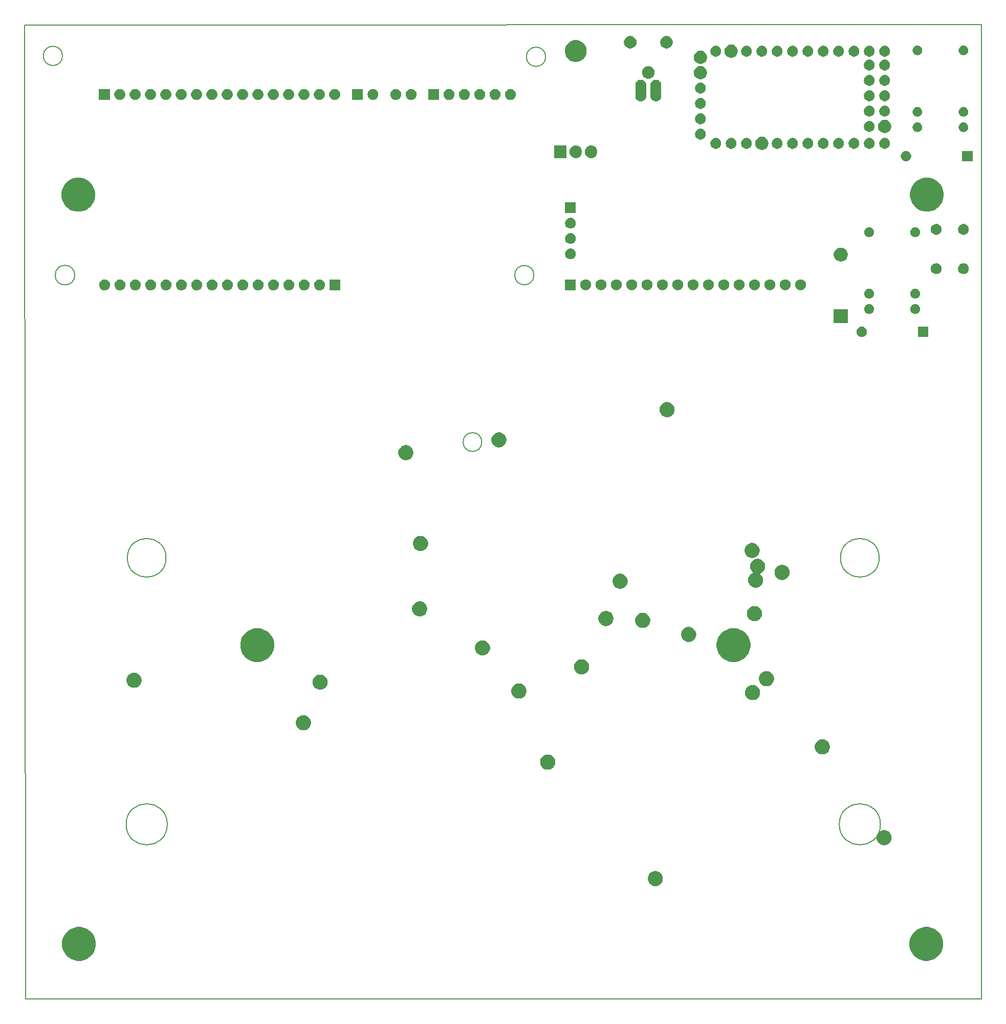
<source format=gbs>
G04 #@! TF.GenerationSoftware,KiCad,Pcbnew,(5.1.5)-3*
G04 #@! TF.CreationDate,2020-04-06T11:34:40+02:00*
G04 #@! TF.ProjectId,carecasetester,63617265-6361-4736-9574-65737465722e,rev?*
G04 #@! TF.SameCoordinates,Original*
G04 #@! TF.FileFunction,Soldermask,Bot*
G04 #@! TF.FilePolarity,Negative*
%FSLAX46Y46*%
G04 Gerber Fmt 4.6, Leading zero omitted, Abs format (unit mm)*
G04 Created by KiCad (PCBNEW (5.1.5)-3) date 2020-04-06 11:34:40*
%MOMM*%
%LPD*%
G04 APERTURE LIST*
%ADD10C,0.200000*%
%ADD11C,0.150000*%
G04 APERTURE END LIST*
D10*
X77000000Y-20080000D02*
X77000000Y-9350000D01*
X235330000Y-9300000D02*
X235330000Y-20030000D01*
X83280000Y-14450000D02*
G75*
G03X83280000Y-14450000I-1591897J0D01*
G01*
X163220000Y-14600000D02*
G75*
G03X163220000Y-14600000I-1590000J0D01*
G01*
X161280283Y-50710000D02*
G75*
G03X161280283Y-50710000I-1592180J0D01*
G01*
X85310123Y-50710000D02*
G75*
G03X85310123Y-50710000I-1622020J0D01*
G01*
X77000000Y-20080000D02*
X77150000Y-170400000D01*
X235330000Y-9300000D02*
X77000000Y-9350000D01*
X235290000Y-170410000D02*
X235330000Y-20030000D01*
X77150000Y-170400000D02*
X235290000Y-170410000D01*
X152660000Y-78311679D02*
G75*
G03X152660000Y-78311679I-1550000J0D01*
G01*
X100610000Y-141520000D02*
G75*
G03X100610000Y-141520000I-3400000J0D01*
G01*
X218610000Y-141520000D02*
G75*
G03X218610000Y-141520000I-3400000J0D01*
G01*
X218410000Y-97450000D02*
G75*
G03X218410000Y-97450000I-3200000J0D01*
G01*
X100410000Y-97450000D02*
G75*
G03X100410000Y-97450000I-3200000J0D01*
G01*
D11*
G36*
X227017021Y-158606640D02*
G01*
X227526769Y-158817785D01*
X227526771Y-158817786D01*
X227985534Y-159124321D01*
X228375679Y-159514466D01*
X228682214Y-159973229D01*
X228682215Y-159973231D01*
X228893360Y-160482979D01*
X229001000Y-161024124D01*
X229001000Y-161575876D01*
X228893360Y-162117021D01*
X228682215Y-162626769D01*
X228682214Y-162626771D01*
X228375679Y-163085534D01*
X227985534Y-163475679D01*
X227526771Y-163782214D01*
X227526770Y-163782215D01*
X227526769Y-163782215D01*
X227017021Y-163993360D01*
X226475876Y-164101000D01*
X225924124Y-164101000D01*
X225382979Y-163993360D01*
X224873231Y-163782215D01*
X224873230Y-163782215D01*
X224873229Y-163782214D01*
X224414466Y-163475679D01*
X224024321Y-163085534D01*
X223717786Y-162626771D01*
X223717785Y-162626769D01*
X223506640Y-162117021D01*
X223399000Y-161575876D01*
X223399000Y-161024124D01*
X223506640Y-160482979D01*
X223717785Y-159973231D01*
X223717786Y-159973229D01*
X224024321Y-159514466D01*
X224414466Y-159124321D01*
X224873229Y-158817786D01*
X224873231Y-158817785D01*
X225382979Y-158606640D01*
X225924124Y-158499000D01*
X226475876Y-158499000D01*
X227017021Y-158606640D01*
G37*
G36*
X86817021Y-158606640D02*
G01*
X87326769Y-158817785D01*
X87326771Y-158817786D01*
X87785534Y-159124321D01*
X88175679Y-159514466D01*
X88482214Y-159973229D01*
X88482215Y-159973231D01*
X88693360Y-160482979D01*
X88801000Y-161024124D01*
X88801000Y-161575876D01*
X88693360Y-162117021D01*
X88482215Y-162626769D01*
X88482214Y-162626771D01*
X88175679Y-163085534D01*
X87785534Y-163475679D01*
X87326771Y-163782214D01*
X87326770Y-163782215D01*
X87326769Y-163782215D01*
X86817021Y-163993360D01*
X86275876Y-164101000D01*
X85724124Y-164101000D01*
X85182979Y-163993360D01*
X84673231Y-163782215D01*
X84673230Y-163782215D01*
X84673229Y-163782214D01*
X84214466Y-163475679D01*
X83824321Y-163085534D01*
X83517786Y-162626771D01*
X83517785Y-162626769D01*
X83306640Y-162117021D01*
X83199000Y-161575876D01*
X83199000Y-161024124D01*
X83306640Y-160482979D01*
X83517785Y-159973231D01*
X83517786Y-159973229D01*
X83824321Y-159514466D01*
X84214466Y-159124321D01*
X84673229Y-158817786D01*
X84673231Y-158817785D01*
X85182979Y-158606640D01*
X85724124Y-158499000D01*
X86275876Y-158499000D01*
X86817021Y-158606640D01*
G37*
G36*
X181734610Y-149288036D02*
G01*
X181962095Y-149382264D01*
X181962097Y-149382265D01*
X182166828Y-149519062D01*
X182340938Y-149693172D01*
X182477736Y-149897905D01*
X182571964Y-150125390D01*
X182620000Y-150366884D01*
X182620000Y-150613116D01*
X182571964Y-150854610D01*
X182477736Y-151082095D01*
X182477735Y-151082097D01*
X182340938Y-151286828D01*
X182166828Y-151460938D01*
X181962097Y-151597735D01*
X181962096Y-151597736D01*
X181962095Y-151597736D01*
X181734610Y-151691964D01*
X181493116Y-151740000D01*
X181246884Y-151740000D01*
X181005390Y-151691964D01*
X180777905Y-151597736D01*
X180777904Y-151597736D01*
X180777903Y-151597735D01*
X180573172Y-151460938D01*
X180399062Y-151286828D01*
X180262265Y-151082097D01*
X180262264Y-151082095D01*
X180168036Y-150854610D01*
X180120000Y-150613116D01*
X180120000Y-150366884D01*
X180168036Y-150125390D01*
X180262264Y-149897905D01*
X180399062Y-149693172D01*
X180573172Y-149519062D01*
X180777903Y-149382265D01*
X180777905Y-149382264D01*
X181005390Y-149288036D01*
X181246884Y-149240000D01*
X181493116Y-149240000D01*
X181734610Y-149288036D01*
G37*
G36*
X219574610Y-142518036D02*
G01*
X219802095Y-142612264D01*
X219802097Y-142612265D01*
X220006828Y-142749062D01*
X220180938Y-142923172D01*
X220317736Y-143127905D01*
X220411964Y-143355390D01*
X220460000Y-143596884D01*
X220460000Y-143843116D01*
X220411964Y-144084610D01*
X220317736Y-144312095D01*
X220317735Y-144312097D01*
X220180938Y-144516828D01*
X220006828Y-144690938D01*
X219802097Y-144827735D01*
X219802096Y-144827736D01*
X219802095Y-144827736D01*
X219574610Y-144921964D01*
X219333116Y-144970000D01*
X219086884Y-144970000D01*
X218845390Y-144921964D01*
X218617905Y-144827736D01*
X218617904Y-144827736D01*
X218617903Y-144827735D01*
X218413172Y-144690938D01*
X218239062Y-144516828D01*
X218102265Y-144312097D01*
X218102264Y-144312095D01*
X218008036Y-144084610D01*
X217960000Y-143843116D01*
X217960000Y-143596884D01*
X218008036Y-143355390D01*
X218102264Y-143127905D01*
X218239062Y-142923172D01*
X218413172Y-142749062D01*
X218617903Y-142612265D01*
X218617905Y-142612264D01*
X218845390Y-142518036D01*
X219086884Y-142470000D01*
X219333116Y-142470000D01*
X219574610Y-142518036D01*
G37*
G36*
X163924610Y-130028036D02*
G01*
X164152095Y-130122264D01*
X164152097Y-130122265D01*
X164356828Y-130259062D01*
X164530938Y-130433172D01*
X164667736Y-130637905D01*
X164761964Y-130865390D01*
X164810000Y-131106884D01*
X164810000Y-131353116D01*
X164761964Y-131594610D01*
X164667736Y-131822095D01*
X164667735Y-131822097D01*
X164530938Y-132026828D01*
X164356828Y-132200938D01*
X164152097Y-132337735D01*
X164152096Y-132337736D01*
X164152095Y-132337736D01*
X163924610Y-132431964D01*
X163683116Y-132480000D01*
X163436884Y-132480000D01*
X163195390Y-132431964D01*
X162967905Y-132337736D01*
X162967904Y-132337736D01*
X162967903Y-132337735D01*
X162763172Y-132200938D01*
X162589062Y-132026828D01*
X162452265Y-131822097D01*
X162452264Y-131822095D01*
X162358036Y-131594610D01*
X162310000Y-131353116D01*
X162310000Y-131106884D01*
X162358036Y-130865390D01*
X162452264Y-130637905D01*
X162589062Y-130433172D01*
X162763172Y-130259062D01*
X162967903Y-130122265D01*
X162967905Y-130122264D01*
X163195390Y-130028036D01*
X163436884Y-129980000D01*
X163683116Y-129980000D01*
X163924610Y-130028036D01*
G37*
G36*
X209374610Y-127508036D02*
G01*
X209602095Y-127602264D01*
X209602097Y-127602265D01*
X209806828Y-127739062D01*
X209980938Y-127913172D01*
X210117736Y-128117905D01*
X210211964Y-128345390D01*
X210260000Y-128586884D01*
X210260000Y-128833116D01*
X210211964Y-129074610D01*
X210117736Y-129302095D01*
X210117735Y-129302097D01*
X209980938Y-129506828D01*
X209806828Y-129680938D01*
X209602097Y-129817735D01*
X209602096Y-129817736D01*
X209602095Y-129817736D01*
X209374610Y-129911964D01*
X209133116Y-129960000D01*
X208886884Y-129960000D01*
X208645390Y-129911964D01*
X208417905Y-129817736D01*
X208417904Y-129817736D01*
X208417903Y-129817735D01*
X208213172Y-129680938D01*
X208039062Y-129506828D01*
X207902265Y-129302097D01*
X207902264Y-129302095D01*
X207808036Y-129074610D01*
X207760000Y-128833116D01*
X207760000Y-128586884D01*
X207808036Y-128345390D01*
X207902264Y-128117905D01*
X208039062Y-127913172D01*
X208213172Y-127739062D01*
X208417903Y-127602265D01*
X208417905Y-127602264D01*
X208645390Y-127508036D01*
X208886884Y-127460000D01*
X209133116Y-127460000D01*
X209374610Y-127508036D01*
G37*
G36*
X123504610Y-123528036D02*
G01*
X123732095Y-123622264D01*
X123732097Y-123622265D01*
X123936828Y-123759062D01*
X124110938Y-123933172D01*
X124247736Y-124137905D01*
X124341964Y-124365390D01*
X124390000Y-124606884D01*
X124390000Y-124853116D01*
X124341964Y-125094610D01*
X124247736Y-125322095D01*
X124247735Y-125322097D01*
X124110938Y-125526828D01*
X123936828Y-125700938D01*
X123732097Y-125837735D01*
X123732096Y-125837736D01*
X123732095Y-125837736D01*
X123504610Y-125931964D01*
X123263116Y-125980000D01*
X123016884Y-125980000D01*
X122775390Y-125931964D01*
X122547905Y-125837736D01*
X122547904Y-125837736D01*
X122547903Y-125837735D01*
X122343172Y-125700938D01*
X122169062Y-125526828D01*
X122032265Y-125322097D01*
X122032264Y-125322095D01*
X121938036Y-125094610D01*
X121890000Y-124853116D01*
X121890000Y-124606884D01*
X121938036Y-124365390D01*
X122032264Y-124137905D01*
X122169062Y-123933172D01*
X122343172Y-123759062D01*
X122547903Y-123622265D01*
X122547905Y-123622264D01*
X122775390Y-123528036D01*
X123016884Y-123480000D01*
X123263116Y-123480000D01*
X123504610Y-123528036D01*
G37*
G36*
X197814610Y-118528036D02*
G01*
X198042095Y-118622264D01*
X198042097Y-118622265D01*
X198128503Y-118680000D01*
X198246828Y-118759062D01*
X198420938Y-118933172D01*
X198557736Y-119137905D01*
X198651964Y-119365390D01*
X198700000Y-119606884D01*
X198700000Y-119853116D01*
X198651964Y-120094610D01*
X198580628Y-120266828D01*
X198557735Y-120322097D01*
X198420938Y-120526828D01*
X198246828Y-120700938D01*
X198042097Y-120837735D01*
X198042096Y-120837736D01*
X198042095Y-120837736D01*
X197814610Y-120931964D01*
X197573116Y-120980000D01*
X197326884Y-120980000D01*
X197085390Y-120931964D01*
X196857905Y-120837736D01*
X196857904Y-120837736D01*
X196857903Y-120837735D01*
X196653172Y-120700938D01*
X196479062Y-120526828D01*
X196342265Y-120322097D01*
X196319372Y-120266828D01*
X196248036Y-120094610D01*
X196200000Y-119853116D01*
X196200000Y-119606884D01*
X196248036Y-119365390D01*
X196342264Y-119137905D01*
X196479062Y-118933172D01*
X196653172Y-118759062D01*
X196771497Y-118680000D01*
X196857903Y-118622265D01*
X196857905Y-118622264D01*
X197085390Y-118528036D01*
X197326884Y-118480000D01*
X197573116Y-118480000D01*
X197814610Y-118528036D01*
G37*
G36*
X159174610Y-118268036D02*
G01*
X159402095Y-118362264D01*
X159402097Y-118362265D01*
X159420574Y-118374611D01*
X159606828Y-118499062D01*
X159780938Y-118673172D01*
X159917736Y-118877905D01*
X160011964Y-119105390D01*
X160060000Y-119346884D01*
X160060000Y-119593116D01*
X160011964Y-119834610D01*
X159917736Y-120062095D01*
X159917735Y-120062097D01*
X159780938Y-120266828D01*
X159606828Y-120440938D01*
X159402097Y-120577735D01*
X159402096Y-120577736D01*
X159402095Y-120577736D01*
X159174610Y-120671964D01*
X158933116Y-120720000D01*
X158686884Y-120720000D01*
X158445390Y-120671964D01*
X158217905Y-120577736D01*
X158217904Y-120577736D01*
X158217903Y-120577735D01*
X158013172Y-120440938D01*
X157839062Y-120266828D01*
X157702265Y-120062097D01*
X157702264Y-120062095D01*
X157608036Y-119834610D01*
X157560000Y-119593116D01*
X157560000Y-119346884D01*
X157608036Y-119105390D01*
X157702264Y-118877905D01*
X157839062Y-118673172D01*
X158013172Y-118499062D01*
X158199426Y-118374611D01*
X158217903Y-118362265D01*
X158217905Y-118362264D01*
X158445390Y-118268036D01*
X158686884Y-118220000D01*
X158933116Y-118220000D01*
X159174610Y-118268036D01*
G37*
G36*
X126274610Y-116808036D02*
G01*
X126502095Y-116902264D01*
X126502097Y-116902265D01*
X126706828Y-117039062D01*
X126880938Y-117213172D01*
X126962602Y-117335390D01*
X127017736Y-117417905D01*
X127111964Y-117645390D01*
X127160000Y-117886884D01*
X127160000Y-118133116D01*
X127111964Y-118374610D01*
X127017736Y-118602095D01*
X127017735Y-118602097D01*
X126880938Y-118806828D01*
X126706828Y-118980938D01*
X126502097Y-119117735D01*
X126502096Y-119117736D01*
X126502095Y-119117736D01*
X126274610Y-119211964D01*
X126033116Y-119260000D01*
X125786884Y-119260000D01*
X125545390Y-119211964D01*
X125317905Y-119117736D01*
X125317904Y-119117736D01*
X125317903Y-119117735D01*
X125113172Y-118980938D01*
X124939062Y-118806828D01*
X124802265Y-118602097D01*
X124802264Y-118602095D01*
X124708036Y-118374610D01*
X124660000Y-118133116D01*
X124660000Y-117886884D01*
X124708036Y-117645390D01*
X124802264Y-117417905D01*
X124857399Y-117335390D01*
X124939062Y-117213172D01*
X125113172Y-117039062D01*
X125317903Y-116902265D01*
X125317905Y-116902264D01*
X125545390Y-116808036D01*
X125786884Y-116760000D01*
X126033116Y-116760000D01*
X126274610Y-116808036D01*
G37*
G36*
X95474610Y-116498036D02*
G01*
X95702095Y-116592264D01*
X95702097Y-116592265D01*
X95906828Y-116729062D01*
X96080938Y-116903172D01*
X96189329Y-117065390D01*
X96217736Y-117107905D01*
X96311964Y-117335390D01*
X96360000Y-117576884D01*
X96360000Y-117823116D01*
X96311964Y-118064610D01*
X96227701Y-118268037D01*
X96217735Y-118292097D01*
X96080938Y-118496828D01*
X95906828Y-118670938D01*
X95702097Y-118807735D01*
X95702096Y-118807736D01*
X95702095Y-118807736D01*
X95474610Y-118901964D01*
X95233116Y-118950000D01*
X94986884Y-118950000D01*
X94745390Y-118901964D01*
X94517905Y-118807736D01*
X94517904Y-118807736D01*
X94517903Y-118807735D01*
X94313172Y-118670938D01*
X94139062Y-118496828D01*
X94002265Y-118292097D01*
X93992299Y-118268037D01*
X93908036Y-118064610D01*
X93860000Y-117823116D01*
X93860000Y-117576884D01*
X93908036Y-117335390D01*
X94002264Y-117107905D01*
X94030672Y-117065390D01*
X94139062Y-116903172D01*
X94313172Y-116729062D01*
X94517903Y-116592265D01*
X94517905Y-116592264D01*
X94745390Y-116498036D01*
X94986884Y-116450000D01*
X95233116Y-116450000D01*
X95474610Y-116498036D01*
G37*
G36*
X200124610Y-116228036D02*
G01*
X200352095Y-116322264D01*
X200352097Y-116322265D01*
X200543266Y-116450000D01*
X200556828Y-116459062D01*
X200730938Y-116633172D01*
X200867736Y-116837905D01*
X200961964Y-117065390D01*
X201010000Y-117306884D01*
X201010000Y-117553116D01*
X200961964Y-117794610D01*
X200867736Y-118022095D01*
X200867735Y-118022097D01*
X200730938Y-118226828D01*
X200556828Y-118400938D01*
X200352097Y-118537735D01*
X200352096Y-118537736D01*
X200352095Y-118537736D01*
X200124610Y-118631964D01*
X199883116Y-118680000D01*
X199636884Y-118680000D01*
X199395390Y-118631964D01*
X199167905Y-118537736D01*
X199167904Y-118537736D01*
X199167903Y-118537735D01*
X198963172Y-118400938D01*
X198789062Y-118226828D01*
X198652265Y-118022097D01*
X198652264Y-118022095D01*
X198558036Y-117794610D01*
X198510000Y-117553116D01*
X198510000Y-117306884D01*
X198558036Y-117065390D01*
X198652264Y-116837905D01*
X198789062Y-116633172D01*
X198963172Y-116459062D01*
X198976734Y-116450000D01*
X199167903Y-116322265D01*
X199167905Y-116322264D01*
X199395390Y-116228036D01*
X199636884Y-116180000D01*
X199883116Y-116180000D01*
X200124610Y-116228036D01*
G37*
G36*
X169534610Y-114278036D02*
G01*
X169762095Y-114372264D01*
X169762097Y-114372265D01*
X169776988Y-114382215D01*
X169966828Y-114509062D01*
X170140938Y-114683172D01*
X170277736Y-114887905D01*
X170371964Y-115115390D01*
X170420000Y-115356884D01*
X170420000Y-115603116D01*
X170371964Y-115844610D01*
X170277736Y-116072095D01*
X170277735Y-116072097D01*
X170140938Y-116276828D01*
X169966828Y-116450938D01*
X169762097Y-116587735D01*
X169762096Y-116587736D01*
X169762095Y-116587736D01*
X169534610Y-116681964D01*
X169293116Y-116730000D01*
X169046884Y-116730000D01*
X168805390Y-116681964D01*
X168577905Y-116587736D01*
X168577904Y-116587736D01*
X168577903Y-116587735D01*
X168373172Y-116450938D01*
X168199062Y-116276828D01*
X168062265Y-116072097D01*
X168062264Y-116072095D01*
X167968036Y-115844610D01*
X167920000Y-115603116D01*
X167920000Y-115356884D01*
X167968036Y-115115390D01*
X168062264Y-114887905D01*
X168199062Y-114683172D01*
X168373172Y-114509062D01*
X168563012Y-114382215D01*
X168577903Y-114372265D01*
X168577905Y-114372264D01*
X168805390Y-114278036D01*
X169046884Y-114230000D01*
X169293116Y-114230000D01*
X169534610Y-114278036D01*
G37*
G36*
X116317021Y-109206640D02*
G01*
X116574211Y-109313172D01*
X116826771Y-109417786D01*
X117285534Y-109724321D01*
X117675679Y-110114466D01*
X117982214Y-110573229D01*
X117982215Y-110573231D01*
X118193360Y-111082979D01*
X118301000Y-111624124D01*
X118301000Y-112175876D01*
X118193360Y-112717021D01*
X118104273Y-112932095D01*
X117982214Y-113226771D01*
X117675679Y-113685534D01*
X117285534Y-114075679D01*
X116826771Y-114382214D01*
X116826770Y-114382215D01*
X116826769Y-114382215D01*
X116317021Y-114593360D01*
X115775876Y-114701000D01*
X115224124Y-114701000D01*
X114682979Y-114593360D01*
X114173231Y-114382215D01*
X114173230Y-114382215D01*
X114173229Y-114382214D01*
X113714466Y-114075679D01*
X113324321Y-113685534D01*
X113017786Y-113226771D01*
X112895727Y-112932095D01*
X112806640Y-112717021D01*
X112699000Y-112175876D01*
X112699000Y-111624124D01*
X112806640Y-111082979D01*
X113017785Y-110573231D01*
X113017786Y-110573229D01*
X113324321Y-110114466D01*
X113714466Y-109724321D01*
X114173229Y-109417786D01*
X114425789Y-109313172D01*
X114682979Y-109206640D01*
X115224124Y-109099000D01*
X115775876Y-109099000D01*
X116317021Y-109206640D01*
G37*
G36*
X195117021Y-109206640D02*
G01*
X195374211Y-109313172D01*
X195626771Y-109417786D01*
X196085534Y-109724321D01*
X196475679Y-110114466D01*
X196782214Y-110573229D01*
X196782215Y-110573231D01*
X196993360Y-111082979D01*
X197101000Y-111624124D01*
X197101000Y-112175876D01*
X196993360Y-112717021D01*
X196904273Y-112932095D01*
X196782214Y-113226771D01*
X196475679Y-113685534D01*
X196085534Y-114075679D01*
X195626771Y-114382214D01*
X195626770Y-114382215D01*
X195626769Y-114382215D01*
X195117021Y-114593360D01*
X194575876Y-114701000D01*
X194024124Y-114701000D01*
X193482979Y-114593360D01*
X192973231Y-114382215D01*
X192973230Y-114382215D01*
X192973229Y-114382214D01*
X192514466Y-114075679D01*
X192124321Y-113685534D01*
X191817786Y-113226771D01*
X191695727Y-112932095D01*
X191606640Y-112717021D01*
X191499000Y-112175876D01*
X191499000Y-111624124D01*
X191606640Y-111082979D01*
X191817785Y-110573231D01*
X191817786Y-110573229D01*
X192124321Y-110114466D01*
X192514466Y-109724321D01*
X192973229Y-109417786D01*
X193225789Y-109313172D01*
X193482979Y-109206640D01*
X194024124Y-109099000D01*
X194575876Y-109099000D01*
X195117021Y-109206640D01*
G37*
G36*
X153134610Y-111138036D02*
G01*
X153362095Y-111232264D01*
X153362097Y-111232265D01*
X153481373Y-111311963D01*
X153566828Y-111369062D01*
X153740938Y-111543172D01*
X153877736Y-111747905D01*
X153971964Y-111975390D01*
X154020000Y-112216884D01*
X154020000Y-112463116D01*
X153971964Y-112704610D01*
X153877736Y-112932095D01*
X153877735Y-112932097D01*
X153740938Y-113136828D01*
X153566828Y-113310938D01*
X153362097Y-113447735D01*
X153362096Y-113447736D01*
X153362095Y-113447736D01*
X153134610Y-113541964D01*
X152893116Y-113590000D01*
X152646884Y-113590000D01*
X152405390Y-113541964D01*
X152177905Y-113447736D01*
X152177904Y-113447736D01*
X152177903Y-113447735D01*
X151973172Y-113310938D01*
X151799062Y-113136828D01*
X151662265Y-112932097D01*
X151662264Y-112932095D01*
X151568036Y-112704610D01*
X151520000Y-112463116D01*
X151520000Y-112216884D01*
X151568036Y-111975390D01*
X151662264Y-111747905D01*
X151799062Y-111543172D01*
X151973172Y-111369062D01*
X152058627Y-111311963D01*
X152177903Y-111232265D01*
X152177905Y-111232264D01*
X152405390Y-111138036D01*
X152646884Y-111090000D01*
X152893116Y-111090000D01*
X153134610Y-111138036D01*
G37*
G36*
X187244610Y-108908036D02*
G01*
X187472095Y-109002264D01*
X187472097Y-109002265D01*
X187528571Y-109040000D01*
X187676828Y-109139062D01*
X187850938Y-109313172D01*
X187987736Y-109517905D01*
X188081964Y-109745390D01*
X188130000Y-109986884D01*
X188130000Y-110233116D01*
X188081964Y-110474610D01*
X187987736Y-110702095D01*
X187987735Y-110702097D01*
X187850938Y-110906828D01*
X187676828Y-111080938D01*
X187472097Y-111217735D01*
X187472096Y-111217736D01*
X187472095Y-111217736D01*
X187244610Y-111311964D01*
X187003116Y-111360000D01*
X186756884Y-111360000D01*
X186515390Y-111311964D01*
X186287905Y-111217736D01*
X186287904Y-111217736D01*
X186287903Y-111217735D01*
X186083172Y-111080938D01*
X185909062Y-110906828D01*
X185772265Y-110702097D01*
X185772264Y-110702095D01*
X185678036Y-110474610D01*
X185630000Y-110233116D01*
X185630000Y-109986884D01*
X185678036Y-109745390D01*
X185772264Y-109517905D01*
X185909062Y-109313172D01*
X186083172Y-109139062D01*
X186231429Y-109040000D01*
X186287903Y-109002265D01*
X186287905Y-109002264D01*
X186515390Y-108908036D01*
X186756884Y-108860000D01*
X187003116Y-108860000D01*
X187244610Y-108908036D01*
G37*
G36*
X179644610Y-106588036D02*
G01*
X179872095Y-106682264D01*
X179872097Y-106682265D01*
X180076828Y-106819062D01*
X180250938Y-106993172D01*
X180332602Y-107115390D01*
X180387736Y-107197905D01*
X180481964Y-107425390D01*
X180530000Y-107666884D01*
X180530000Y-107913116D01*
X180481964Y-108154610D01*
X180431339Y-108276828D01*
X180387735Y-108382097D01*
X180250938Y-108586828D01*
X180076828Y-108760938D01*
X179872097Y-108897735D01*
X179872096Y-108897736D01*
X179872095Y-108897736D01*
X179644610Y-108991964D01*
X179403116Y-109040000D01*
X179156884Y-109040000D01*
X178915390Y-108991964D01*
X178687905Y-108897736D01*
X178687904Y-108897736D01*
X178687903Y-108897735D01*
X178483172Y-108760938D01*
X178309062Y-108586828D01*
X178172265Y-108382097D01*
X178128661Y-108276828D01*
X178078036Y-108154610D01*
X178030000Y-107913116D01*
X178030000Y-107666884D01*
X178078036Y-107425390D01*
X178172264Y-107197905D01*
X178227399Y-107115390D01*
X178309062Y-106993172D01*
X178483172Y-106819062D01*
X178687903Y-106682265D01*
X178687905Y-106682264D01*
X178915390Y-106588036D01*
X179156884Y-106540000D01*
X179403116Y-106540000D01*
X179644610Y-106588036D01*
G37*
G36*
X173554610Y-106278036D02*
G01*
X173782095Y-106372264D01*
X173782097Y-106372265D01*
X173961435Y-106492095D01*
X173986828Y-106509062D01*
X174160938Y-106683172D01*
X174297736Y-106887905D01*
X174391964Y-107115390D01*
X174440000Y-107356884D01*
X174440000Y-107603116D01*
X174391964Y-107844610D01*
X174360736Y-107920000D01*
X174297735Y-108072097D01*
X174160938Y-108276828D01*
X173986828Y-108450938D01*
X173782097Y-108587735D01*
X173782096Y-108587736D01*
X173782095Y-108587736D01*
X173554610Y-108681964D01*
X173313116Y-108730000D01*
X173066884Y-108730000D01*
X172825390Y-108681964D01*
X172597905Y-108587736D01*
X172597904Y-108587736D01*
X172597903Y-108587735D01*
X172393172Y-108450938D01*
X172219062Y-108276828D01*
X172082265Y-108072097D01*
X172019264Y-107920000D01*
X171988036Y-107844610D01*
X171940000Y-107603116D01*
X171940000Y-107356884D01*
X171988036Y-107115390D01*
X172082264Y-106887905D01*
X172219062Y-106683172D01*
X172393172Y-106509062D01*
X172418565Y-106492095D01*
X172597903Y-106372265D01*
X172597905Y-106372264D01*
X172825390Y-106278036D01*
X173066884Y-106230000D01*
X173313116Y-106230000D01*
X173554610Y-106278036D01*
G37*
G36*
X198134610Y-105468036D02*
G01*
X198362095Y-105562264D01*
X198362097Y-105562265D01*
X198566828Y-105699062D01*
X198740938Y-105873172D01*
X198877736Y-106077905D01*
X198971964Y-106305390D01*
X199020000Y-106546884D01*
X199020000Y-106793116D01*
X198971964Y-107034610D01*
X198877736Y-107262095D01*
X198877735Y-107262097D01*
X198740938Y-107466828D01*
X198566828Y-107640938D01*
X198362097Y-107777735D01*
X198362096Y-107777736D01*
X198362095Y-107777736D01*
X198134610Y-107871964D01*
X197893116Y-107920000D01*
X197646884Y-107920000D01*
X197405390Y-107871964D01*
X197177905Y-107777736D01*
X197177904Y-107777736D01*
X197177903Y-107777735D01*
X196973172Y-107640938D01*
X196799062Y-107466828D01*
X196662265Y-107262097D01*
X196662264Y-107262095D01*
X196568036Y-107034610D01*
X196520000Y-106793116D01*
X196520000Y-106546884D01*
X196568036Y-106305390D01*
X196662264Y-106077905D01*
X196799062Y-105873172D01*
X196973172Y-105699062D01*
X197177903Y-105562265D01*
X197177905Y-105562264D01*
X197405390Y-105468036D01*
X197646884Y-105420000D01*
X197893116Y-105420000D01*
X198134610Y-105468036D01*
G37*
G36*
X142744610Y-104698036D02*
G01*
X142972095Y-104792264D01*
X142972097Y-104792265D01*
X143176828Y-104929062D01*
X143350938Y-105103172D01*
X143487736Y-105307905D01*
X143581964Y-105535390D01*
X143630000Y-105776884D01*
X143630000Y-106023116D01*
X143581964Y-106264610D01*
X143487736Y-106492095D01*
X143487735Y-106492097D01*
X143350938Y-106696828D01*
X143176828Y-106870938D01*
X142972097Y-107007735D01*
X142972096Y-107007736D01*
X142972095Y-107007736D01*
X142744610Y-107101964D01*
X142503116Y-107150000D01*
X142256884Y-107150000D01*
X142015390Y-107101964D01*
X141787905Y-107007736D01*
X141787904Y-107007736D01*
X141787903Y-107007735D01*
X141583172Y-106870938D01*
X141409062Y-106696828D01*
X141272265Y-106492097D01*
X141272264Y-106492095D01*
X141178036Y-106264610D01*
X141130000Y-106023116D01*
X141130000Y-105776884D01*
X141178036Y-105535390D01*
X141272264Y-105307905D01*
X141409062Y-105103172D01*
X141583172Y-104929062D01*
X141787903Y-104792265D01*
X141787905Y-104792264D01*
X142015390Y-104698036D01*
X142256884Y-104650000D01*
X142503116Y-104650000D01*
X142744610Y-104698036D01*
G37*
G36*
X175904610Y-100108036D02*
G01*
X176099117Y-100188604D01*
X176132097Y-100202265D01*
X176150574Y-100214611D01*
X176336828Y-100339062D01*
X176510938Y-100513172D01*
X176647736Y-100717905D01*
X176741964Y-100945390D01*
X176790000Y-101186884D01*
X176790000Y-101433116D01*
X176741964Y-101674610D01*
X176722294Y-101722097D01*
X176647735Y-101902097D01*
X176510938Y-102106828D01*
X176336828Y-102280938D01*
X176132097Y-102417735D01*
X176132096Y-102417736D01*
X176132095Y-102417736D01*
X175904610Y-102511964D01*
X175663116Y-102560000D01*
X175416884Y-102560000D01*
X175175390Y-102511964D01*
X174947905Y-102417736D01*
X174947904Y-102417736D01*
X174947903Y-102417735D01*
X174743172Y-102280938D01*
X174569062Y-102106828D01*
X174432265Y-101902097D01*
X174357706Y-101722097D01*
X174338036Y-101674610D01*
X174290000Y-101433116D01*
X174290000Y-101186884D01*
X174338036Y-100945390D01*
X174432264Y-100717905D01*
X174569062Y-100513172D01*
X174743172Y-100339062D01*
X174929426Y-100214611D01*
X174947903Y-100202265D01*
X174980883Y-100188604D01*
X175175390Y-100108036D01*
X175416884Y-100060000D01*
X175663116Y-100060000D01*
X175904610Y-100108036D01*
G37*
G36*
X198664610Y-97648036D02*
G01*
X198892095Y-97742264D01*
X198892097Y-97742265D01*
X199096828Y-97879062D01*
X199270938Y-98053172D01*
X199407736Y-98257905D01*
X199501964Y-98485390D01*
X199550000Y-98726884D01*
X199550000Y-98973116D01*
X199501964Y-99214610D01*
X199407736Y-99442095D01*
X199407735Y-99442097D01*
X199270938Y-99646828D01*
X199096828Y-99820938D01*
X198892097Y-99957735D01*
X198826922Y-99984732D01*
X198805311Y-99996284D01*
X198786370Y-100011829D01*
X198770825Y-100030771D01*
X198759274Y-100052382D01*
X198752161Y-100075831D01*
X198749759Y-100100217D01*
X198752161Y-100124603D01*
X198759274Y-100148052D01*
X198770826Y-100169663D01*
X198786370Y-100188604D01*
X198930938Y-100333172D01*
X199067736Y-100537905D01*
X199161964Y-100765390D01*
X199210000Y-101006884D01*
X199210000Y-101253116D01*
X199161964Y-101494610D01*
X199067736Y-101722095D01*
X199067735Y-101722097D01*
X198930938Y-101926828D01*
X198756828Y-102100938D01*
X198552097Y-102237735D01*
X198552096Y-102237736D01*
X198552095Y-102237736D01*
X198324610Y-102331964D01*
X198083116Y-102380000D01*
X197836884Y-102380000D01*
X197595390Y-102331964D01*
X197367905Y-102237736D01*
X197367904Y-102237736D01*
X197367903Y-102237735D01*
X197163172Y-102100938D01*
X196989062Y-101926828D01*
X196852265Y-101722097D01*
X196852264Y-101722095D01*
X196758036Y-101494610D01*
X196710000Y-101253116D01*
X196710000Y-101006884D01*
X196758036Y-100765390D01*
X196852264Y-100537905D01*
X196989062Y-100333172D01*
X197163172Y-100159062D01*
X197367903Y-100022265D01*
X197433078Y-99995268D01*
X197454689Y-99983716D01*
X197473630Y-99968171D01*
X197489175Y-99949229D01*
X197500726Y-99927618D01*
X197507839Y-99904169D01*
X197510241Y-99879783D01*
X197507839Y-99855397D01*
X197500726Y-99831948D01*
X197489174Y-99810337D01*
X197473630Y-99791396D01*
X197329062Y-99646828D01*
X197192265Y-99442097D01*
X197192264Y-99442095D01*
X197098036Y-99214610D01*
X197050000Y-98973116D01*
X197050000Y-98726884D01*
X197098036Y-98485390D01*
X197192264Y-98257905D01*
X197329062Y-98053172D01*
X197503172Y-97879062D01*
X197707903Y-97742265D01*
X197707905Y-97742264D01*
X197935390Y-97648036D01*
X198176884Y-97600000D01*
X198423116Y-97600000D01*
X198664610Y-97648036D01*
G37*
G36*
X202704610Y-98648036D02*
G01*
X202894969Y-98726886D01*
X202932097Y-98742265D01*
X203136828Y-98879062D01*
X203310938Y-99053172D01*
X203418808Y-99214610D01*
X203447736Y-99257905D01*
X203541964Y-99485390D01*
X203590000Y-99726884D01*
X203590000Y-99973116D01*
X203541964Y-100214610D01*
X203490414Y-100339062D01*
X203447735Y-100442097D01*
X203310938Y-100646828D01*
X203136828Y-100820938D01*
X202932097Y-100957735D01*
X202932096Y-100957736D01*
X202932095Y-100957736D01*
X202704610Y-101051964D01*
X202463116Y-101100000D01*
X202216884Y-101100000D01*
X201975390Y-101051964D01*
X201747905Y-100957736D01*
X201747904Y-100957736D01*
X201747903Y-100957735D01*
X201543172Y-100820938D01*
X201369062Y-100646828D01*
X201232265Y-100442097D01*
X201189586Y-100339062D01*
X201138036Y-100214610D01*
X201090000Y-99973116D01*
X201090000Y-99726884D01*
X201138036Y-99485390D01*
X201232264Y-99257905D01*
X201261193Y-99214610D01*
X201369062Y-99053172D01*
X201543172Y-98879062D01*
X201747903Y-98742265D01*
X201785031Y-98726886D01*
X201975390Y-98648036D01*
X202216884Y-98600000D01*
X202463116Y-98600000D01*
X202704610Y-98648036D01*
G37*
G36*
X197744610Y-95028036D02*
G01*
X197972095Y-95122264D01*
X197972097Y-95122265D01*
X198078130Y-95193114D01*
X198176828Y-95259062D01*
X198350938Y-95433172D01*
X198487736Y-95637905D01*
X198581964Y-95865390D01*
X198630000Y-96106884D01*
X198630000Y-96353116D01*
X198581964Y-96594610D01*
X198487736Y-96822095D01*
X198487735Y-96822097D01*
X198350938Y-97026828D01*
X198176828Y-97200938D01*
X197972097Y-97337735D01*
X197972096Y-97337736D01*
X197972095Y-97337736D01*
X197744610Y-97431964D01*
X197503116Y-97480000D01*
X197256884Y-97480000D01*
X197015390Y-97431964D01*
X196787905Y-97337736D01*
X196787904Y-97337736D01*
X196787903Y-97337735D01*
X196583172Y-97200938D01*
X196409062Y-97026828D01*
X196272265Y-96822097D01*
X196272264Y-96822095D01*
X196178036Y-96594610D01*
X196130000Y-96353116D01*
X196130000Y-96106884D01*
X196178036Y-95865390D01*
X196272264Y-95637905D01*
X196409062Y-95433172D01*
X196583172Y-95259062D01*
X196681870Y-95193114D01*
X196787903Y-95122265D01*
X196787905Y-95122264D01*
X197015390Y-95028036D01*
X197256884Y-94980000D01*
X197503116Y-94980000D01*
X197744610Y-95028036D01*
G37*
G36*
X142874610Y-93868036D02*
G01*
X143102095Y-93962264D01*
X143102097Y-93962265D01*
X143306828Y-94099062D01*
X143480938Y-94273172D01*
X143617736Y-94477905D01*
X143711964Y-94705390D01*
X143760000Y-94946884D01*
X143760000Y-95193116D01*
X143711964Y-95434610D01*
X143627757Y-95637903D01*
X143617735Y-95662097D01*
X143480938Y-95866828D01*
X143306828Y-96040938D01*
X143102097Y-96177735D01*
X143102096Y-96177736D01*
X143102095Y-96177736D01*
X142874610Y-96271964D01*
X142633116Y-96320000D01*
X142386884Y-96320000D01*
X142145390Y-96271964D01*
X141917905Y-96177736D01*
X141917904Y-96177736D01*
X141917903Y-96177735D01*
X141713172Y-96040938D01*
X141539062Y-95866828D01*
X141402265Y-95662097D01*
X141392243Y-95637903D01*
X141308036Y-95434610D01*
X141260000Y-95193116D01*
X141260000Y-94946884D01*
X141308036Y-94705390D01*
X141402264Y-94477905D01*
X141539062Y-94273172D01*
X141713172Y-94099062D01*
X141917903Y-93962265D01*
X141917905Y-93962264D01*
X142145390Y-93868036D01*
X142386884Y-93820000D01*
X142633116Y-93820000D01*
X142874610Y-93868036D01*
G37*
G36*
X140454610Y-78858036D02*
G01*
X140682095Y-78952264D01*
X140682097Y-78952265D01*
X140824978Y-79047735D01*
X140886828Y-79089062D01*
X141060938Y-79263172D01*
X141197736Y-79467905D01*
X141291964Y-79695390D01*
X141340000Y-79936884D01*
X141340000Y-80183116D01*
X141291964Y-80424610D01*
X141197736Y-80652095D01*
X141197735Y-80652097D01*
X141060938Y-80856828D01*
X140886828Y-81030938D01*
X140682097Y-81167735D01*
X140682096Y-81167736D01*
X140682095Y-81167736D01*
X140454610Y-81261964D01*
X140213116Y-81310000D01*
X139966884Y-81310000D01*
X139725390Y-81261964D01*
X139497905Y-81167736D01*
X139497904Y-81167736D01*
X139497903Y-81167735D01*
X139293172Y-81030938D01*
X139119062Y-80856828D01*
X138982265Y-80652097D01*
X138982264Y-80652095D01*
X138888036Y-80424610D01*
X138840000Y-80183116D01*
X138840000Y-79936884D01*
X138888036Y-79695390D01*
X138982264Y-79467905D01*
X139119062Y-79263172D01*
X139293172Y-79089062D01*
X139355022Y-79047735D01*
X139497903Y-78952265D01*
X139497905Y-78952264D01*
X139725390Y-78858036D01*
X139966884Y-78810000D01*
X140213116Y-78810000D01*
X140454610Y-78858036D01*
G37*
G36*
X155854610Y-76738036D02*
G01*
X156082095Y-76832264D01*
X156082097Y-76832265D01*
X156286828Y-76969062D01*
X156460938Y-77143172D01*
X156597736Y-77347905D01*
X156691964Y-77575390D01*
X156740000Y-77816884D01*
X156740000Y-78063116D01*
X156691964Y-78304610D01*
X156597736Y-78532095D01*
X156597735Y-78532097D01*
X156460938Y-78736828D01*
X156286828Y-78910938D01*
X156082097Y-79047735D01*
X156082096Y-79047736D01*
X156082095Y-79047736D01*
X155854610Y-79141964D01*
X155613116Y-79190000D01*
X155366884Y-79190000D01*
X155125390Y-79141964D01*
X154897905Y-79047736D01*
X154897904Y-79047736D01*
X154897903Y-79047735D01*
X154693172Y-78910938D01*
X154519062Y-78736828D01*
X154382265Y-78532097D01*
X154382264Y-78532095D01*
X154288036Y-78304610D01*
X154240000Y-78063116D01*
X154240000Y-77816884D01*
X154288036Y-77575390D01*
X154382264Y-77347905D01*
X154519062Y-77143172D01*
X154693172Y-76969062D01*
X154897903Y-76832265D01*
X154897905Y-76832264D01*
X155125390Y-76738036D01*
X155366884Y-76690000D01*
X155613116Y-76690000D01*
X155854610Y-76738036D01*
G37*
G36*
X183674610Y-71748036D02*
G01*
X183902095Y-71842264D01*
X183902097Y-71842265D01*
X184106828Y-71979062D01*
X184280938Y-72153172D01*
X184417736Y-72357905D01*
X184511964Y-72585390D01*
X184560000Y-72826884D01*
X184560000Y-73073116D01*
X184511964Y-73314610D01*
X184417736Y-73542095D01*
X184417735Y-73542097D01*
X184280938Y-73746828D01*
X184106828Y-73920938D01*
X183902097Y-74057735D01*
X183902096Y-74057736D01*
X183902095Y-74057736D01*
X183674610Y-74151964D01*
X183433116Y-74200000D01*
X183186884Y-74200000D01*
X182945390Y-74151964D01*
X182717905Y-74057736D01*
X182717904Y-74057736D01*
X182717903Y-74057735D01*
X182513172Y-73920938D01*
X182339062Y-73746828D01*
X182202265Y-73542097D01*
X182202264Y-73542095D01*
X182108036Y-73314610D01*
X182060000Y-73073116D01*
X182060000Y-72826884D01*
X182108036Y-72585390D01*
X182202264Y-72357905D01*
X182339062Y-72153172D01*
X182513172Y-71979062D01*
X182717903Y-71842265D01*
X182717905Y-71842264D01*
X182945390Y-71748036D01*
X183186884Y-71700000D01*
X183433116Y-71700000D01*
X183674610Y-71748036D01*
G37*
G36*
X226531000Y-60921000D02*
G01*
X224829000Y-60921000D01*
X224829000Y-59219000D01*
X226531000Y-59219000D01*
X226531000Y-60921000D01*
G37*
G36*
X215768228Y-59251703D02*
G01*
X215923100Y-59315853D01*
X216062481Y-59408985D01*
X216181015Y-59527519D01*
X216274147Y-59666900D01*
X216338297Y-59821772D01*
X216371000Y-59986184D01*
X216371000Y-60153816D01*
X216338297Y-60318228D01*
X216274147Y-60473100D01*
X216181015Y-60612481D01*
X216062481Y-60731015D01*
X215923100Y-60824147D01*
X215768228Y-60888297D01*
X215603816Y-60921000D01*
X215436184Y-60921000D01*
X215271772Y-60888297D01*
X215116900Y-60824147D01*
X214977519Y-60731015D01*
X214858985Y-60612481D01*
X214765853Y-60473100D01*
X214701703Y-60318228D01*
X214669000Y-60153816D01*
X214669000Y-59986184D01*
X214701703Y-59821772D01*
X214765853Y-59666900D01*
X214858985Y-59527519D01*
X214977519Y-59408985D01*
X215116900Y-59315853D01*
X215271772Y-59251703D01*
X215436184Y-59219000D01*
X215603816Y-59219000D01*
X215768228Y-59251703D01*
G37*
G36*
X213201000Y-58611000D02*
G01*
X210899000Y-58611000D01*
X210899000Y-56309000D01*
X213201000Y-56309000D01*
X213201000Y-58611000D01*
G37*
G36*
X224593642Y-55539781D02*
G01*
X224739414Y-55600162D01*
X224739416Y-55600163D01*
X224870608Y-55687822D01*
X224982178Y-55799392D01*
X225069837Y-55930584D01*
X225069838Y-55930586D01*
X225130219Y-56076358D01*
X225161000Y-56231107D01*
X225161000Y-56388893D01*
X225130219Y-56543642D01*
X225069838Y-56689414D01*
X225069837Y-56689416D01*
X224982178Y-56820608D01*
X224870608Y-56932178D01*
X224739416Y-57019837D01*
X224739415Y-57019838D01*
X224739414Y-57019838D01*
X224593642Y-57080219D01*
X224438893Y-57111000D01*
X224281107Y-57111000D01*
X224126358Y-57080219D01*
X223980586Y-57019838D01*
X223980585Y-57019838D01*
X223980584Y-57019837D01*
X223849392Y-56932178D01*
X223737822Y-56820608D01*
X223650163Y-56689416D01*
X223650162Y-56689414D01*
X223589781Y-56543642D01*
X223559000Y-56388893D01*
X223559000Y-56231107D01*
X223589781Y-56076358D01*
X223650162Y-55930586D01*
X223650163Y-55930584D01*
X223737822Y-55799392D01*
X223849392Y-55687822D01*
X223980584Y-55600163D01*
X223980586Y-55600162D01*
X224126358Y-55539781D01*
X224281107Y-55509000D01*
X224438893Y-55509000D01*
X224593642Y-55539781D01*
G37*
G36*
X216973642Y-55539781D02*
G01*
X217119414Y-55600162D01*
X217119416Y-55600163D01*
X217250608Y-55687822D01*
X217362178Y-55799392D01*
X217449837Y-55930584D01*
X217449838Y-55930586D01*
X217510219Y-56076358D01*
X217541000Y-56231107D01*
X217541000Y-56388893D01*
X217510219Y-56543642D01*
X217449838Y-56689414D01*
X217449837Y-56689416D01*
X217362178Y-56820608D01*
X217250608Y-56932178D01*
X217119416Y-57019837D01*
X217119415Y-57019838D01*
X217119414Y-57019838D01*
X216973642Y-57080219D01*
X216818893Y-57111000D01*
X216661107Y-57111000D01*
X216506358Y-57080219D01*
X216360586Y-57019838D01*
X216360585Y-57019838D01*
X216360584Y-57019837D01*
X216229392Y-56932178D01*
X216117822Y-56820608D01*
X216030163Y-56689416D01*
X216030162Y-56689414D01*
X215969781Y-56543642D01*
X215939000Y-56388893D01*
X215939000Y-56231107D01*
X215969781Y-56076358D01*
X216030162Y-55930586D01*
X216030163Y-55930584D01*
X216117822Y-55799392D01*
X216229392Y-55687822D01*
X216360584Y-55600163D01*
X216360586Y-55600162D01*
X216506358Y-55539781D01*
X216661107Y-55509000D01*
X216818893Y-55509000D01*
X216973642Y-55539781D01*
G37*
G36*
X216973642Y-52999781D02*
G01*
X217119414Y-53060162D01*
X217119416Y-53060163D01*
X217250608Y-53147822D01*
X217362178Y-53259392D01*
X217449837Y-53390584D01*
X217449838Y-53390586D01*
X217510219Y-53536358D01*
X217541000Y-53691107D01*
X217541000Y-53848893D01*
X217510219Y-54003642D01*
X217449838Y-54149414D01*
X217449837Y-54149416D01*
X217362178Y-54280608D01*
X217250608Y-54392178D01*
X217119416Y-54479837D01*
X217119415Y-54479838D01*
X217119414Y-54479838D01*
X216973642Y-54540219D01*
X216818893Y-54571000D01*
X216661107Y-54571000D01*
X216506358Y-54540219D01*
X216360586Y-54479838D01*
X216360585Y-54479838D01*
X216360584Y-54479837D01*
X216229392Y-54392178D01*
X216117822Y-54280608D01*
X216030163Y-54149416D01*
X216030162Y-54149414D01*
X215969781Y-54003642D01*
X215939000Y-53848893D01*
X215939000Y-53691107D01*
X215969781Y-53536358D01*
X216030162Y-53390586D01*
X216030163Y-53390584D01*
X216117822Y-53259392D01*
X216229392Y-53147822D01*
X216360584Y-53060163D01*
X216360586Y-53060162D01*
X216506358Y-52999781D01*
X216661107Y-52969000D01*
X216818893Y-52969000D01*
X216973642Y-52999781D01*
G37*
G36*
X224593642Y-52999781D02*
G01*
X224739414Y-53060162D01*
X224739416Y-53060163D01*
X224870608Y-53147822D01*
X224982178Y-53259392D01*
X225069837Y-53390584D01*
X225069838Y-53390586D01*
X225130219Y-53536358D01*
X225161000Y-53691107D01*
X225161000Y-53848893D01*
X225130219Y-54003642D01*
X225069838Y-54149414D01*
X225069837Y-54149416D01*
X224982178Y-54280608D01*
X224870608Y-54392178D01*
X224739416Y-54479837D01*
X224739415Y-54479838D01*
X224739414Y-54479838D01*
X224593642Y-54540219D01*
X224438893Y-54571000D01*
X224281107Y-54571000D01*
X224126358Y-54540219D01*
X223980586Y-54479838D01*
X223980585Y-54479838D01*
X223980584Y-54479837D01*
X223849392Y-54392178D01*
X223737822Y-54280608D01*
X223650163Y-54149416D01*
X223650162Y-54149414D01*
X223589781Y-54003642D01*
X223559000Y-53848893D01*
X223559000Y-53691107D01*
X223589781Y-53536358D01*
X223650162Y-53390586D01*
X223650163Y-53390584D01*
X223737822Y-53259392D01*
X223849392Y-53147822D01*
X223980584Y-53060163D01*
X223980586Y-53060162D01*
X224126358Y-52999781D01*
X224281107Y-52969000D01*
X224438893Y-52969000D01*
X224593642Y-52999781D01*
G37*
G36*
X92893512Y-51413927D02*
G01*
X93042812Y-51443624D01*
X93206784Y-51511544D01*
X93354354Y-51610147D01*
X93479853Y-51735646D01*
X93578456Y-51883216D01*
X93646376Y-52047188D01*
X93681000Y-52221259D01*
X93681000Y-52398741D01*
X93646376Y-52572812D01*
X93578456Y-52736784D01*
X93479853Y-52884354D01*
X93354354Y-53009853D01*
X93206784Y-53108456D01*
X93042812Y-53176376D01*
X92893512Y-53206073D01*
X92868742Y-53211000D01*
X92691258Y-53211000D01*
X92666488Y-53206073D01*
X92517188Y-53176376D01*
X92353216Y-53108456D01*
X92205646Y-53009853D01*
X92080147Y-52884354D01*
X91981544Y-52736784D01*
X91913624Y-52572812D01*
X91879000Y-52398741D01*
X91879000Y-52221259D01*
X91913624Y-52047188D01*
X91981544Y-51883216D01*
X92080147Y-51735646D01*
X92205646Y-51610147D01*
X92353216Y-51511544D01*
X92517188Y-51443624D01*
X92666488Y-51413927D01*
X92691258Y-51409000D01*
X92868742Y-51409000D01*
X92893512Y-51413927D01*
G37*
G36*
X95433512Y-51413927D02*
G01*
X95582812Y-51443624D01*
X95746784Y-51511544D01*
X95894354Y-51610147D01*
X96019853Y-51735646D01*
X96118456Y-51883216D01*
X96186376Y-52047188D01*
X96221000Y-52221259D01*
X96221000Y-52398741D01*
X96186376Y-52572812D01*
X96118456Y-52736784D01*
X96019853Y-52884354D01*
X95894354Y-53009853D01*
X95746784Y-53108456D01*
X95582812Y-53176376D01*
X95433512Y-53206073D01*
X95408742Y-53211000D01*
X95231258Y-53211000D01*
X95206488Y-53206073D01*
X95057188Y-53176376D01*
X94893216Y-53108456D01*
X94745646Y-53009853D01*
X94620147Y-52884354D01*
X94521544Y-52736784D01*
X94453624Y-52572812D01*
X94419000Y-52398741D01*
X94419000Y-52221259D01*
X94453624Y-52047188D01*
X94521544Y-51883216D01*
X94620147Y-51735646D01*
X94745646Y-51610147D01*
X94893216Y-51511544D01*
X95057188Y-51443624D01*
X95206488Y-51413927D01*
X95231258Y-51409000D01*
X95408742Y-51409000D01*
X95433512Y-51413927D01*
G37*
G36*
X97973512Y-51413927D02*
G01*
X98122812Y-51443624D01*
X98286784Y-51511544D01*
X98434354Y-51610147D01*
X98559853Y-51735646D01*
X98658456Y-51883216D01*
X98726376Y-52047188D01*
X98761000Y-52221259D01*
X98761000Y-52398741D01*
X98726376Y-52572812D01*
X98658456Y-52736784D01*
X98559853Y-52884354D01*
X98434354Y-53009853D01*
X98286784Y-53108456D01*
X98122812Y-53176376D01*
X97973512Y-53206073D01*
X97948742Y-53211000D01*
X97771258Y-53211000D01*
X97746488Y-53206073D01*
X97597188Y-53176376D01*
X97433216Y-53108456D01*
X97285646Y-53009853D01*
X97160147Y-52884354D01*
X97061544Y-52736784D01*
X96993624Y-52572812D01*
X96959000Y-52398741D01*
X96959000Y-52221259D01*
X96993624Y-52047188D01*
X97061544Y-51883216D01*
X97160147Y-51735646D01*
X97285646Y-51610147D01*
X97433216Y-51511544D01*
X97597188Y-51443624D01*
X97746488Y-51413927D01*
X97771258Y-51409000D01*
X97948742Y-51409000D01*
X97973512Y-51413927D01*
G37*
G36*
X100513512Y-51413927D02*
G01*
X100662812Y-51443624D01*
X100826784Y-51511544D01*
X100974354Y-51610147D01*
X101099853Y-51735646D01*
X101198456Y-51883216D01*
X101266376Y-52047188D01*
X101301000Y-52221259D01*
X101301000Y-52398741D01*
X101266376Y-52572812D01*
X101198456Y-52736784D01*
X101099853Y-52884354D01*
X100974354Y-53009853D01*
X100826784Y-53108456D01*
X100662812Y-53176376D01*
X100513512Y-53206073D01*
X100488742Y-53211000D01*
X100311258Y-53211000D01*
X100286488Y-53206073D01*
X100137188Y-53176376D01*
X99973216Y-53108456D01*
X99825646Y-53009853D01*
X99700147Y-52884354D01*
X99601544Y-52736784D01*
X99533624Y-52572812D01*
X99499000Y-52398741D01*
X99499000Y-52221259D01*
X99533624Y-52047188D01*
X99601544Y-51883216D01*
X99700147Y-51735646D01*
X99825646Y-51610147D01*
X99973216Y-51511544D01*
X100137188Y-51443624D01*
X100286488Y-51413927D01*
X100311258Y-51409000D01*
X100488742Y-51409000D01*
X100513512Y-51413927D01*
G37*
G36*
X103053512Y-51413927D02*
G01*
X103202812Y-51443624D01*
X103366784Y-51511544D01*
X103514354Y-51610147D01*
X103639853Y-51735646D01*
X103738456Y-51883216D01*
X103806376Y-52047188D01*
X103841000Y-52221259D01*
X103841000Y-52398741D01*
X103806376Y-52572812D01*
X103738456Y-52736784D01*
X103639853Y-52884354D01*
X103514354Y-53009853D01*
X103366784Y-53108456D01*
X103202812Y-53176376D01*
X103053512Y-53206073D01*
X103028742Y-53211000D01*
X102851258Y-53211000D01*
X102826488Y-53206073D01*
X102677188Y-53176376D01*
X102513216Y-53108456D01*
X102365646Y-53009853D01*
X102240147Y-52884354D01*
X102141544Y-52736784D01*
X102073624Y-52572812D01*
X102039000Y-52398741D01*
X102039000Y-52221259D01*
X102073624Y-52047188D01*
X102141544Y-51883216D01*
X102240147Y-51735646D01*
X102365646Y-51610147D01*
X102513216Y-51511544D01*
X102677188Y-51443624D01*
X102826488Y-51413927D01*
X102851258Y-51409000D01*
X103028742Y-51409000D01*
X103053512Y-51413927D01*
G37*
G36*
X105593512Y-51413927D02*
G01*
X105742812Y-51443624D01*
X105906784Y-51511544D01*
X106054354Y-51610147D01*
X106179853Y-51735646D01*
X106278456Y-51883216D01*
X106346376Y-52047188D01*
X106381000Y-52221259D01*
X106381000Y-52398741D01*
X106346376Y-52572812D01*
X106278456Y-52736784D01*
X106179853Y-52884354D01*
X106054354Y-53009853D01*
X105906784Y-53108456D01*
X105742812Y-53176376D01*
X105593512Y-53206073D01*
X105568742Y-53211000D01*
X105391258Y-53211000D01*
X105366488Y-53206073D01*
X105217188Y-53176376D01*
X105053216Y-53108456D01*
X104905646Y-53009853D01*
X104780147Y-52884354D01*
X104681544Y-52736784D01*
X104613624Y-52572812D01*
X104579000Y-52398741D01*
X104579000Y-52221259D01*
X104613624Y-52047188D01*
X104681544Y-51883216D01*
X104780147Y-51735646D01*
X104905646Y-51610147D01*
X105053216Y-51511544D01*
X105217188Y-51443624D01*
X105366488Y-51413927D01*
X105391258Y-51409000D01*
X105568742Y-51409000D01*
X105593512Y-51413927D01*
G37*
G36*
X115753512Y-51413927D02*
G01*
X115902812Y-51443624D01*
X116066784Y-51511544D01*
X116214354Y-51610147D01*
X116339853Y-51735646D01*
X116438456Y-51883216D01*
X116506376Y-52047188D01*
X116541000Y-52221259D01*
X116541000Y-52398741D01*
X116506376Y-52572812D01*
X116438456Y-52736784D01*
X116339853Y-52884354D01*
X116214354Y-53009853D01*
X116066784Y-53108456D01*
X115902812Y-53176376D01*
X115753512Y-53206073D01*
X115728742Y-53211000D01*
X115551258Y-53211000D01*
X115526488Y-53206073D01*
X115377188Y-53176376D01*
X115213216Y-53108456D01*
X115065646Y-53009853D01*
X114940147Y-52884354D01*
X114841544Y-52736784D01*
X114773624Y-52572812D01*
X114739000Y-52398741D01*
X114739000Y-52221259D01*
X114773624Y-52047188D01*
X114841544Y-51883216D01*
X114940147Y-51735646D01*
X115065646Y-51610147D01*
X115213216Y-51511544D01*
X115377188Y-51443624D01*
X115526488Y-51413927D01*
X115551258Y-51409000D01*
X115728742Y-51409000D01*
X115753512Y-51413927D01*
G37*
G36*
X108133512Y-51413927D02*
G01*
X108282812Y-51443624D01*
X108446784Y-51511544D01*
X108594354Y-51610147D01*
X108719853Y-51735646D01*
X108818456Y-51883216D01*
X108886376Y-52047188D01*
X108921000Y-52221259D01*
X108921000Y-52398741D01*
X108886376Y-52572812D01*
X108818456Y-52736784D01*
X108719853Y-52884354D01*
X108594354Y-53009853D01*
X108446784Y-53108456D01*
X108282812Y-53176376D01*
X108133512Y-53206073D01*
X108108742Y-53211000D01*
X107931258Y-53211000D01*
X107906488Y-53206073D01*
X107757188Y-53176376D01*
X107593216Y-53108456D01*
X107445646Y-53009853D01*
X107320147Y-52884354D01*
X107221544Y-52736784D01*
X107153624Y-52572812D01*
X107119000Y-52398741D01*
X107119000Y-52221259D01*
X107153624Y-52047188D01*
X107221544Y-51883216D01*
X107320147Y-51735646D01*
X107445646Y-51610147D01*
X107593216Y-51511544D01*
X107757188Y-51443624D01*
X107906488Y-51413927D01*
X107931258Y-51409000D01*
X108108742Y-51409000D01*
X108133512Y-51413927D01*
G37*
G36*
X113213512Y-51413927D02*
G01*
X113362812Y-51443624D01*
X113526784Y-51511544D01*
X113674354Y-51610147D01*
X113799853Y-51735646D01*
X113898456Y-51883216D01*
X113966376Y-52047188D01*
X114001000Y-52221259D01*
X114001000Y-52398741D01*
X113966376Y-52572812D01*
X113898456Y-52736784D01*
X113799853Y-52884354D01*
X113674354Y-53009853D01*
X113526784Y-53108456D01*
X113362812Y-53176376D01*
X113213512Y-53206073D01*
X113188742Y-53211000D01*
X113011258Y-53211000D01*
X112986488Y-53206073D01*
X112837188Y-53176376D01*
X112673216Y-53108456D01*
X112525646Y-53009853D01*
X112400147Y-52884354D01*
X112301544Y-52736784D01*
X112233624Y-52572812D01*
X112199000Y-52398741D01*
X112199000Y-52221259D01*
X112233624Y-52047188D01*
X112301544Y-51883216D01*
X112400147Y-51735646D01*
X112525646Y-51610147D01*
X112673216Y-51511544D01*
X112837188Y-51443624D01*
X112986488Y-51413927D01*
X113011258Y-51409000D01*
X113188742Y-51409000D01*
X113213512Y-51413927D01*
G37*
G36*
X118293512Y-51413927D02*
G01*
X118442812Y-51443624D01*
X118606784Y-51511544D01*
X118754354Y-51610147D01*
X118879853Y-51735646D01*
X118978456Y-51883216D01*
X119046376Y-52047188D01*
X119081000Y-52221259D01*
X119081000Y-52398741D01*
X119046376Y-52572812D01*
X118978456Y-52736784D01*
X118879853Y-52884354D01*
X118754354Y-53009853D01*
X118606784Y-53108456D01*
X118442812Y-53176376D01*
X118293512Y-53206073D01*
X118268742Y-53211000D01*
X118091258Y-53211000D01*
X118066488Y-53206073D01*
X117917188Y-53176376D01*
X117753216Y-53108456D01*
X117605646Y-53009853D01*
X117480147Y-52884354D01*
X117381544Y-52736784D01*
X117313624Y-52572812D01*
X117279000Y-52398741D01*
X117279000Y-52221259D01*
X117313624Y-52047188D01*
X117381544Y-51883216D01*
X117480147Y-51735646D01*
X117605646Y-51610147D01*
X117753216Y-51511544D01*
X117917188Y-51443624D01*
X118066488Y-51413927D01*
X118091258Y-51409000D01*
X118268742Y-51409000D01*
X118293512Y-51413927D01*
G37*
G36*
X90353512Y-51413927D02*
G01*
X90502812Y-51443624D01*
X90666784Y-51511544D01*
X90814354Y-51610147D01*
X90939853Y-51735646D01*
X91038456Y-51883216D01*
X91106376Y-52047188D01*
X91141000Y-52221259D01*
X91141000Y-52398741D01*
X91106376Y-52572812D01*
X91038456Y-52736784D01*
X90939853Y-52884354D01*
X90814354Y-53009853D01*
X90666784Y-53108456D01*
X90502812Y-53176376D01*
X90353512Y-53206073D01*
X90328742Y-53211000D01*
X90151258Y-53211000D01*
X90126488Y-53206073D01*
X89977188Y-53176376D01*
X89813216Y-53108456D01*
X89665646Y-53009853D01*
X89540147Y-52884354D01*
X89441544Y-52736784D01*
X89373624Y-52572812D01*
X89339000Y-52398741D01*
X89339000Y-52221259D01*
X89373624Y-52047188D01*
X89441544Y-51883216D01*
X89540147Y-51735646D01*
X89665646Y-51610147D01*
X89813216Y-51511544D01*
X89977188Y-51443624D01*
X90126488Y-51413927D01*
X90151258Y-51409000D01*
X90328742Y-51409000D01*
X90353512Y-51413927D01*
G37*
G36*
X123373512Y-51413927D02*
G01*
X123522812Y-51443624D01*
X123686784Y-51511544D01*
X123834354Y-51610147D01*
X123959853Y-51735646D01*
X124058456Y-51883216D01*
X124126376Y-52047188D01*
X124161000Y-52221259D01*
X124161000Y-52398741D01*
X124126376Y-52572812D01*
X124058456Y-52736784D01*
X123959853Y-52884354D01*
X123834354Y-53009853D01*
X123686784Y-53108456D01*
X123522812Y-53176376D01*
X123373512Y-53206073D01*
X123348742Y-53211000D01*
X123171258Y-53211000D01*
X123146488Y-53206073D01*
X122997188Y-53176376D01*
X122833216Y-53108456D01*
X122685646Y-53009853D01*
X122560147Y-52884354D01*
X122461544Y-52736784D01*
X122393624Y-52572812D01*
X122359000Y-52398741D01*
X122359000Y-52221259D01*
X122393624Y-52047188D01*
X122461544Y-51883216D01*
X122560147Y-51735646D01*
X122685646Y-51610147D01*
X122833216Y-51511544D01*
X122997188Y-51443624D01*
X123146488Y-51413927D01*
X123171258Y-51409000D01*
X123348742Y-51409000D01*
X123373512Y-51413927D01*
G37*
G36*
X125913512Y-51413927D02*
G01*
X126062812Y-51443624D01*
X126226784Y-51511544D01*
X126374354Y-51610147D01*
X126499853Y-51735646D01*
X126598456Y-51883216D01*
X126666376Y-52047188D01*
X126701000Y-52221259D01*
X126701000Y-52398741D01*
X126666376Y-52572812D01*
X126598456Y-52736784D01*
X126499853Y-52884354D01*
X126374354Y-53009853D01*
X126226784Y-53108456D01*
X126062812Y-53176376D01*
X125913512Y-53206073D01*
X125888742Y-53211000D01*
X125711258Y-53211000D01*
X125686488Y-53206073D01*
X125537188Y-53176376D01*
X125373216Y-53108456D01*
X125225646Y-53009853D01*
X125100147Y-52884354D01*
X125001544Y-52736784D01*
X124933624Y-52572812D01*
X124899000Y-52398741D01*
X124899000Y-52221259D01*
X124933624Y-52047188D01*
X125001544Y-51883216D01*
X125100147Y-51735646D01*
X125225646Y-51610147D01*
X125373216Y-51511544D01*
X125537188Y-51443624D01*
X125686488Y-51413927D01*
X125711258Y-51409000D01*
X125888742Y-51409000D01*
X125913512Y-51413927D01*
G37*
G36*
X129241000Y-53211000D02*
G01*
X127439000Y-53211000D01*
X127439000Y-51409000D01*
X129241000Y-51409000D01*
X129241000Y-53211000D01*
G37*
G36*
X120833512Y-51413927D02*
G01*
X120982812Y-51443624D01*
X121146784Y-51511544D01*
X121294354Y-51610147D01*
X121419853Y-51735646D01*
X121518456Y-51883216D01*
X121586376Y-52047188D01*
X121621000Y-52221259D01*
X121621000Y-52398741D01*
X121586376Y-52572812D01*
X121518456Y-52736784D01*
X121419853Y-52884354D01*
X121294354Y-53009853D01*
X121146784Y-53108456D01*
X120982812Y-53176376D01*
X120833512Y-53206073D01*
X120808742Y-53211000D01*
X120631258Y-53211000D01*
X120606488Y-53206073D01*
X120457188Y-53176376D01*
X120293216Y-53108456D01*
X120145646Y-53009853D01*
X120020147Y-52884354D01*
X119921544Y-52736784D01*
X119853624Y-52572812D01*
X119819000Y-52398741D01*
X119819000Y-52221259D01*
X119853624Y-52047188D01*
X119921544Y-51883216D01*
X120020147Y-51735646D01*
X120145646Y-51610147D01*
X120293216Y-51511544D01*
X120457188Y-51443624D01*
X120606488Y-51413927D01*
X120631258Y-51409000D01*
X120808742Y-51409000D01*
X120833512Y-51413927D01*
G37*
G36*
X110673512Y-51413927D02*
G01*
X110822812Y-51443624D01*
X110986784Y-51511544D01*
X111134354Y-51610147D01*
X111259853Y-51735646D01*
X111358456Y-51883216D01*
X111426376Y-52047188D01*
X111461000Y-52221259D01*
X111461000Y-52398741D01*
X111426376Y-52572812D01*
X111358456Y-52736784D01*
X111259853Y-52884354D01*
X111134354Y-53009853D01*
X110986784Y-53108456D01*
X110822812Y-53176376D01*
X110673512Y-53206073D01*
X110648742Y-53211000D01*
X110471258Y-53211000D01*
X110446488Y-53206073D01*
X110297188Y-53176376D01*
X110133216Y-53108456D01*
X109985646Y-53009853D01*
X109860147Y-52884354D01*
X109761544Y-52736784D01*
X109693624Y-52572812D01*
X109659000Y-52398741D01*
X109659000Y-52221259D01*
X109693624Y-52047188D01*
X109761544Y-51883216D01*
X109860147Y-51735646D01*
X109985646Y-51610147D01*
X110133216Y-51511544D01*
X110297188Y-51443624D01*
X110446488Y-51413927D01*
X110471258Y-51409000D01*
X110648742Y-51409000D01*
X110673512Y-51413927D01*
G37*
G36*
X175043512Y-51403927D02*
G01*
X175192812Y-51433624D01*
X175356784Y-51501544D01*
X175504354Y-51600147D01*
X175629853Y-51725646D01*
X175728456Y-51873216D01*
X175796376Y-52037188D01*
X175831000Y-52211259D01*
X175831000Y-52388741D01*
X175796376Y-52562812D01*
X175728456Y-52726784D01*
X175629853Y-52874354D01*
X175504354Y-52999853D01*
X175356784Y-53098456D01*
X175192812Y-53166376D01*
X175043512Y-53196073D01*
X175018742Y-53201000D01*
X174841258Y-53201000D01*
X174816488Y-53196073D01*
X174667188Y-53166376D01*
X174503216Y-53098456D01*
X174355646Y-52999853D01*
X174230147Y-52874354D01*
X174131544Y-52726784D01*
X174063624Y-52562812D01*
X174029000Y-52388741D01*
X174029000Y-52211259D01*
X174063624Y-52037188D01*
X174131544Y-51873216D01*
X174230147Y-51725646D01*
X174355646Y-51600147D01*
X174503216Y-51501544D01*
X174667188Y-51433624D01*
X174816488Y-51403927D01*
X174841258Y-51399000D01*
X175018742Y-51399000D01*
X175043512Y-51403927D01*
G37*
G36*
X195363512Y-51403927D02*
G01*
X195512812Y-51433624D01*
X195676784Y-51501544D01*
X195824354Y-51600147D01*
X195949853Y-51725646D01*
X196048456Y-51873216D01*
X196116376Y-52037188D01*
X196151000Y-52211259D01*
X196151000Y-52388741D01*
X196116376Y-52562812D01*
X196048456Y-52726784D01*
X195949853Y-52874354D01*
X195824354Y-52999853D01*
X195676784Y-53098456D01*
X195512812Y-53166376D01*
X195363512Y-53196073D01*
X195338742Y-53201000D01*
X195161258Y-53201000D01*
X195136488Y-53196073D01*
X194987188Y-53166376D01*
X194823216Y-53098456D01*
X194675646Y-52999853D01*
X194550147Y-52874354D01*
X194451544Y-52726784D01*
X194383624Y-52562812D01*
X194349000Y-52388741D01*
X194349000Y-52211259D01*
X194383624Y-52037188D01*
X194451544Y-51873216D01*
X194550147Y-51725646D01*
X194675646Y-51600147D01*
X194823216Y-51501544D01*
X194987188Y-51433624D01*
X195136488Y-51403927D01*
X195161258Y-51399000D01*
X195338742Y-51399000D01*
X195363512Y-51403927D01*
G37*
G36*
X168211000Y-53201000D02*
G01*
X166409000Y-53201000D01*
X166409000Y-51399000D01*
X168211000Y-51399000D01*
X168211000Y-53201000D01*
G37*
G36*
X169963512Y-51403927D02*
G01*
X170112812Y-51433624D01*
X170276784Y-51501544D01*
X170424354Y-51600147D01*
X170549853Y-51725646D01*
X170648456Y-51873216D01*
X170716376Y-52037188D01*
X170751000Y-52211259D01*
X170751000Y-52388741D01*
X170716376Y-52562812D01*
X170648456Y-52726784D01*
X170549853Y-52874354D01*
X170424354Y-52999853D01*
X170276784Y-53098456D01*
X170112812Y-53166376D01*
X169963512Y-53196073D01*
X169938742Y-53201000D01*
X169761258Y-53201000D01*
X169736488Y-53196073D01*
X169587188Y-53166376D01*
X169423216Y-53098456D01*
X169275646Y-52999853D01*
X169150147Y-52874354D01*
X169051544Y-52726784D01*
X168983624Y-52562812D01*
X168949000Y-52388741D01*
X168949000Y-52211259D01*
X168983624Y-52037188D01*
X169051544Y-51873216D01*
X169150147Y-51725646D01*
X169275646Y-51600147D01*
X169423216Y-51501544D01*
X169587188Y-51433624D01*
X169736488Y-51403927D01*
X169761258Y-51399000D01*
X169938742Y-51399000D01*
X169963512Y-51403927D01*
G37*
G36*
X172503512Y-51403927D02*
G01*
X172652812Y-51433624D01*
X172816784Y-51501544D01*
X172964354Y-51600147D01*
X173089853Y-51725646D01*
X173188456Y-51873216D01*
X173256376Y-52037188D01*
X173291000Y-52211259D01*
X173291000Y-52388741D01*
X173256376Y-52562812D01*
X173188456Y-52726784D01*
X173089853Y-52874354D01*
X172964354Y-52999853D01*
X172816784Y-53098456D01*
X172652812Y-53166376D01*
X172503512Y-53196073D01*
X172478742Y-53201000D01*
X172301258Y-53201000D01*
X172276488Y-53196073D01*
X172127188Y-53166376D01*
X171963216Y-53098456D01*
X171815646Y-52999853D01*
X171690147Y-52874354D01*
X171591544Y-52726784D01*
X171523624Y-52562812D01*
X171489000Y-52388741D01*
X171489000Y-52211259D01*
X171523624Y-52037188D01*
X171591544Y-51873216D01*
X171690147Y-51725646D01*
X171815646Y-51600147D01*
X171963216Y-51501544D01*
X172127188Y-51433624D01*
X172276488Y-51403927D01*
X172301258Y-51399000D01*
X172478742Y-51399000D01*
X172503512Y-51403927D01*
G37*
G36*
X177583512Y-51403927D02*
G01*
X177732812Y-51433624D01*
X177896784Y-51501544D01*
X178044354Y-51600147D01*
X178169853Y-51725646D01*
X178268456Y-51873216D01*
X178336376Y-52037188D01*
X178371000Y-52211259D01*
X178371000Y-52388741D01*
X178336376Y-52562812D01*
X178268456Y-52726784D01*
X178169853Y-52874354D01*
X178044354Y-52999853D01*
X177896784Y-53098456D01*
X177732812Y-53166376D01*
X177583512Y-53196073D01*
X177558742Y-53201000D01*
X177381258Y-53201000D01*
X177356488Y-53196073D01*
X177207188Y-53166376D01*
X177043216Y-53098456D01*
X176895646Y-52999853D01*
X176770147Y-52874354D01*
X176671544Y-52726784D01*
X176603624Y-52562812D01*
X176569000Y-52388741D01*
X176569000Y-52211259D01*
X176603624Y-52037188D01*
X176671544Y-51873216D01*
X176770147Y-51725646D01*
X176895646Y-51600147D01*
X177043216Y-51501544D01*
X177207188Y-51433624D01*
X177356488Y-51403927D01*
X177381258Y-51399000D01*
X177558742Y-51399000D01*
X177583512Y-51403927D01*
G37*
G36*
X180123512Y-51403927D02*
G01*
X180272812Y-51433624D01*
X180436784Y-51501544D01*
X180584354Y-51600147D01*
X180709853Y-51725646D01*
X180808456Y-51873216D01*
X180876376Y-52037188D01*
X180911000Y-52211259D01*
X180911000Y-52388741D01*
X180876376Y-52562812D01*
X180808456Y-52726784D01*
X180709853Y-52874354D01*
X180584354Y-52999853D01*
X180436784Y-53098456D01*
X180272812Y-53166376D01*
X180123512Y-53196073D01*
X180098742Y-53201000D01*
X179921258Y-53201000D01*
X179896488Y-53196073D01*
X179747188Y-53166376D01*
X179583216Y-53098456D01*
X179435646Y-52999853D01*
X179310147Y-52874354D01*
X179211544Y-52726784D01*
X179143624Y-52562812D01*
X179109000Y-52388741D01*
X179109000Y-52211259D01*
X179143624Y-52037188D01*
X179211544Y-51873216D01*
X179310147Y-51725646D01*
X179435646Y-51600147D01*
X179583216Y-51501544D01*
X179747188Y-51433624D01*
X179896488Y-51403927D01*
X179921258Y-51399000D01*
X180098742Y-51399000D01*
X180123512Y-51403927D01*
G37*
G36*
X182663512Y-51403927D02*
G01*
X182812812Y-51433624D01*
X182976784Y-51501544D01*
X183124354Y-51600147D01*
X183249853Y-51725646D01*
X183348456Y-51873216D01*
X183416376Y-52037188D01*
X183451000Y-52211259D01*
X183451000Y-52388741D01*
X183416376Y-52562812D01*
X183348456Y-52726784D01*
X183249853Y-52874354D01*
X183124354Y-52999853D01*
X182976784Y-53098456D01*
X182812812Y-53166376D01*
X182663512Y-53196073D01*
X182638742Y-53201000D01*
X182461258Y-53201000D01*
X182436488Y-53196073D01*
X182287188Y-53166376D01*
X182123216Y-53098456D01*
X181975646Y-52999853D01*
X181850147Y-52874354D01*
X181751544Y-52726784D01*
X181683624Y-52562812D01*
X181649000Y-52388741D01*
X181649000Y-52211259D01*
X181683624Y-52037188D01*
X181751544Y-51873216D01*
X181850147Y-51725646D01*
X181975646Y-51600147D01*
X182123216Y-51501544D01*
X182287188Y-51433624D01*
X182436488Y-51403927D01*
X182461258Y-51399000D01*
X182638742Y-51399000D01*
X182663512Y-51403927D01*
G37*
G36*
X187743512Y-51403927D02*
G01*
X187892812Y-51433624D01*
X188056784Y-51501544D01*
X188204354Y-51600147D01*
X188329853Y-51725646D01*
X188428456Y-51873216D01*
X188496376Y-52037188D01*
X188531000Y-52211259D01*
X188531000Y-52388741D01*
X188496376Y-52562812D01*
X188428456Y-52726784D01*
X188329853Y-52874354D01*
X188204354Y-52999853D01*
X188056784Y-53098456D01*
X187892812Y-53166376D01*
X187743512Y-53196073D01*
X187718742Y-53201000D01*
X187541258Y-53201000D01*
X187516488Y-53196073D01*
X187367188Y-53166376D01*
X187203216Y-53098456D01*
X187055646Y-52999853D01*
X186930147Y-52874354D01*
X186831544Y-52726784D01*
X186763624Y-52562812D01*
X186729000Y-52388741D01*
X186729000Y-52211259D01*
X186763624Y-52037188D01*
X186831544Y-51873216D01*
X186930147Y-51725646D01*
X187055646Y-51600147D01*
X187203216Y-51501544D01*
X187367188Y-51433624D01*
X187516488Y-51403927D01*
X187541258Y-51399000D01*
X187718742Y-51399000D01*
X187743512Y-51403927D01*
G37*
G36*
X190283512Y-51403927D02*
G01*
X190432812Y-51433624D01*
X190596784Y-51501544D01*
X190744354Y-51600147D01*
X190869853Y-51725646D01*
X190968456Y-51873216D01*
X191036376Y-52037188D01*
X191071000Y-52211259D01*
X191071000Y-52388741D01*
X191036376Y-52562812D01*
X190968456Y-52726784D01*
X190869853Y-52874354D01*
X190744354Y-52999853D01*
X190596784Y-53098456D01*
X190432812Y-53166376D01*
X190283512Y-53196073D01*
X190258742Y-53201000D01*
X190081258Y-53201000D01*
X190056488Y-53196073D01*
X189907188Y-53166376D01*
X189743216Y-53098456D01*
X189595646Y-52999853D01*
X189470147Y-52874354D01*
X189371544Y-52726784D01*
X189303624Y-52562812D01*
X189269000Y-52388741D01*
X189269000Y-52211259D01*
X189303624Y-52037188D01*
X189371544Y-51873216D01*
X189470147Y-51725646D01*
X189595646Y-51600147D01*
X189743216Y-51501544D01*
X189907188Y-51433624D01*
X190056488Y-51403927D01*
X190081258Y-51399000D01*
X190258742Y-51399000D01*
X190283512Y-51403927D01*
G37*
G36*
X192823512Y-51403927D02*
G01*
X192972812Y-51433624D01*
X193136784Y-51501544D01*
X193284354Y-51600147D01*
X193409853Y-51725646D01*
X193508456Y-51873216D01*
X193576376Y-52037188D01*
X193611000Y-52211259D01*
X193611000Y-52388741D01*
X193576376Y-52562812D01*
X193508456Y-52726784D01*
X193409853Y-52874354D01*
X193284354Y-52999853D01*
X193136784Y-53098456D01*
X192972812Y-53166376D01*
X192823512Y-53196073D01*
X192798742Y-53201000D01*
X192621258Y-53201000D01*
X192596488Y-53196073D01*
X192447188Y-53166376D01*
X192283216Y-53098456D01*
X192135646Y-52999853D01*
X192010147Y-52874354D01*
X191911544Y-52726784D01*
X191843624Y-52562812D01*
X191809000Y-52388741D01*
X191809000Y-52211259D01*
X191843624Y-52037188D01*
X191911544Y-51873216D01*
X192010147Y-51725646D01*
X192135646Y-51600147D01*
X192283216Y-51501544D01*
X192447188Y-51433624D01*
X192596488Y-51403927D01*
X192621258Y-51399000D01*
X192798742Y-51399000D01*
X192823512Y-51403927D01*
G37*
G36*
X197903512Y-51403927D02*
G01*
X198052812Y-51433624D01*
X198216784Y-51501544D01*
X198364354Y-51600147D01*
X198489853Y-51725646D01*
X198588456Y-51873216D01*
X198656376Y-52037188D01*
X198691000Y-52211259D01*
X198691000Y-52388741D01*
X198656376Y-52562812D01*
X198588456Y-52726784D01*
X198489853Y-52874354D01*
X198364354Y-52999853D01*
X198216784Y-53098456D01*
X198052812Y-53166376D01*
X197903512Y-53196073D01*
X197878742Y-53201000D01*
X197701258Y-53201000D01*
X197676488Y-53196073D01*
X197527188Y-53166376D01*
X197363216Y-53098456D01*
X197215646Y-52999853D01*
X197090147Y-52874354D01*
X196991544Y-52726784D01*
X196923624Y-52562812D01*
X196889000Y-52388741D01*
X196889000Y-52211259D01*
X196923624Y-52037188D01*
X196991544Y-51873216D01*
X197090147Y-51725646D01*
X197215646Y-51600147D01*
X197363216Y-51501544D01*
X197527188Y-51433624D01*
X197676488Y-51403927D01*
X197701258Y-51399000D01*
X197878742Y-51399000D01*
X197903512Y-51403927D01*
G37*
G36*
X200443512Y-51403927D02*
G01*
X200592812Y-51433624D01*
X200756784Y-51501544D01*
X200904354Y-51600147D01*
X201029853Y-51725646D01*
X201128456Y-51873216D01*
X201196376Y-52037188D01*
X201231000Y-52211259D01*
X201231000Y-52388741D01*
X201196376Y-52562812D01*
X201128456Y-52726784D01*
X201029853Y-52874354D01*
X200904354Y-52999853D01*
X200756784Y-53098456D01*
X200592812Y-53166376D01*
X200443512Y-53196073D01*
X200418742Y-53201000D01*
X200241258Y-53201000D01*
X200216488Y-53196073D01*
X200067188Y-53166376D01*
X199903216Y-53098456D01*
X199755646Y-52999853D01*
X199630147Y-52874354D01*
X199531544Y-52726784D01*
X199463624Y-52562812D01*
X199429000Y-52388741D01*
X199429000Y-52211259D01*
X199463624Y-52037188D01*
X199531544Y-51873216D01*
X199630147Y-51725646D01*
X199755646Y-51600147D01*
X199903216Y-51501544D01*
X200067188Y-51433624D01*
X200216488Y-51403927D01*
X200241258Y-51399000D01*
X200418742Y-51399000D01*
X200443512Y-51403927D01*
G37*
G36*
X202983512Y-51403927D02*
G01*
X203132812Y-51433624D01*
X203296784Y-51501544D01*
X203444354Y-51600147D01*
X203569853Y-51725646D01*
X203668456Y-51873216D01*
X203736376Y-52037188D01*
X203771000Y-52211259D01*
X203771000Y-52388741D01*
X203736376Y-52562812D01*
X203668456Y-52726784D01*
X203569853Y-52874354D01*
X203444354Y-52999853D01*
X203296784Y-53098456D01*
X203132812Y-53166376D01*
X202983512Y-53196073D01*
X202958742Y-53201000D01*
X202781258Y-53201000D01*
X202756488Y-53196073D01*
X202607188Y-53166376D01*
X202443216Y-53098456D01*
X202295646Y-52999853D01*
X202170147Y-52874354D01*
X202071544Y-52726784D01*
X202003624Y-52562812D01*
X201969000Y-52388741D01*
X201969000Y-52211259D01*
X202003624Y-52037188D01*
X202071544Y-51873216D01*
X202170147Y-51725646D01*
X202295646Y-51600147D01*
X202443216Y-51501544D01*
X202607188Y-51433624D01*
X202756488Y-51403927D01*
X202781258Y-51399000D01*
X202958742Y-51399000D01*
X202983512Y-51403927D01*
G37*
G36*
X205523512Y-51403927D02*
G01*
X205672812Y-51433624D01*
X205836784Y-51501544D01*
X205984354Y-51600147D01*
X206109853Y-51725646D01*
X206208456Y-51873216D01*
X206276376Y-52037188D01*
X206311000Y-52211259D01*
X206311000Y-52388741D01*
X206276376Y-52562812D01*
X206208456Y-52726784D01*
X206109853Y-52874354D01*
X205984354Y-52999853D01*
X205836784Y-53098456D01*
X205672812Y-53166376D01*
X205523512Y-53196073D01*
X205498742Y-53201000D01*
X205321258Y-53201000D01*
X205296488Y-53196073D01*
X205147188Y-53166376D01*
X204983216Y-53098456D01*
X204835646Y-52999853D01*
X204710147Y-52874354D01*
X204611544Y-52726784D01*
X204543624Y-52562812D01*
X204509000Y-52388741D01*
X204509000Y-52211259D01*
X204543624Y-52037188D01*
X204611544Y-51873216D01*
X204710147Y-51725646D01*
X204835646Y-51600147D01*
X204983216Y-51501544D01*
X205147188Y-51433624D01*
X205296488Y-51403927D01*
X205321258Y-51399000D01*
X205498742Y-51399000D01*
X205523512Y-51403927D01*
G37*
G36*
X185203512Y-51403927D02*
G01*
X185352812Y-51433624D01*
X185516784Y-51501544D01*
X185664354Y-51600147D01*
X185789853Y-51725646D01*
X185888456Y-51873216D01*
X185956376Y-52037188D01*
X185991000Y-52211259D01*
X185991000Y-52388741D01*
X185956376Y-52562812D01*
X185888456Y-52726784D01*
X185789853Y-52874354D01*
X185664354Y-52999853D01*
X185516784Y-53098456D01*
X185352812Y-53166376D01*
X185203512Y-53196073D01*
X185178742Y-53201000D01*
X185001258Y-53201000D01*
X184976488Y-53196073D01*
X184827188Y-53166376D01*
X184663216Y-53098456D01*
X184515646Y-52999853D01*
X184390147Y-52874354D01*
X184291544Y-52726784D01*
X184223624Y-52562812D01*
X184189000Y-52388741D01*
X184189000Y-52211259D01*
X184223624Y-52037188D01*
X184291544Y-51873216D01*
X184390147Y-51725646D01*
X184515646Y-51600147D01*
X184663216Y-51501544D01*
X184827188Y-51433624D01*
X184976488Y-51403927D01*
X185001258Y-51399000D01*
X185178742Y-51399000D01*
X185203512Y-51403927D01*
G37*
G36*
X232463512Y-48743927D02*
G01*
X232612812Y-48773624D01*
X232776784Y-48841544D01*
X232924354Y-48940147D01*
X233049853Y-49065646D01*
X233148456Y-49213216D01*
X233216376Y-49377188D01*
X233251000Y-49551259D01*
X233251000Y-49728741D01*
X233216376Y-49902812D01*
X233148456Y-50066784D01*
X233049853Y-50214354D01*
X232924354Y-50339853D01*
X232776784Y-50438456D01*
X232612812Y-50506376D01*
X232463512Y-50536073D01*
X232438742Y-50541000D01*
X232261258Y-50541000D01*
X232236488Y-50536073D01*
X232087188Y-50506376D01*
X231923216Y-50438456D01*
X231775646Y-50339853D01*
X231650147Y-50214354D01*
X231551544Y-50066784D01*
X231483624Y-49902812D01*
X231449000Y-49728741D01*
X231449000Y-49551259D01*
X231483624Y-49377188D01*
X231551544Y-49213216D01*
X231650147Y-49065646D01*
X231775646Y-48940147D01*
X231923216Y-48841544D01*
X232087188Y-48773624D01*
X232236488Y-48743927D01*
X232261258Y-48739000D01*
X232438742Y-48739000D01*
X232463512Y-48743927D01*
G37*
G36*
X227963512Y-48743927D02*
G01*
X228112812Y-48773624D01*
X228276784Y-48841544D01*
X228424354Y-48940147D01*
X228549853Y-49065646D01*
X228648456Y-49213216D01*
X228716376Y-49377188D01*
X228751000Y-49551259D01*
X228751000Y-49728741D01*
X228716376Y-49902812D01*
X228648456Y-50066784D01*
X228549853Y-50214354D01*
X228424354Y-50339853D01*
X228276784Y-50438456D01*
X228112812Y-50506376D01*
X227963512Y-50536073D01*
X227938742Y-50541000D01*
X227761258Y-50541000D01*
X227736488Y-50536073D01*
X227587188Y-50506376D01*
X227423216Y-50438456D01*
X227275646Y-50339853D01*
X227150147Y-50214354D01*
X227051544Y-50066784D01*
X226983624Y-49902812D01*
X226949000Y-49728741D01*
X226949000Y-49551259D01*
X226983624Y-49377188D01*
X227051544Y-49213216D01*
X227150147Y-49065646D01*
X227275646Y-48940147D01*
X227423216Y-48841544D01*
X227587188Y-48773624D01*
X227736488Y-48743927D01*
X227761258Y-48739000D01*
X227938742Y-48739000D01*
X227963512Y-48743927D01*
G37*
G36*
X212274549Y-46171116D02*
G01*
X212385734Y-46193232D01*
X212595203Y-46279997D01*
X212783720Y-46405960D01*
X212944040Y-46566280D01*
X213070003Y-46754797D01*
X213156768Y-46964266D01*
X213201000Y-47186636D01*
X213201000Y-47413364D01*
X213156768Y-47635734D01*
X213070003Y-47845203D01*
X212944040Y-48033720D01*
X212783720Y-48194040D01*
X212595203Y-48320003D01*
X212385734Y-48406768D01*
X212274549Y-48428884D01*
X212163365Y-48451000D01*
X211936635Y-48451000D01*
X211825451Y-48428884D01*
X211714266Y-48406768D01*
X211504797Y-48320003D01*
X211316280Y-48194040D01*
X211155960Y-48033720D01*
X211029997Y-47845203D01*
X210943232Y-47635734D01*
X210899000Y-47413364D01*
X210899000Y-47186636D01*
X210943232Y-46964266D01*
X211029997Y-46754797D01*
X211155960Y-46566280D01*
X211316280Y-46405960D01*
X211504797Y-46279997D01*
X211714266Y-46193232D01*
X211825451Y-46171116D01*
X211936635Y-46149000D01*
X212163365Y-46149000D01*
X212274549Y-46171116D01*
G37*
G36*
X167433512Y-46293927D02*
G01*
X167582812Y-46323624D01*
X167746784Y-46391544D01*
X167894354Y-46490147D01*
X168019853Y-46615646D01*
X168118456Y-46763216D01*
X168186376Y-46927188D01*
X168221000Y-47101259D01*
X168221000Y-47278741D01*
X168186376Y-47452812D01*
X168118456Y-47616784D01*
X168019853Y-47764354D01*
X167894354Y-47889853D01*
X167746784Y-47988456D01*
X167582812Y-48056376D01*
X167433512Y-48086073D01*
X167408742Y-48091000D01*
X167231258Y-48091000D01*
X167206488Y-48086073D01*
X167057188Y-48056376D01*
X166893216Y-47988456D01*
X166745646Y-47889853D01*
X166620147Y-47764354D01*
X166521544Y-47616784D01*
X166453624Y-47452812D01*
X166419000Y-47278741D01*
X166419000Y-47101259D01*
X166453624Y-46927188D01*
X166521544Y-46763216D01*
X166620147Y-46615646D01*
X166745646Y-46490147D01*
X166893216Y-46391544D01*
X167057188Y-46323624D01*
X167206488Y-46293927D01*
X167231258Y-46289000D01*
X167408742Y-46289000D01*
X167433512Y-46293927D01*
G37*
G36*
X167433512Y-43753927D02*
G01*
X167582812Y-43783624D01*
X167746784Y-43851544D01*
X167894354Y-43950147D01*
X168019853Y-44075646D01*
X168118456Y-44223216D01*
X168186376Y-44387188D01*
X168221000Y-44561259D01*
X168221000Y-44738741D01*
X168186376Y-44912812D01*
X168118456Y-45076784D01*
X168019853Y-45224354D01*
X167894354Y-45349853D01*
X167746784Y-45448456D01*
X167582812Y-45516376D01*
X167433512Y-45546073D01*
X167408742Y-45551000D01*
X167231258Y-45551000D01*
X167206488Y-45546073D01*
X167057188Y-45516376D01*
X166893216Y-45448456D01*
X166745646Y-45349853D01*
X166620147Y-45224354D01*
X166521544Y-45076784D01*
X166453624Y-44912812D01*
X166419000Y-44738741D01*
X166419000Y-44561259D01*
X166453624Y-44387188D01*
X166521544Y-44223216D01*
X166620147Y-44075646D01*
X166745646Y-43950147D01*
X166893216Y-43851544D01*
X167057188Y-43783624D01*
X167206488Y-43753927D01*
X167231258Y-43749000D01*
X167408742Y-43749000D01*
X167433512Y-43753927D01*
G37*
G36*
X224593642Y-42839781D02*
G01*
X224739414Y-42900162D01*
X224739416Y-42900163D01*
X224870608Y-42987822D01*
X224982178Y-43099392D01*
X225068606Y-43228742D01*
X225069838Y-43230586D01*
X225130219Y-43376358D01*
X225161000Y-43531107D01*
X225161000Y-43688893D01*
X225130219Y-43843642D01*
X225069838Y-43989414D01*
X225069837Y-43989416D01*
X224982178Y-44120608D01*
X224870608Y-44232178D01*
X224739416Y-44319837D01*
X224739415Y-44319838D01*
X224739414Y-44319838D01*
X224593642Y-44380219D01*
X224438893Y-44411000D01*
X224281107Y-44411000D01*
X224126358Y-44380219D01*
X223980586Y-44319838D01*
X223980585Y-44319838D01*
X223980584Y-44319837D01*
X223849392Y-44232178D01*
X223737822Y-44120608D01*
X223650163Y-43989416D01*
X223650162Y-43989414D01*
X223589781Y-43843642D01*
X223559000Y-43688893D01*
X223559000Y-43531107D01*
X223589781Y-43376358D01*
X223650162Y-43230586D01*
X223651394Y-43228742D01*
X223737822Y-43099392D01*
X223849392Y-42987822D01*
X223980584Y-42900163D01*
X223980586Y-42900162D01*
X224126358Y-42839781D01*
X224281107Y-42809000D01*
X224438893Y-42809000D01*
X224593642Y-42839781D01*
G37*
G36*
X216973642Y-42839781D02*
G01*
X217119414Y-42900162D01*
X217119416Y-42900163D01*
X217250608Y-42987822D01*
X217362178Y-43099392D01*
X217448606Y-43228742D01*
X217449838Y-43230586D01*
X217510219Y-43376358D01*
X217541000Y-43531107D01*
X217541000Y-43688893D01*
X217510219Y-43843642D01*
X217449838Y-43989414D01*
X217449837Y-43989416D01*
X217362178Y-44120608D01*
X217250608Y-44232178D01*
X217119416Y-44319837D01*
X217119415Y-44319838D01*
X217119414Y-44319838D01*
X216973642Y-44380219D01*
X216818893Y-44411000D01*
X216661107Y-44411000D01*
X216506358Y-44380219D01*
X216360586Y-44319838D01*
X216360585Y-44319838D01*
X216360584Y-44319837D01*
X216229392Y-44232178D01*
X216117822Y-44120608D01*
X216030163Y-43989416D01*
X216030162Y-43989414D01*
X215969781Y-43843642D01*
X215939000Y-43688893D01*
X215939000Y-43531107D01*
X215969781Y-43376358D01*
X216030162Y-43230586D01*
X216031394Y-43228742D01*
X216117822Y-43099392D01*
X216229392Y-42987822D01*
X216360584Y-42900163D01*
X216360586Y-42900162D01*
X216506358Y-42839781D01*
X216661107Y-42809000D01*
X216818893Y-42809000D01*
X216973642Y-42839781D01*
G37*
G36*
X232463512Y-42243927D02*
G01*
X232612812Y-42273624D01*
X232776784Y-42341544D01*
X232924354Y-42440147D01*
X233049853Y-42565646D01*
X233148456Y-42713216D01*
X233216376Y-42877188D01*
X233236105Y-42976375D01*
X233251000Y-43051258D01*
X233251000Y-43228742D01*
X233250633Y-43230586D01*
X233216376Y-43402812D01*
X233148456Y-43566784D01*
X233049853Y-43714354D01*
X232924354Y-43839853D01*
X232776784Y-43938456D01*
X232612812Y-44006376D01*
X232463512Y-44036073D01*
X232438742Y-44041000D01*
X232261258Y-44041000D01*
X232236488Y-44036073D01*
X232087188Y-44006376D01*
X231923216Y-43938456D01*
X231775646Y-43839853D01*
X231650147Y-43714354D01*
X231551544Y-43566784D01*
X231483624Y-43402812D01*
X231449367Y-43230586D01*
X231449000Y-43228742D01*
X231449000Y-43051258D01*
X231463895Y-42976375D01*
X231483624Y-42877188D01*
X231551544Y-42713216D01*
X231650147Y-42565646D01*
X231775646Y-42440147D01*
X231923216Y-42341544D01*
X232087188Y-42273624D01*
X232236488Y-42243927D01*
X232261258Y-42239000D01*
X232438742Y-42239000D01*
X232463512Y-42243927D01*
G37*
G36*
X227963512Y-42243927D02*
G01*
X228112812Y-42273624D01*
X228276784Y-42341544D01*
X228424354Y-42440147D01*
X228549853Y-42565646D01*
X228648456Y-42713216D01*
X228716376Y-42877188D01*
X228736105Y-42976375D01*
X228751000Y-43051258D01*
X228751000Y-43228742D01*
X228750633Y-43230586D01*
X228716376Y-43402812D01*
X228648456Y-43566784D01*
X228549853Y-43714354D01*
X228424354Y-43839853D01*
X228276784Y-43938456D01*
X228112812Y-44006376D01*
X227963512Y-44036073D01*
X227938742Y-44041000D01*
X227761258Y-44041000D01*
X227736488Y-44036073D01*
X227587188Y-44006376D01*
X227423216Y-43938456D01*
X227275646Y-43839853D01*
X227150147Y-43714354D01*
X227051544Y-43566784D01*
X226983624Y-43402812D01*
X226949367Y-43230586D01*
X226949000Y-43228742D01*
X226949000Y-43051258D01*
X226963895Y-42976375D01*
X226983624Y-42877188D01*
X227051544Y-42713216D01*
X227150147Y-42565646D01*
X227275646Y-42440147D01*
X227423216Y-42341544D01*
X227587188Y-42273624D01*
X227736488Y-42243927D01*
X227761258Y-42239000D01*
X227938742Y-42239000D01*
X227963512Y-42243927D01*
G37*
G36*
X167433512Y-41213927D02*
G01*
X167582812Y-41243624D01*
X167746784Y-41311544D01*
X167894354Y-41410147D01*
X168019853Y-41535646D01*
X168118456Y-41683216D01*
X168186376Y-41847188D01*
X168221000Y-42021259D01*
X168221000Y-42198741D01*
X168186376Y-42372812D01*
X168118456Y-42536784D01*
X168019853Y-42684354D01*
X167894354Y-42809853D01*
X167746784Y-42908456D01*
X167582812Y-42976376D01*
X167433512Y-43006073D01*
X167408742Y-43011000D01*
X167231258Y-43011000D01*
X167206488Y-43006073D01*
X167057188Y-42976376D01*
X166893216Y-42908456D01*
X166745646Y-42809853D01*
X166620147Y-42684354D01*
X166521544Y-42536784D01*
X166453624Y-42372812D01*
X166419000Y-42198741D01*
X166419000Y-42021259D01*
X166453624Y-41847188D01*
X166521544Y-41683216D01*
X166620147Y-41535646D01*
X166745646Y-41410147D01*
X166893216Y-41311544D01*
X167057188Y-41243624D01*
X167206488Y-41213927D01*
X167231258Y-41209000D01*
X167408742Y-41209000D01*
X167433512Y-41213927D01*
G37*
G36*
X168221000Y-40471000D02*
G01*
X166419000Y-40471000D01*
X166419000Y-38669000D01*
X168221000Y-38669000D01*
X168221000Y-40471000D01*
G37*
G36*
X227117021Y-34706640D02*
G01*
X227626769Y-34917785D01*
X227626771Y-34917786D01*
X228085534Y-35224321D01*
X228475679Y-35614466D01*
X228782214Y-36073229D01*
X228782215Y-36073231D01*
X228993360Y-36582979D01*
X229101000Y-37124124D01*
X229101000Y-37675876D01*
X228993360Y-38217021D01*
X228806144Y-38669000D01*
X228782214Y-38726771D01*
X228475679Y-39185534D01*
X228085534Y-39575679D01*
X227626771Y-39882214D01*
X227626770Y-39882215D01*
X227626769Y-39882215D01*
X227117021Y-40093360D01*
X226575876Y-40201000D01*
X226024124Y-40201000D01*
X225482979Y-40093360D01*
X224973231Y-39882215D01*
X224973230Y-39882215D01*
X224973229Y-39882214D01*
X224514466Y-39575679D01*
X224124321Y-39185534D01*
X223817786Y-38726771D01*
X223793856Y-38669000D01*
X223606640Y-38217021D01*
X223499000Y-37675876D01*
X223499000Y-37124124D01*
X223606640Y-36582979D01*
X223817785Y-36073231D01*
X223817786Y-36073229D01*
X224124321Y-35614466D01*
X224514466Y-35224321D01*
X224973229Y-34917786D01*
X224973231Y-34917785D01*
X225482979Y-34706640D01*
X226024124Y-34599000D01*
X226575876Y-34599000D01*
X227117021Y-34706640D01*
G37*
G36*
X86717021Y-34706640D02*
G01*
X87226769Y-34917785D01*
X87226771Y-34917786D01*
X87685534Y-35224321D01*
X88075679Y-35614466D01*
X88382214Y-36073229D01*
X88382215Y-36073231D01*
X88593360Y-36582979D01*
X88701000Y-37124124D01*
X88701000Y-37675876D01*
X88593360Y-38217021D01*
X88406144Y-38669000D01*
X88382214Y-38726771D01*
X88075679Y-39185534D01*
X87685534Y-39575679D01*
X87226771Y-39882214D01*
X87226770Y-39882215D01*
X87226769Y-39882215D01*
X86717021Y-40093360D01*
X86175876Y-40201000D01*
X85624124Y-40201000D01*
X85082979Y-40093360D01*
X84573231Y-39882215D01*
X84573230Y-39882215D01*
X84573229Y-39882214D01*
X84114466Y-39575679D01*
X83724321Y-39185534D01*
X83417786Y-38726771D01*
X83393856Y-38669000D01*
X83206640Y-38217021D01*
X83099000Y-37675876D01*
X83099000Y-37124124D01*
X83206640Y-36582979D01*
X83417785Y-36073231D01*
X83417786Y-36073229D01*
X83724321Y-35614466D01*
X84114466Y-35224321D01*
X84573229Y-34917786D01*
X84573231Y-34917785D01*
X85082979Y-34706640D01*
X85624124Y-34599000D01*
X86175876Y-34599000D01*
X86717021Y-34706640D01*
G37*
G36*
X223088228Y-30211703D02*
G01*
X223243100Y-30275853D01*
X223382481Y-30368985D01*
X223501015Y-30487519D01*
X223594147Y-30626900D01*
X223658297Y-30781772D01*
X223691000Y-30946184D01*
X223691000Y-31113816D01*
X223658297Y-31278228D01*
X223594147Y-31433100D01*
X223501015Y-31572481D01*
X223382481Y-31691015D01*
X223243100Y-31784147D01*
X223088228Y-31848297D01*
X222923816Y-31881000D01*
X222756184Y-31881000D01*
X222591772Y-31848297D01*
X222436900Y-31784147D01*
X222297519Y-31691015D01*
X222178985Y-31572481D01*
X222085853Y-31433100D01*
X222021703Y-31278228D01*
X221989000Y-31113816D01*
X221989000Y-30946184D01*
X222021703Y-30781772D01*
X222085853Y-30626900D01*
X222178985Y-30487519D01*
X222297519Y-30368985D01*
X222436900Y-30275853D01*
X222591772Y-30211703D01*
X222756184Y-30179000D01*
X222923816Y-30179000D01*
X223088228Y-30211703D01*
G37*
G36*
X233851000Y-31881000D02*
G01*
X232149000Y-31881000D01*
X232149000Y-30179000D01*
X233851000Y-30179000D01*
X233851000Y-31881000D01*
G37*
G36*
X170936719Y-29273520D02*
G01*
X171125880Y-29330901D01*
X171125883Y-29330902D01*
X171218333Y-29380318D01*
X171300212Y-29424083D01*
X171453015Y-29549485D01*
X171578417Y-29702288D01*
X171671599Y-29876619D01*
X171728980Y-30065780D01*
X171743500Y-30213206D01*
X171743500Y-30406793D01*
X171728980Y-30554219D01*
X171671599Y-30743380D01*
X171671598Y-30743383D01*
X171651079Y-30781771D01*
X171578417Y-30917712D01*
X171453015Y-31070515D01*
X171300212Y-31195917D01*
X171125881Y-31289099D01*
X170936720Y-31346480D01*
X170740000Y-31365855D01*
X170543281Y-31346480D01*
X170354120Y-31289099D01*
X170179788Y-31195917D01*
X170026985Y-31070515D01*
X169901583Y-30917712D01*
X169808401Y-30743381D01*
X169751020Y-30554220D01*
X169736500Y-30406794D01*
X169736500Y-30213207D01*
X169751020Y-30065781D01*
X169808401Y-29876620D01*
X169808402Y-29876617D01*
X169868370Y-29764425D01*
X169901583Y-29702288D01*
X170026985Y-29549485D01*
X170179788Y-29424083D01*
X170354119Y-29330901D01*
X170543280Y-29273520D01*
X170740000Y-29254145D01*
X170936719Y-29273520D01*
G37*
G36*
X168396719Y-29273520D02*
G01*
X168585880Y-29330901D01*
X168585883Y-29330902D01*
X168678333Y-29380318D01*
X168760212Y-29424083D01*
X168913015Y-29549485D01*
X169038417Y-29702288D01*
X169131599Y-29876619D01*
X169188980Y-30065780D01*
X169203500Y-30213206D01*
X169203500Y-30406793D01*
X169188980Y-30554219D01*
X169131599Y-30743380D01*
X169131598Y-30743383D01*
X169111079Y-30781771D01*
X169038417Y-30917712D01*
X168913015Y-31070515D01*
X168760212Y-31195917D01*
X168585881Y-31289099D01*
X168396720Y-31346480D01*
X168200000Y-31365855D01*
X168003281Y-31346480D01*
X167814120Y-31289099D01*
X167639788Y-31195917D01*
X167486985Y-31070515D01*
X167361583Y-30917712D01*
X167268401Y-30743381D01*
X167211020Y-30554220D01*
X167196500Y-30406794D01*
X167196500Y-30213207D01*
X167211020Y-30065781D01*
X167268401Y-29876620D01*
X167268402Y-29876617D01*
X167328370Y-29764425D01*
X167361583Y-29702288D01*
X167486985Y-29549485D01*
X167639788Y-29424083D01*
X167814119Y-29330901D01*
X168003280Y-29273520D01*
X168200000Y-29254145D01*
X168396719Y-29273520D01*
G37*
G36*
X166663500Y-31361000D02*
G01*
X164656500Y-31361000D01*
X164656500Y-29259000D01*
X166663500Y-29259000D01*
X166663500Y-31361000D01*
G37*
G36*
X199310857Y-27852272D02*
G01*
X199511043Y-27935192D01*
X199511045Y-27935193D01*
X199548701Y-27960354D01*
X199691208Y-28055574D01*
X199844426Y-28208792D01*
X199964808Y-28388957D01*
X200047728Y-28589143D01*
X200090000Y-28801658D01*
X200090000Y-29018342D01*
X200047728Y-29230857D01*
X199964808Y-29431043D01*
X199844426Y-29611208D01*
X199691208Y-29764426D01*
X199621505Y-29811000D01*
X199511045Y-29884807D01*
X199511044Y-29884808D01*
X199511043Y-29884808D01*
X199310857Y-29967728D01*
X199098342Y-30010000D01*
X198881658Y-30010000D01*
X198669143Y-29967728D01*
X198468957Y-29884808D01*
X198468956Y-29884808D01*
X198468955Y-29884807D01*
X198358495Y-29811000D01*
X198288792Y-29764426D01*
X198135574Y-29611208D01*
X198015192Y-29431043D01*
X197932272Y-29230857D01*
X197890000Y-29018342D01*
X197890000Y-28801658D01*
X197932272Y-28589143D01*
X198015192Y-28388957D01*
X198135574Y-28208792D01*
X198288792Y-28055574D01*
X198431299Y-27960354D01*
X198468955Y-27935193D01*
X198468957Y-27935192D01*
X198669143Y-27852272D01*
X198881658Y-27810000D01*
X199098342Y-27810000D01*
X199310857Y-27852272D01*
G37*
G36*
X204183512Y-28013927D02*
G01*
X204332812Y-28043624D01*
X204496784Y-28111544D01*
X204644354Y-28210147D01*
X204769853Y-28335646D01*
X204868456Y-28483216D01*
X204936376Y-28647188D01*
X204971000Y-28821259D01*
X204971000Y-28998741D01*
X204936376Y-29172812D01*
X204868456Y-29336784D01*
X204769853Y-29484354D01*
X204644354Y-29609853D01*
X204496784Y-29708456D01*
X204332812Y-29776376D01*
X204183512Y-29806073D01*
X204158742Y-29811000D01*
X203981258Y-29811000D01*
X203956488Y-29806073D01*
X203807188Y-29776376D01*
X203643216Y-29708456D01*
X203495646Y-29609853D01*
X203370147Y-29484354D01*
X203271544Y-29336784D01*
X203203624Y-29172812D01*
X203169000Y-28998741D01*
X203169000Y-28821259D01*
X203203624Y-28647188D01*
X203271544Y-28483216D01*
X203370147Y-28335646D01*
X203495646Y-28210147D01*
X203643216Y-28111544D01*
X203807188Y-28043624D01*
X203956488Y-28013927D01*
X203981258Y-28009000D01*
X204158742Y-28009000D01*
X204183512Y-28013927D01*
G37*
G36*
X209263512Y-28013927D02*
G01*
X209412812Y-28043624D01*
X209576784Y-28111544D01*
X209724354Y-28210147D01*
X209849853Y-28335646D01*
X209948456Y-28483216D01*
X210016376Y-28647188D01*
X210051000Y-28821259D01*
X210051000Y-28998741D01*
X210016376Y-29172812D01*
X209948456Y-29336784D01*
X209849853Y-29484354D01*
X209724354Y-29609853D01*
X209576784Y-29708456D01*
X209412812Y-29776376D01*
X209263512Y-29806073D01*
X209238742Y-29811000D01*
X209061258Y-29811000D01*
X209036488Y-29806073D01*
X208887188Y-29776376D01*
X208723216Y-29708456D01*
X208575646Y-29609853D01*
X208450147Y-29484354D01*
X208351544Y-29336784D01*
X208283624Y-29172812D01*
X208249000Y-28998741D01*
X208249000Y-28821259D01*
X208283624Y-28647188D01*
X208351544Y-28483216D01*
X208450147Y-28335646D01*
X208575646Y-28210147D01*
X208723216Y-28111544D01*
X208887188Y-28043624D01*
X209036488Y-28013927D01*
X209061258Y-28009000D01*
X209238742Y-28009000D01*
X209263512Y-28013927D01*
G37*
G36*
X191483512Y-28013927D02*
G01*
X191632812Y-28043624D01*
X191796784Y-28111544D01*
X191944354Y-28210147D01*
X192069853Y-28335646D01*
X192168456Y-28483216D01*
X192236376Y-28647188D01*
X192271000Y-28821259D01*
X192271000Y-28998741D01*
X192236376Y-29172812D01*
X192168456Y-29336784D01*
X192069853Y-29484354D01*
X191944354Y-29609853D01*
X191796784Y-29708456D01*
X191632812Y-29776376D01*
X191483512Y-29806073D01*
X191458742Y-29811000D01*
X191281258Y-29811000D01*
X191256488Y-29806073D01*
X191107188Y-29776376D01*
X190943216Y-29708456D01*
X190795646Y-29609853D01*
X190670147Y-29484354D01*
X190571544Y-29336784D01*
X190503624Y-29172812D01*
X190469000Y-28998741D01*
X190469000Y-28821259D01*
X190503624Y-28647188D01*
X190571544Y-28483216D01*
X190670147Y-28335646D01*
X190795646Y-28210147D01*
X190943216Y-28111544D01*
X191107188Y-28043624D01*
X191256488Y-28013927D01*
X191281258Y-28009000D01*
X191458742Y-28009000D01*
X191483512Y-28013927D01*
G37*
G36*
X211803512Y-28013927D02*
G01*
X211952812Y-28043624D01*
X212116784Y-28111544D01*
X212264354Y-28210147D01*
X212389853Y-28335646D01*
X212488456Y-28483216D01*
X212556376Y-28647188D01*
X212591000Y-28821259D01*
X212591000Y-28998741D01*
X212556376Y-29172812D01*
X212488456Y-29336784D01*
X212389853Y-29484354D01*
X212264354Y-29609853D01*
X212116784Y-29708456D01*
X211952812Y-29776376D01*
X211803512Y-29806073D01*
X211778742Y-29811000D01*
X211601258Y-29811000D01*
X211576488Y-29806073D01*
X211427188Y-29776376D01*
X211263216Y-29708456D01*
X211115646Y-29609853D01*
X210990147Y-29484354D01*
X210891544Y-29336784D01*
X210823624Y-29172812D01*
X210789000Y-28998741D01*
X210789000Y-28821259D01*
X210823624Y-28647188D01*
X210891544Y-28483216D01*
X210990147Y-28335646D01*
X211115646Y-28210147D01*
X211263216Y-28111544D01*
X211427188Y-28043624D01*
X211576488Y-28013927D01*
X211601258Y-28009000D01*
X211778742Y-28009000D01*
X211803512Y-28013927D01*
G37*
G36*
X196563512Y-28013927D02*
G01*
X196712812Y-28043624D01*
X196876784Y-28111544D01*
X197024354Y-28210147D01*
X197149853Y-28335646D01*
X197248456Y-28483216D01*
X197316376Y-28647188D01*
X197351000Y-28821259D01*
X197351000Y-28998741D01*
X197316376Y-29172812D01*
X197248456Y-29336784D01*
X197149853Y-29484354D01*
X197024354Y-29609853D01*
X196876784Y-29708456D01*
X196712812Y-29776376D01*
X196563512Y-29806073D01*
X196538742Y-29811000D01*
X196361258Y-29811000D01*
X196336488Y-29806073D01*
X196187188Y-29776376D01*
X196023216Y-29708456D01*
X195875646Y-29609853D01*
X195750147Y-29484354D01*
X195651544Y-29336784D01*
X195583624Y-29172812D01*
X195549000Y-28998741D01*
X195549000Y-28821259D01*
X195583624Y-28647188D01*
X195651544Y-28483216D01*
X195750147Y-28335646D01*
X195875646Y-28210147D01*
X196023216Y-28111544D01*
X196187188Y-28043624D01*
X196336488Y-28013927D01*
X196361258Y-28009000D01*
X196538742Y-28009000D01*
X196563512Y-28013927D01*
G37*
G36*
X201643512Y-28013927D02*
G01*
X201792812Y-28043624D01*
X201956784Y-28111544D01*
X202104354Y-28210147D01*
X202229853Y-28335646D01*
X202328456Y-28483216D01*
X202396376Y-28647188D01*
X202431000Y-28821259D01*
X202431000Y-28998741D01*
X202396376Y-29172812D01*
X202328456Y-29336784D01*
X202229853Y-29484354D01*
X202104354Y-29609853D01*
X201956784Y-29708456D01*
X201792812Y-29776376D01*
X201643512Y-29806073D01*
X201618742Y-29811000D01*
X201441258Y-29811000D01*
X201416488Y-29806073D01*
X201267188Y-29776376D01*
X201103216Y-29708456D01*
X200955646Y-29609853D01*
X200830147Y-29484354D01*
X200731544Y-29336784D01*
X200663624Y-29172812D01*
X200629000Y-28998741D01*
X200629000Y-28821259D01*
X200663624Y-28647188D01*
X200731544Y-28483216D01*
X200830147Y-28335646D01*
X200955646Y-28210147D01*
X201103216Y-28111544D01*
X201267188Y-28043624D01*
X201416488Y-28013927D01*
X201441258Y-28009000D01*
X201618742Y-28009000D01*
X201643512Y-28013927D01*
G37*
G36*
X214343512Y-28013927D02*
G01*
X214492812Y-28043624D01*
X214656784Y-28111544D01*
X214804354Y-28210147D01*
X214929853Y-28335646D01*
X215028456Y-28483216D01*
X215096376Y-28647188D01*
X215131000Y-28821259D01*
X215131000Y-28998741D01*
X215096376Y-29172812D01*
X215028456Y-29336784D01*
X214929853Y-29484354D01*
X214804354Y-29609853D01*
X214656784Y-29708456D01*
X214492812Y-29776376D01*
X214343512Y-29806073D01*
X214318742Y-29811000D01*
X214141258Y-29811000D01*
X214116488Y-29806073D01*
X213967188Y-29776376D01*
X213803216Y-29708456D01*
X213655646Y-29609853D01*
X213530147Y-29484354D01*
X213431544Y-29336784D01*
X213363624Y-29172812D01*
X213329000Y-28998741D01*
X213329000Y-28821259D01*
X213363624Y-28647188D01*
X213431544Y-28483216D01*
X213530147Y-28335646D01*
X213655646Y-28210147D01*
X213803216Y-28111544D01*
X213967188Y-28043624D01*
X214116488Y-28013927D01*
X214141258Y-28009000D01*
X214318742Y-28009000D01*
X214343512Y-28013927D01*
G37*
G36*
X219423512Y-28013927D02*
G01*
X219572812Y-28043624D01*
X219736784Y-28111544D01*
X219884354Y-28210147D01*
X220009853Y-28335646D01*
X220108456Y-28483216D01*
X220176376Y-28647188D01*
X220211000Y-28821259D01*
X220211000Y-28998741D01*
X220176376Y-29172812D01*
X220108456Y-29336784D01*
X220009853Y-29484354D01*
X219884354Y-29609853D01*
X219736784Y-29708456D01*
X219572812Y-29776376D01*
X219423512Y-29806073D01*
X219398742Y-29811000D01*
X219221258Y-29811000D01*
X219196488Y-29806073D01*
X219047188Y-29776376D01*
X218883216Y-29708456D01*
X218735646Y-29609853D01*
X218610147Y-29484354D01*
X218511544Y-29336784D01*
X218443624Y-29172812D01*
X218409000Y-28998741D01*
X218409000Y-28821259D01*
X218443624Y-28647188D01*
X218511544Y-28483216D01*
X218610147Y-28335646D01*
X218735646Y-28210147D01*
X218883216Y-28111544D01*
X219047188Y-28043624D01*
X219196488Y-28013927D01*
X219221258Y-28009000D01*
X219398742Y-28009000D01*
X219423512Y-28013927D01*
G37*
G36*
X216883512Y-28013927D02*
G01*
X217032812Y-28043624D01*
X217196784Y-28111544D01*
X217344354Y-28210147D01*
X217469853Y-28335646D01*
X217568456Y-28483216D01*
X217636376Y-28647188D01*
X217671000Y-28821259D01*
X217671000Y-28998741D01*
X217636376Y-29172812D01*
X217568456Y-29336784D01*
X217469853Y-29484354D01*
X217344354Y-29609853D01*
X217196784Y-29708456D01*
X217032812Y-29776376D01*
X216883512Y-29806073D01*
X216858742Y-29811000D01*
X216681258Y-29811000D01*
X216656488Y-29806073D01*
X216507188Y-29776376D01*
X216343216Y-29708456D01*
X216195646Y-29609853D01*
X216070147Y-29484354D01*
X215971544Y-29336784D01*
X215903624Y-29172812D01*
X215869000Y-28998741D01*
X215869000Y-28821259D01*
X215903624Y-28647188D01*
X215971544Y-28483216D01*
X216070147Y-28335646D01*
X216195646Y-28210147D01*
X216343216Y-28111544D01*
X216507188Y-28043624D01*
X216656488Y-28013927D01*
X216681258Y-28009000D01*
X216858742Y-28009000D01*
X216883512Y-28013927D01*
G37*
G36*
X206723512Y-28013927D02*
G01*
X206872812Y-28043624D01*
X207036784Y-28111544D01*
X207184354Y-28210147D01*
X207309853Y-28335646D01*
X207408456Y-28483216D01*
X207476376Y-28647188D01*
X207511000Y-28821259D01*
X207511000Y-28998741D01*
X207476376Y-29172812D01*
X207408456Y-29336784D01*
X207309853Y-29484354D01*
X207184354Y-29609853D01*
X207036784Y-29708456D01*
X206872812Y-29776376D01*
X206723512Y-29806073D01*
X206698742Y-29811000D01*
X206521258Y-29811000D01*
X206496488Y-29806073D01*
X206347188Y-29776376D01*
X206183216Y-29708456D01*
X206035646Y-29609853D01*
X205910147Y-29484354D01*
X205811544Y-29336784D01*
X205743624Y-29172812D01*
X205709000Y-28998741D01*
X205709000Y-28821259D01*
X205743624Y-28647188D01*
X205811544Y-28483216D01*
X205910147Y-28335646D01*
X206035646Y-28210147D01*
X206183216Y-28111544D01*
X206347188Y-28043624D01*
X206496488Y-28013927D01*
X206521258Y-28009000D01*
X206698742Y-28009000D01*
X206723512Y-28013927D01*
G37*
G36*
X194023512Y-28013927D02*
G01*
X194172812Y-28043624D01*
X194336784Y-28111544D01*
X194484354Y-28210147D01*
X194609853Y-28335646D01*
X194708456Y-28483216D01*
X194776376Y-28647188D01*
X194811000Y-28821259D01*
X194811000Y-28998741D01*
X194776376Y-29172812D01*
X194708456Y-29336784D01*
X194609853Y-29484354D01*
X194484354Y-29609853D01*
X194336784Y-29708456D01*
X194172812Y-29776376D01*
X194023512Y-29806073D01*
X193998742Y-29811000D01*
X193821258Y-29811000D01*
X193796488Y-29806073D01*
X193647188Y-29776376D01*
X193483216Y-29708456D01*
X193335646Y-29609853D01*
X193210147Y-29484354D01*
X193111544Y-29336784D01*
X193043624Y-29172812D01*
X193009000Y-28998741D01*
X193009000Y-28821259D01*
X193043624Y-28647188D01*
X193111544Y-28483216D01*
X193210147Y-28335646D01*
X193335646Y-28210147D01*
X193483216Y-28111544D01*
X193647188Y-28043624D01*
X193796488Y-28013927D01*
X193821258Y-28009000D01*
X193998742Y-28009000D01*
X194023512Y-28013927D01*
G37*
G36*
X188943512Y-26489927D02*
G01*
X189092812Y-26519624D01*
X189256784Y-26587544D01*
X189404354Y-26686147D01*
X189529853Y-26811646D01*
X189628456Y-26959216D01*
X189696376Y-27123188D01*
X189731000Y-27297259D01*
X189731000Y-27474741D01*
X189696376Y-27648812D01*
X189628456Y-27812784D01*
X189529853Y-27960354D01*
X189404354Y-28085853D01*
X189256784Y-28184456D01*
X189092812Y-28252376D01*
X188943512Y-28282073D01*
X188918742Y-28287000D01*
X188741258Y-28287000D01*
X188716488Y-28282073D01*
X188567188Y-28252376D01*
X188403216Y-28184456D01*
X188255646Y-28085853D01*
X188130147Y-27960354D01*
X188031544Y-27812784D01*
X187963624Y-27648812D01*
X187929000Y-27474741D01*
X187929000Y-27297259D01*
X187963624Y-27123188D01*
X188031544Y-26959216D01*
X188130147Y-26811646D01*
X188255646Y-26686147D01*
X188403216Y-26587544D01*
X188567188Y-26519624D01*
X188716488Y-26489927D01*
X188741258Y-26485000D01*
X188918742Y-26485000D01*
X188943512Y-26489927D01*
G37*
G36*
X219630857Y-25058272D02*
G01*
X219831043Y-25141192D01*
X219831045Y-25141193D01*
X219921738Y-25201792D01*
X220011208Y-25261574D01*
X220164426Y-25414792D01*
X220284808Y-25594957D01*
X220367728Y-25795143D01*
X220410000Y-26007658D01*
X220410000Y-26224342D01*
X220367728Y-26436857D01*
X220284808Y-26637043D01*
X220164426Y-26817208D01*
X220011208Y-26970426D01*
X219951655Y-27010218D01*
X219831045Y-27090807D01*
X219831044Y-27090808D01*
X219831043Y-27090808D01*
X219630857Y-27173728D01*
X219418342Y-27216000D01*
X219201658Y-27216000D01*
X218989143Y-27173728D01*
X218788957Y-27090808D01*
X218788956Y-27090808D01*
X218788955Y-27090807D01*
X218668345Y-27010218D01*
X218608792Y-26970426D01*
X218455574Y-26817208D01*
X218335192Y-26637043D01*
X218252272Y-26436857D01*
X218210000Y-26224342D01*
X218210000Y-26007658D01*
X218252272Y-25795143D01*
X218335192Y-25594957D01*
X218455574Y-25414792D01*
X218608792Y-25261574D01*
X218698262Y-25201792D01*
X218788955Y-25141193D01*
X218788957Y-25141192D01*
X218989143Y-25058272D01*
X219201658Y-25016000D01*
X219418342Y-25016000D01*
X219630857Y-25058272D01*
G37*
G36*
X224973642Y-25469781D02*
G01*
X225119414Y-25530162D01*
X225119416Y-25530163D01*
X225250608Y-25617822D01*
X225362178Y-25729392D01*
X225373943Y-25747000D01*
X225449838Y-25860586D01*
X225510219Y-26006358D01*
X225541000Y-26161107D01*
X225541000Y-26318893D01*
X225510219Y-26473642D01*
X225491172Y-26519625D01*
X225449837Y-26619416D01*
X225362178Y-26750608D01*
X225250608Y-26862178D01*
X225119416Y-26949837D01*
X225119415Y-26949838D01*
X225119414Y-26949838D01*
X224973642Y-27010219D01*
X224818893Y-27041000D01*
X224661107Y-27041000D01*
X224506358Y-27010219D01*
X224360586Y-26949838D01*
X224360585Y-26949838D01*
X224360584Y-26949837D01*
X224229392Y-26862178D01*
X224117822Y-26750608D01*
X224030163Y-26619416D01*
X223988828Y-26519625D01*
X223969781Y-26473642D01*
X223939000Y-26318893D01*
X223939000Y-26161107D01*
X223969781Y-26006358D01*
X224030162Y-25860586D01*
X224106057Y-25747000D01*
X224117822Y-25729392D01*
X224229392Y-25617822D01*
X224360584Y-25530163D01*
X224360586Y-25530162D01*
X224506358Y-25469781D01*
X224661107Y-25439000D01*
X224818893Y-25439000D01*
X224973642Y-25469781D01*
G37*
G36*
X232593642Y-25469781D02*
G01*
X232739414Y-25530162D01*
X232739416Y-25530163D01*
X232870608Y-25617822D01*
X232982178Y-25729392D01*
X232993943Y-25747000D01*
X233069838Y-25860586D01*
X233130219Y-26006358D01*
X233161000Y-26161107D01*
X233161000Y-26318893D01*
X233130219Y-26473642D01*
X233111172Y-26519625D01*
X233069837Y-26619416D01*
X232982178Y-26750608D01*
X232870608Y-26862178D01*
X232739416Y-26949837D01*
X232739415Y-26949838D01*
X232739414Y-26949838D01*
X232593642Y-27010219D01*
X232438893Y-27041000D01*
X232281107Y-27041000D01*
X232126358Y-27010219D01*
X231980586Y-26949838D01*
X231980585Y-26949838D01*
X231980584Y-26949837D01*
X231849392Y-26862178D01*
X231737822Y-26750608D01*
X231650163Y-26619416D01*
X231608828Y-26519625D01*
X231589781Y-26473642D01*
X231559000Y-26318893D01*
X231559000Y-26161107D01*
X231589781Y-26006358D01*
X231650162Y-25860586D01*
X231726057Y-25747000D01*
X231737822Y-25729392D01*
X231849392Y-25617822D01*
X231980584Y-25530163D01*
X231980586Y-25530162D01*
X232126358Y-25469781D01*
X232281107Y-25439000D01*
X232438893Y-25439000D01*
X232593642Y-25469781D01*
G37*
G36*
X216883512Y-25219927D02*
G01*
X217032812Y-25249624D01*
X217196784Y-25317544D01*
X217344354Y-25416147D01*
X217469853Y-25541646D01*
X217568456Y-25689216D01*
X217636376Y-25853188D01*
X217671000Y-26027259D01*
X217671000Y-26204741D01*
X217636376Y-26378812D01*
X217568456Y-26542784D01*
X217469853Y-26690354D01*
X217344354Y-26815853D01*
X217196784Y-26914456D01*
X217032812Y-26982376D01*
X216892837Y-27010218D01*
X216858742Y-27017000D01*
X216681258Y-27017000D01*
X216647163Y-27010218D01*
X216507188Y-26982376D01*
X216343216Y-26914456D01*
X216195646Y-26815853D01*
X216070147Y-26690354D01*
X215971544Y-26542784D01*
X215903624Y-26378812D01*
X215869000Y-26204741D01*
X215869000Y-26027259D01*
X215903624Y-25853188D01*
X215971544Y-25689216D01*
X216070147Y-25541646D01*
X216195646Y-25416147D01*
X216343216Y-25317544D01*
X216507188Y-25249624D01*
X216656488Y-25219927D01*
X216681258Y-25215000D01*
X216858742Y-25215000D01*
X216883512Y-25219927D01*
G37*
G36*
X188943512Y-23949927D02*
G01*
X189092812Y-23979624D01*
X189256784Y-24047544D01*
X189404354Y-24146147D01*
X189529853Y-24271646D01*
X189628456Y-24419216D01*
X189696376Y-24583188D01*
X189731000Y-24757259D01*
X189731000Y-24934741D01*
X189696376Y-25108812D01*
X189628456Y-25272784D01*
X189529853Y-25420354D01*
X189404354Y-25545853D01*
X189256784Y-25644456D01*
X189092812Y-25712376D01*
X188943512Y-25742073D01*
X188918742Y-25747000D01*
X188741258Y-25747000D01*
X188716488Y-25742073D01*
X188567188Y-25712376D01*
X188403216Y-25644456D01*
X188255646Y-25545853D01*
X188130147Y-25420354D01*
X188031544Y-25272784D01*
X187963624Y-25108812D01*
X187929000Y-24934741D01*
X187929000Y-24757259D01*
X187963624Y-24583188D01*
X188031544Y-24419216D01*
X188130147Y-24271646D01*
X188255646Y-24146147D01*
X188403216Y-24047544D01*
X188567188Y-23979624D01*
X188716488Y-23949927D01*
X188741258Y-23945000D01*
X188918742Y-23945000D01*
X188943512Y-23949927D01*
G37*
G36*
X232593642Y-22929781D02*
G01*
X232739414Y-22990162D01*
X232739416Y-22990163D01*
X232870608Y-23077822D01*
X232982178Y-23189392D01*
X232993943Y-23207000D01*
X233069838Y-23320586D01*
X233130219Y-23466358D01*
X233161000Y-23621107D01*
X233161000Y-23778893D01*
X233130219Y-23933642D01*
X233111172Y-23979625D01*
X233069837Y-24079416D01*
X232982178Y-24210608D01*
X232870608Y-24322178D01*
X232739416Y-24409837D01*
X232739415Y-24409838D01*
X232739414Y-24409838D01*
X232593642Y-24470219D01*
X232438893Y-24501000D01*
X232281107Y-24501000D01*
X232126358Y-24470219D01*
X231980586Y-24409838D01*
X231980585Y-24409838D01*
X231980584Y-24409837D01*
X231849392Y-24322178D01*
X231737822Y-24210608D01*
X231650163Y-24079416D01*
X231608828Y-23979625D01*
X231589781Y-23933642D01*
X231559000Y-23778893D01*
X231559000Y-23621107D01*
X231589781Y-23466358D01*
X231650162Y-23320586D01*
X231726057Y-23207000D01*
X231737822Y-23189392D01*
X231849392Y-23077822D01*
X231980584Y-22990163D01*
X231980586Y-22990162D01*
X232126358Y-22929781D01*
X232281107Y-22899000D01*
X232438893Y-22899000D01*
X232593642Y-22929781D01*
G37*
G36*
X224973642Y-22929781D02*
G01*
X225119414Y-22990162D01*
X225119416Y-22990163D01*
X225250608Y-23077822D01*
X225362178Y-23189392D01*
X225373943Y-23207000D01*
X225449838Y-23320586D01*
X225510219Y-23466358D01*
X225541000Y-23621107D01*
X225541000Y-23778893D01*
X225510219Y-23933642D01*
X225491172Y-23979625D01*
X225449837Y-24079416D01*
X225362178Y-24210608D01*
X225250608Y-24322178D01*
X225119416Y-24409837D01*
X225119415Y-24409838D01*
X225119414Y-24409838D01*
X224973642Y-24470219D01*
X224818893Y-24501000D01*
X224661107Y-24501000D01*
X224506358Y-24470219D01*
X224360586Y-24409838D01*
X224360585Y-24409838D01*
X224360584Y-24409837D01*
X224229392Y-24322178D01*
X224117822Y-24210608D01*
X224030163Y-24079416D01*
X223988828Y-23979625D01*
X223969781Y-23933642D01*
X223939000Y-23778893D01*
X223939000Y-23621107D01*
X223969781Y-23466358D01*
X224030162Y-23320586D01*
X224106057Y-23207000D01*
X224117822Y-23189392D01*
X224229392Y-23077822D01*
X224360584Y-22990163D01*
X224360586Y-22990162D01*
X224506358Y-22929781D01*
X224661107Y-22899000D01*
X224818893Y-22899000D01*
X224973642Y-22929781D01*
G37*
G36*
X219423512Y-22679927D02*
G01*
X219572812Y-22709624D01*
X219736784Y-22777544D01*
X219884354Y-22876147D01*
X220009853Y-23001646D01*
X220108456Y-23149216D01*
X220176376Y-23313188D01*
X220211000Y-23487259D01*
X220211000Y-23664741D01*
X220176376Y-23838812D01*
X220108456Y-24002784D01*
X220009853Y-24150354D01*
X219884354Y-24275853D01*
X219736784Y-24374456D01*
X219572812Y-24442376D01*
X219432837Y-24470218D01*
X219398742Y-24477000D01*
X219221258Y-24477000D01*
X219187163Y-24470218D01*
X219047188Y-24442376D01*
X218883216Y-24374456D01*
X218735646Y-24275853D01*
X218610147Y-24150354D01*
X218511544Y-24002784D01*
X218443624Y-23838812D01*
X218409000Y-23664741D01*
X218409000Y-23487259D01*
X218443624Y-23313188D01*
X218511544Y-23149216D01*
X218610147Y-23001646D01*
X218735646Y-22876147D01*
X218883216Y-22777544D01*
X219047188Y-22709624D01*
X219196488Y-22679927D01*
X219221258Y-22675000D01*
X219398742Y-22675000D01*
X219423512Y-22679927D01*
G37*
G36*
X216883512Y-22679927D02*
G01*
X217032812Y-22709624D01*
X217196784Y-22777544D01*
X217344354Y-22876147D01*
X217469853Y-23001646D01*
X217568456Y-23149216D01*
X217636376Y-23313188D01*
X217671000Y-23487259D01*
X217671000Y-23664741D01*
X217636376Y-23838812D01*
X217568456Y-24002784D01*
X217469853Y-24150354D01*
X217344354Y-24275853D01*
X217196784Y-24374456D01*
X217032812Y-24442376D01*
X216892837Y-24470218D01*
X216858742Y-24477000D01*
X216681258Y-24477000D01*
X216647163Y-24470218D01*
X216507188Y-24442376D01*
X216343216Y-24374456D01*
X216195646Y-24275853D01*
X216070147Y-24150354D01*
X215971544Y-24002784D01*
X215903624Y-23838812D01*
X215869000Y-23664741D01*
X215869000Y-23487259D01*
X215903624Y-23313188D01*
X215971544Y-23149216D01*
X216070147Y-23001646D01*
X216195646Y-22876147D01*
X216343216Y-22777544D01*
X216507188Y-22709624D01*
X216656488Y-22679927D01*
X216681258Y-22675000D01*
X216858742Y-22675000D01*
X216883512Y-22679927D01*
G37*
G36*
X188943512Y-21409927D02*
G01*
X189092812Y-21439624D01*
X189256784Y-21507544D01*
X189404354Y-21606147D01*
X189529853Y-21731646D01*
X189628456Y-21879216D01*
X189696376Y-22043188D01*
X189731000Y-22217259D01*
X189731000Y-22394741D01*
X189696376Y-22568812D01*
X189628456Y-22732784D01*
X189529853Y-22880354D01*
X189404354Y-23005853D01*
X189256784Y-23104456D01*
X189092812Y-23172376D01*
X188943512Y-23202073D01*
X188918742Y-23207000D01*
X188741258Y-23207000D01*
X188716488Y-23202073D01*
X188567188Y-23172376D01*
X188403216Y-23104456D01*
X188255646Y-23005853D01*
X188130147Y-22880354D01*
X188031544Y-22732784D01*
X187963624Y-22568812D01*
X187929000Y-22394741D01*
X187929000Y-22217259D01*
X187963624Y-22043188D01*
X188031544Y-21879216D01*
X188130147Y-21731646D01*
X188255646Y-21606147D01*
X188403216Y-21507544D01*
X188567188Y-21439624D01*
X188716488Y-21409927D01*
X188741258Y-21405000D01*
X188918742Y-21405000D01*
X188943512Y-21409927D01*
G37*
G36*
X179136627Y-18402037D02*
G01*
X179306466Y-18453557D01*
X179462991Y-18537222D01*
X179498729Y-18566552D01*
X179600186Y-18649814D01*
X179683448Y-18751271D01*
X179712778Y-18787009D01*
X179796443Y-18943534D01*
X179847963Y-19113373D01*
X179861000Y-19245742D01*
X179861000Y-21134258D01*
X179847963Y-21266627D01*
X179806184Y-21404353D01*
X179796442Y-21436468D01*
X179782377Y-21462782D01*
X179712778Y-21592991D01*
X179701981Y-21606147D01*
X179600186Y-21730186D01*
X179462989Y-21842779D01*
X179351493Y-21902375D01*
X179306465Y-21926443D01*
X179136626Y-21977963D01*
X178960000Y-21995359D01*
X178783373Y-21977963D01*
X178613534Y-21926443D01*
X178457009Y-21842778D01*
X178421271Y-21813448D01*
X178319814Y-21730186D01*
X178207221Y-21592989D01*
X178123558Y-21436467D01*
X178123557Y-21436465D01*
X178072037Y-21266626D01*
X178059000Y-21134257D01*
X178059001Y-19245742D01*
X178072038Y-19113373D01*
X178123558Y-18943534D01*
X178207223Y-18787009D01*
X178236553Y-18751271D01*
X178319815Y-18649814D01*
X178421272Y-18566552D01*
X178457010Y-18537222D01*
X178613535Y-18453557D01*
X178783374Y-18402037D01*
X178960000Y-18384641D01*
X179136627Y-18402037D01*
G37*
G36*
X181636627Y-18402037D02*
G01*
X181806466Y-18453557D01*
X181962991Y-18537222D01*
X181998729Y-18566552D01*
X182100186Y-18649814D01*
X182183448Y-18751271D01*
X182212778Y-18787009D01*
X182296443Y-18943534D01*
X182347963Y-19113373D01*
X182361000Y-19245742D01*
X182361000Y-21134258D01*
X182347963Y-21266627D01*
X182306184Y-21404353D01*
X182296442Y-21436468D01*
X182282377Y-21462782D01*
X182212778Y-21592991D01*
X182201981Y-21606147D01*
X182100186Y-21730186D01*
X181962989Y-21842779D01*
X181851493Y-21902375D01*
X181806465Y-21926443D01*
X181636626Y-21977963D01*
X181460000Y-21995359D01*
X181283373Y-21977963D01*
X181113534Y-21926443D01*
X180957009Y-21842778D01*
X180921271Y-21813448D01*
X180819814Y-21730186D01*
X180707221Y-21592989D01*
X180623558Y-21436467D01*
X180623557Y-21436465D01*
X180572037Y-21266626D01*
X180559000Y-21134257D01*
X180559001Y-19245742D01*
X180572038Y-19113373D01*
X180623558Y-18943534D01*
X180707223Y-18787009D01*
X180736553Y-18751271D01*
X180819815Y-18649814D01*
X180921272Y-18566552D01*
X180957010Y-18537222D01*
X181113535Y-18453557D01*
X181283374Y-18402037D01*
X181460000Y-18384641D01*
X181636627Y-18402037D01*
G37*
G36*
X216883512Y-20139927D02*
G01*
X217032812Y-20169624D01*
X217196784Y-20237544D01*
X217344354Y-20336147D01*
X217469853Y-20461646D01*
X217568456Y-20609216D01*
X217636376Y-20773188D01*
X217671000Y-20947259D01*
X217671000Y-21124741D01*
X217636376Y-21298812D01*
X217568456Y-21462784D01*
X217469853Y-21610354D01*
X217344354Y-21735853D01*
X217196784Y-21834456D01*
X217032812Y-21902376D01*
X216883512Y-21932073D01*
X216858742Y-21937000D01*
X216681258Y-21937000D01*
X216656488Y-21932073D01*
X216507188Y-21902376D01*
X216343216Y-21834456D01*
X216195646Y-21735853D01*
X216070147Y-21610354D01*
X215971544Y-21462784D01*
X215903624Y-21298812D01*
X215869000Y-21124741D01*
X215869000Y-20947259D01*
X215903624Y-20773188D01*
X215971544Y-20609216D01*
X216070147Y-20461646D01*
X216195646Y-20336147D01*
X216343216Y-20237544D01*
X216507188Y-20169624D01*
X216656488Y-20139927D01*
X216681258Y-20135000D01*
X216858742Y-20135000D01*
X216883512Y-20139927D01*
G37*
G36*
X219423512Y-20139927D02*
G01*
X219572812Y-20169624D01*
X219736784Y-20237544D01*
X219884354Y-20336147D01*
X220009853Y-20461646D01*
X220108456Y-20609216D01*
X220176376Y-20773188D01*
X220211000Y-20947259D01*
X220211000Y-21124741D01*
X220176376Y-21298812D01*
X220108456Y-21462784D01*
X220009853Y-21610354D01*
X219884354Y-21735853D01*
X219736784Y-21834456D01*
X219572812Y-21902376D01*
X219423512Y-21932073D01*
X219398742Y-21937000D01*
X219221258Y-21937000D01*
X219196488Y-21932073D01*
X219047188Y-21902376D01*
X218883216Y-21834456D01*
X218735646Y-21735853D01*
X218610147Y-21610354D01*
X218511544Y-21462784D01*
X218443624Y-21298812D01*
X218409000Y-21124741D01*
X218409000Y-20947259D01*
X218443624Y-20773188D01*
X218511544Y-20609216D01*
X218610147Y-20461646D01*
X218735646Y-20336147D01*
X218883216Y-20237544D01*
X219047188Y-20169624D01*
X219196488Y-20139927D01*
X219221258Y-20135000D01*
X219398742Y-20135000D01*
X219423512Y-20139927D01*
G37*
G36*
X113193512Y-19933927D02*
G01*
X113342812Y-19963624D01*
X113506784Y-20031544D01*
X113654354Y-20130147D01*
X113779853Y-20255646D01*
X113878456Y-20403216D01*
X113946376Y-20567188D01*
X113981000Y-20741259D01*
X113981000Y-20918741D01*
X113946376Y-21092812D01*
X113878456Y-21256784D01*
X113779853Y-21404354D01*
X113654354Y-21529853D01*
X113506784Y-21628456D01*
X113342812Y-21696376D01*
X113193512Y-21726073D01*
X113168742Y-21731000D01*
X112991258Y-21731000D01*
X112966488Y-21726073D01*
X112817188Y-21696376D01*
X112653216Y-21628456D01*
X112505646Y-21529853D01*
X112380147Y-21404354D01*
X112281544Y-21256784D01*
X112213624Y-21092812D01*
X112179000Y-20918741D01*
X112179000Y-20741259D01*
X112213624Y-20567188D01*
X112281544Y-20403216D01*
X112380147Y-20255646D01*
X112505646Y-20130147D01*
X112653216Y-20031544D01*
X112817188Y-19963624D01*
X112966488Y-19933927D01*
X112991258Y-19929000D01*
X113168742Y-19929000D01*
X113193512Y-19933927D01*
G37*
G36*
X118273512Y-19933927D02*
G01*
X118422812Y-19963624D01*
X118586784Y-20031544D01*
X118734354Y-20130147D01*
X118859853Y-20255646D01*
X118958456Y-20403216D01*
X119026376Y-20567188D01*
X119061000Y-20741259D01*
X119061000Y-20918741D01*
X119026376Y-21092812D01*
X118958456Y-21256784D01*
X118859853Y-21404354D01*
X118734354Y-21529853D01*
X118586784Y-21628456D01*
X118422812Y-21696376D01*
X118273512Y-21726073D01*
X118248742Y-21731000D01*
X118071258Y-21731000D01*
X118046488Y-21726073D01*
X117897188Y-21696376D01*
X117733216Y-21628456D01*
X117585646Y-21529853D01*
X117460147Y-21404354D01*
X117361544Y-21256784D01*
X117293624Y-21092812D01*
X117259000Y-20918741D01*
X117259000Y-20741259D01*
X117293624Y-20567188D01*
X117361544Y-20403216D01*
X117460147Y-20255646D01*
X117585646Y-20130147D01*
X117733216Y-20031544D01*
X117897188Y-19963624D01*
X118046488Y-19933927D01*
X118071258Y-19929000D01*
X118248742Y-19929000D01*
X118273512Y-19933927D01*
G37*
G36*
X120813512Y-19933927D02*
G01*
X120962812Y-19963624D01*
X121126784Y-20031544D01*
X121274354Y-20130147D01*
X121399853Y-20255646D01*
X121498456Y-20403216D01*
X121566376Y-20567188D01*
X121601000Y-20741259D01*
X121601000Y-20918741D01*
X121566376Y-21092812D01*
X121498456Y-21256784D01*
X121399853Y-21404354D01*
X121274354Y-21529853D01*
X121126784Y-21628456D01*
X120962812Y-21696376D01*
X120813512Y-21726073D01*
X120788742Y-21731000D01*
X120611258Y-21731000D01*
X120586488Y-21726073D01*
X120437188Y-21696376D01*
X120273216Y-21628456D01*
X120125646Y-21529853D01*
X120000147Y-21404354D01*
X119901544Y-21256784D01*
X119833624Y-21092812D01*
X119799000Y-20918741D01*
X119799000Y-20741259D01*
X119833624Y-20567188D01*
X119901544Y-20403216D01*
X120000147Y-20255646D01*
X120125646Y-20130147D01*
X120273216Y-20031544D01*
X120437188Y-19963624D01*
X120586488Y-19933927D01*
X120611258Y-19929000D01*
X120788742Y-19929000D01*
X120813512Y-19933927D01*
G37*
G36*
X123353512Y-19933927D02*
G01*
X123502812Y-19963624D01*
X123666784Y-20031544D01*
X123814354Y-20130147D01*
X123939853Y-20255646D01*
X124038456Y-20403216D01*
X124106376Y-20567188D01*
X124141000Y-20741259D01*
X124141000Y-20918741D01*
X124106376Y-21092812D01*
X124038456Y-21256784D01*
X123939853Y-21404354D01*
X123814354Y-21529853D01*
X123666784Y-21628456D01*
X123502812Y-21696376D01*
X123353512Y-21726073D01*
X123328742Y-21731000D01*
X123151258Y-21731000D01*
X123126488Y-21726073D01*
X122977188Y-21696376D01*
X122813216Y-21628456D01*
X122665646Y-21529853D01*
X122540147Y-21404354D01*
X122441544Y-21256784D01*
X122373624Y-21092812D01*
X122339000Y-20918741D01*
X122339000Y-20741259D01*
X122373624Y-20567188D01*
X122441544Y-20403216D01*
X122540147Y-20255646D01*
X122665646Y-20130147D01*
X122813216Y-20031544D01*
X122977188Y-19963624D01*
X123126488Y-19933927D01*
X123151258Y-19929000D01*
X123328742Y-19929000D01*
X123353512Y-19933927D01*
G37*
G36*
X125893512Y-19933927D02*
G01*
X126042812Y-19963624D01*
X126206784Y-20031544D01*
X126354354Y-20130147D01*
X126479853Y-20255646D01*
X126578456Y-20403216D01*
X126646376Y-20567188D01*
X126681000Y-20741259D01*
X126681000Y-20918741D01*
X126646376Y-21092812D01*
X126578456Y-21256784D01*
X126479853Y-21404354D01*
X126354354Y-21529853D01*
X126206784Y-21628456D01*
X126042812Y-21696376D01*
X125893512Y-21726073D01*
X125868742Y-21731000D01*
X125691258Y-21731000D01*
X125666488Y-21726073D01*
X125517188Y-21696376D01*
X125353216Y-21628456D01*
X125205646Y-21529853D01*
X125080147Y-21404354D01*
X124981544Y-21256784D01*
X124913624Y-21092812D01*
X124879000Y-20918741D01*
X124879000Y-20741259D01*
X124913624Y-20567188D01*
X124981544Y-20403216D01*
X125080147Y-20255646D01*
X125205646Y-20130147D01*
X125353216Y-20031544D01*
X125517188Y-19963624D01*
X125666488Y-19933927D01*
X125691258Y-19929000D01*
X125868742Y-19929000D01*
X125893512Y-19933927D01*
G37*
G36*
X128433512Y-19933927D02*
G01*
X128582812Y-19963624D01*
X128746784Y-20031544D01*
X128894354Y-20130147D01*
X129019853Y-20255646D01*
X129118456Y-20403216D01*
X129186376Y-20567188D01*
X129221000Y-20741259D01*
X129221000Y-20918741D01*
X129186376Y-21092812D01*
X129118456Y-21256784D01*
X129019853Y-21404354D01*
X128894354Y-21529853D01*
X128746784Y-21628456D01*
X128582812Y-21696376D01*
X128433512Y-21726073D01*
X128408742Y-21731000D01*
X128231258Y-21731000D01*
X128206488Y-21726073D01*
X128057188Y-21696376D01*
X127893216Y-21628456D01*
X127745646Y-21529853D01*
X127620147Y-21404354D01*
X127521544Y-21256784D01*
X127453624Y-21092812D01*
X127419000Y-20918741D01*
X127419000Y-20741259D01*
X127453624Y-20567188D01*
X127521544Y-20403216D01*
X127620147Y-20255646D01*
X127745646Y-20130147D01*
X127893216Y-20031544D01*
X128057188Y-19963624D01*
X128206488Y-19933927D01*
X128231258Y-19929000D01*
X128408742Y-19929000D01*
X128433512Y-19933927D01*
G37*
G36*
X115733512Y-19933927D02*
G01*
X115882812Y-19963624D01*
X116046784Y-20031544D01*
X116194354Y-20130147D01*
X116319853Y-20255646D01*
X116418456Y-20403216D01*
X116486376Y-20567188D01*
X116521000Y-20741259D01*
X116521000Y-20918741D01*
X116486376Y-21092812D01*
X116418456Y-21256784D01*
X116319853Y-21404354D01*
X116194354Y-21529853D01*
X116046784Y-21628456D01*
X115882812Y-21696376D01*
X115733512Y-21726073D01*
X115708742Y-21731000D01*
X115531258Y-21731000D01*
X115506488Y-21726073D01*
X115357188Y-21696376D01*
X115193216Y-21628456D01*
X115045646Y-21529853D01*
X114920147Y-21404354D01*
X114821544Y-21256784D01*
X114753624Y-21092812D01*
X114719000Y-20918741D01*
X114719000Y-20741259D01*
X114753624Y-20567188D01*
X114821544Y-20403216D01*
X114920147Y-20255646D01*
X115045646Y-20130147D01*
X115193216Y-20031544D01*
X115357188Y-19963624D01*
X115506488Y-19933927D01*
X115531258Y-19929000D01*
X115708742Y-19929000D01*
X115733512Y-19933927D01*
G37*
G36*
X97953512Y-19933927D02*
G01*
X98102812Y-19963624D01*
X98266784Y-20031544D01*
X98414354Y-20130147D01*
X98539853Y-20255646D01*
X98638456Y-20403216D01*
X98706376Y-20567188D01*
X98741000Y-20741259D01*
X98741000Y-20918741D01*
X98706376Y-21092812D01*
X98638456Y-21256784D01*
X98539853Y-21404354D01*
X98414354Y-21529853D01*
X98266784Y-21628456D01*
X98102812Y-21696376D01*
X97953512Y-21726073D01*
X97928742Y-21731000D01*
X97751258Y-21731000D01*
X97726488Y-21726073D01*
X97577188Y-21696376D01*
X97413216Y-21628456D01*
X97265646Y-21529853D01*
X97140147Y-21404354D01*
X97041544Y-21256784D01*
X96973624Y-21092812D01*
X96939000Y-20918741D01*
X96939000Y-20741259D01*
X96973624Y-20567188D01*
X97041544Y-20403216D01*
X97140147Y-20255646D01*
X97265646Y-20130147D01*
X97413216Y-20031544D01*
X97577188Y-19963624D01*
X97726488Y-19933927D01*
X97751258Y-19929000D01*
X97928742Y-19929000D01*
X97953512Y-19933927D01*
G37*
G36*
X92873512Y-19933927D02*
G01*
X93022812Y-19963624D01*
X93186784Y-20031544D01*
X93334354Y-20130147D01*
X93459853Y-20255646D01*
X93558456Y-20403216D01*
X93626376Y-20567188D01*
X93661000Y-20741259D01*
X93661000Y-20918741D01*
X93626376Y-21092812D01*
X93558456Y-21256784D01*
X93459853Y-21404354D01*
X93334354Y-21529853D01*
X93186784Y-21628456D01*
X93022812Y-21696376D01*
X92873512Y-21726073D01*
X92848742Y-21731000D01*
X92671258Y-21731000D01*
X92646488Y-21726073D01*
X92497188Y-21696376D01*
X92333216Y-21628456D01*
X92185646Y-21529853D01*
X92060147Y-21404354D01*
X91961544Y-21256784D01*
X91893624Y-21092812D01*
X91859000Y-20918741D01*
X91859000Y-20741259D01*
X91893624Y-20567188D01*
X91961544Y-20403216D01*
X92060147Y-20255646D01*
X92185646Y-20130147D01*
X92333216Y-20031544D01*
X92497188Y-19963624D01*
X92646488Y-19933927D01*
X92671258Y-19929000D01*
X92848742Y-19929000D01*
X92873512Y-19933927D01*
G37*
G36*
X91121000Y-21731000D02*
G01*
X89319000Y-21731000D01*
X89319000Y-19929000D01*
X91121000Y-19929000D01*
X91121000Y-21731000D01*
G37*
G36*
X108113512Y-19933927D02*
G01*
X108262812Y-19963624D01*
X108426784Y-20031544D01*
X108574354Y-20130147D01*
X108699853Y-20255646D01*
X108798456Y-20403216D01*
X108866376Y-20567188D01*
X108901000Y-20741259D01*
X108901000Y-20918741D01*
X108866376Y-21092812D01*
X108798456Y-21256784D01*
X108699853Y-21404354D01*
X108574354Y-21529853D01*
X108426784Y-21628456D01*
X108262812Y-21696376D01*
X108113512Y-21726073D01*
X108088742Y-21731000D01*
X107911258Y-21731000D01*
X107886488Y-21726073D01*
X107737188Y-21696376D01*
X107573216Y-21628456D01*
X107425646Y-21529853D01*
X107300147Y-21404354D01*
X107201544Y-21256784D01*
X107133624Y-21092812D01*
X107099000Y-20918741D01*
X107099000Y-20741259D01*
X107133624Y-20567188D01*
X107201544Y-20403216D01*
X107300147Y-20255646D01*
X107425646Y-20130147D01*
X107573216Y-20031544D01*
X107737188Y-19963624D01*
X107886488Y-19933927D01*
X107911258Y-19929000D01*
X108088742Y-19929000D01*
X108113512Y-19933927D01*
G37*
G36*
X110653512Y-19933927D02*
G01*
X110802812Y-19963624D01*
X110966784Y-20031544D01*
X111114354Y-20130147D01*
X111239853Y-20255646D01*
X111338456Y-20403216D01*
X111406376Y-20567188D01*
X111441000Y-20741259D01*
X111441000Y-20918741D01*
X111406376Y-21092812D01*
X111338456Y-21256784D01*
X111239853Y-21404354D01*
X111114354Y-21529853D01*
X110966784Y-21628456D01*
X110802812Y-21696376D01*
X110653512Y-21726073D01*
X110628742Y-21731000D01*
X110451258Y-21731000D01*
X110426488Y-21726073D01*
X110277188Y-21696376D01*
X110113216Y-21628456D01*
X109965646Y-21529853D01*
X109840147Y-21404354D01*
X109741544Y-21256784D01*
X109673624Y-21092812D01*
X109639000Y-20918741D01*
X109639000Y-20741259D01*
X109673624Y-20567188D01*
X109741544Y-20403216D01*
X109840147Y-20255646D01*
X109965646Y-20130147D01*
X110113216Y-20031544D01*
X110277188Y-19963624D01*
X110426488Y-19933927D01*
X110451258Y-19929000D01*
X110628742Y-19929000D01*
X110653512Y-19933927D01*
G37*
G36*
X105573512Y-19933927D02*
G01*
X105722812Y-19963624D01*
X105886784Y-20031544D01*
X106034354Y-20130147D01*
X106159853Y-20255646D01*
X106258456Y-20403216D01*
X106326376Y-20567188D01*
X106361000Y-20741259D01*
X106361000Y-20918741D01*
X106326376Y-21092812D01*
X106258456Y-21256784D01*
X106159853Y-21404354D01*
X106034354Y-21529853D01*
X105886784Y-21628456D01*
X105722812Y-21696376D01*
X105573512Y-21726073D01*
X105548742Y-21731000D01*
X105371258Y-21731000D01*
X105346488Y-21726073D01*
X105197188Y-21696376D01*
X105033216Y-21628456D01*
X104885646Y-21529853D01*
X104760147Y-21404354D01*
X104661544Y-21256784D01*
X104593624Y-21092812D01*
X104559000Y-20918741D01*
X104559000Y-20741259D01*
X104593624Y-20567188D01*
X104661544Y-20403216D01*
X104760147Y-20255646D01*
X104885646Y-20130147D01*
X105033216Y-20031544D01*
X105197188Y-19963624D01*
X105346488Y-19933927D01*
X105371258Y-19929000D01*
X105548742Y-19929000D01*
X105573512Y-19933927D01*
G37*
G36*
X100493512Y-19933927D02*
G01*
X100642812Y-19963624D01*
X100806784Y-20031544D01*
X100954354Y-20130147D01*
X101079853Y-20255646D01*
X101178456Y-20403216D01*
X101246376Y-20567188D01*
X101281000Y-20741259D01*
X101281000Y-20918741D01*
X101246376Y-21092812D01*
X101178456Y-21256784D01*
X101079853Y-21404354D01*
X100954354Y-21529853D01*
X100806784Y-21628456D01*
X100642812Y-21696376D01*
X100493512Y-21726073D01*
X100468742Y-21731000D01*
X100291258Y-21731000D01*
X100266488Y-21726073D01*
X100117188Y-21696376D01*
X99953216Y-21628456D01*
X99805646Y-21529853D01*
X99680147Y-21404354D01*
X99581544Y-21256784D01*
X99513624Y-21092812D01*
X99479000Y-20918741D01*
X99479000Y-20741259D01*
X99513624Y-20567188D01*
X99581544Y-20403216D01*
X99680147Y-20255646D01*
X99805646Y-20130147D01*
X99953216Y-20031544D01*
X100117188Y-19963624D01*
X100266488Y-19933927D01*
X100291258Y-19929000D01*
X100468742Y-19929000D01*
X100493512Y-19933927D01*
G37*
G36*
X95413512Y-19933927D02*
G01*
X95562812Y-19963624D01*
X95726784Y-20031544D01*
X95874354Y-20130147D01*
X95999853Y-20255646D01*
X96098456Y-20403216D01*
X96166376Y-20567188D01*
X96201000Y-20741259D01*
X96201000Y-20918741D01*
X96166376Y-21092812D01*
X96098456Y-21256784D01*
X95999853Y-21404354D01*
X95874354Y-21529853D01*
X95726784Y-21628456D01*
X95562812Y-21696376D01*
X95413512Y-21726073D01*
X95388742Y-21731000D01*
X95211258Y-21731000D01*
X95186488Y-21726073D01*
X95037188Y-21696376D01*
X94873216Y-21628456D01*
X94725646Y-21529853D01*
X94600147Y-21404354D01*
X94501544Y-21256784D01*
X94433624Y-21092812D01*
X94399000Y-20918741D01*
X94399000Y-20741259D01*
X94433624Y-20567188D01*
X94501544Y-20403216D01*
X94600147Y-20255646D01*
X94725646Y-20130147D01*
X94873216Y-20031544D01*
X95037188Y-19963624D01*
X95186488Y-19933927D01*
X95211258Y-19929000D01*
X95388742Y-19929000D01*
X95413512Y-19933927D01*
G37*
G36*
X103033512Y-19933927D02*
G01*
X103182812Y-19963624D01*
X103346784Y-20031544D01*
X103494354Y-20130147D01*
X103619853Y-20255646D01*
X103718456Y-20403216D01*
X103786376Y-20567188D01*
X103821000Y-20741259D01*
X103821000Y-20918741D01*
X103786376Y-21092812D01*
X103718456Y-21256784D01*
X103619853Y-21404354D01*
X103494354Y-21529853D01*
X103346784Y-21628456D01*
X103182812Y-21696376D01*
X103033512Y-21726073D01*
X103008742Y-21731000D01*
X102831258Y-21731000D01*
X102806488Y-21726073D01*
X102657188Y-21696376D01*
X102493216Y-21628456D01*
X102345646Y-21529853D01*
X102220147Y-21404354D01*
X102121544Y-21256784D01*
X102053624Y-21092812D01*
X102019000Y-20918741D01*
X102019000Y-20741259D01*
X102053624Y-20567188D01*
X102121544Y-20403216D01*
X102220147Y-20255646D01*
X102345646Y-20130147D01*
X102493216Y-20031544D01*
X102657188Y-19963624D01*
X102806488Y-19933927D01*
X102831258Y-19929000D01*
X103008742Y-19929000D01*
X103033512Y-19933927D01*
G37*
G36*
X147343512Y-19923927D02*
G01*
X147492812Y-19953624D01*
X147656784Y-20021544D01*
X147804354Y-20120147D01*
X147929853Y-20245646D01*
X148028456Y-20393216D01*
X148096376Y-20557188D01*
X148131000Y-20731259D01*
X148131000Y-20908741D01*
X148096376Y-21082812D01*
X148028456Y-21246784D01*
X147929853Y-21394354D01*
X147804354Y-21519853D01*
X147656784Y-21618456D01*
X147492812Y-21686376D01*
X147343512Y-21716073D01*
X147318742Y-21721000D01*
X147141258Y-21721000D01*
X147116488Y-21716073D01*
X146967188Y-21686376D01*
X146803216Y-21618456D01*
X146655646Y-21519853D01*
X146530147Y-21394354D01*
X146431544Y-21246784D01*
X146363624Y-21082812D01*
X146329000Y-20908741D01*
X146329000Y-20731259D01*
X146363624Y-20557188D01*
X146431544Y-20393216D01*
X146530147Y-20245646D01*
X146655646Y-20120147D01*
X146803216Y-20021544D01*
X146967188Y-19953624D01*
X147116488Y-19923927D01*
X147141258Y-19919000D01*
X147318742Y-19919000D01*
X147343512Y-19923927D01*
G37*
G36*
X157503512Y-19923927D02*
G01*
X157652812Y-19953624D01*
X157816784Y-20021544D01*
X157964354Y-20120147D01*
X158089853Y-20245646D01*
X158188456Y-20393216D01*
X158256376Y-20557188D01*
X158291000Y-20731259D01*
X158291000Y-20908741D01*
X158256376Y-21082812D01*
X158188456Y-21246784D01*
X158089853Y-21394354D01*
X157964354Y-21519853D01*
X157816784Y-21618456D01*
X157652812Y-21686376D01*
X157503512Y-21716073D01*
X157478742Y-21721000D01*
X157301258Y-21721000D01*
X157276488Y-21716073D01*
X157127188Y-21686376D01*
X156963216Y-21618456D01*
X156815646Y-21519853D01*
X156690147Y-21394354D01*
X156591544Y-21246784D01*
X156523624Y-21082812D01*
X156489000Y-20908741D01*
X156489000Y-20731259D01*
X156523624Y-20557188D01*
X156591544Y-20393216D01*
X156690147Y-20245646D01*
X156815646Y-20120147D01*
X156963216Y-20021544D01*
X157127188Y-19953624D01*
X157276488Y-19923927D01*
X157301258Y-19919000D01*
X157478742Y-19919000D01*
X157503512Y-19923927D01*
G37*
G36*
X154963512Y-19923927D02*
G01*
X155112812Y-19953624D01*
X155276784Y-20021544D01*
X155424354Y-20120147D01*
X155549853Y-20245646D01*
X155648456Y-20393216D01*
X155716376Y-20557188D01*
X155751000Y-20731259D01*
X155751000Y-20908741D01*
X155716376Y-21082812D01*
X155648456Y-21246784D01*
X155549853Y-21394354D01*
X155424354Y-21519853D01*
X155276784Y-21618456D01*
X155112812Y-21686376D01*
X154963512Y-21716073D01*
X154938742Y-21721000D01*
X154761258Y-21721000D01*
X154736488Y-21716073D01*
X154587188Y-21686376D01*
X154423216Y-21618456D01*
X154275646Y-21519853D01*
X154150147Y-21394354D01*
X154051544Y-21246784D01*
X153983624Y-21082812D01*
X153949000Y-20908741D01*
X153949000Y-20731259D01*
X153983624Y-20557188D01*
X154051544Y-20393216D01*
X154150147Y-20245646D01*
X154275646Y-20120147D01*
X154423216Y-20021544D01*
X154587188Y-19953624D01*
X154736488Y-19923927D01*
X154761258Y-19919000D01*
X154938742Y-19919000D01*
X154963512Y-19923927D01*
G37*
G36*
X152423512Y-19923927D02*
G01*
X152572812Y-19953624D01*
X152736784Y-20021544D01*
X152884354Y-20120147D01*
X153009853Y-20245646D01*
X153108456Y-20393216D01*
X153176376Y-20557188D01*
X153211000Y-20731259D01*
X153211000Y-20908741D01*
X153176376Y-21082812D01*
X153108456Y-21246784D01*
X153009853Y-21394354D01*
X152884354Y-21519853D01*
X152736784Y-21618456D01*
X152572812Y-21686376D01*
X152423512Y-21716073D01*
X152398742Y-21721000D01*
X152221258Y-21721000D01*
X152196488Y-21716073D01*
X152047188Y-21686376D01*
X151883216Y-21618456D01*
X151735646Y-21519853D01*
X151610147Y-21394354D01*
X151511544Y-21246784D01*
X151443624Y-21082812D01*
X151409000Y-20908741D01*
X151409000Y-20731259D01*
X151443624Y-20557188D01*
X151511544Y-20393216D01*
X151610147Y-20245646D01*
X151735646Y-20120147D01*
X151883216Y-20021544D01*
X152047188Y-19953624D01*
X152196488Y-19923927D01*
X152221258Y-19919000D01*
X152398742Y-19919000D01*
X152423512Y-19923927D01*
G37*
G36*
X149883512Y-19923927D02*
G01*
X150032812Y-19953624D01*
X150196784Y-20021544D01*
X150344354Y-20120147D01*
X150469853Y-20245646D01*
X150568456Y-20393216D01*
X150636376Y-20557188D01*
X150671000Y-20731259D01*
X150671000Y-20908741D01*
X150636376Y-21082812D01*
X150568456Y-21246784D01*
X150469853Y-21394354D01*
X150344354Y-21519853D01*
X150196784Y-21618456D01*
X150032812Y-21686376D01*
X149883512Y-21716073D01*
X149858742Y-21721000D01*
X149681258Y-21721000D01*
X149656488Y-21716073D01*
X149507188Y-21686376D01*
X149343216Y-21618456D01*
X149195646Y-21519853D01*
X149070147Y-21394354D01*
X148971544Y-21246784D01*
X148903624Y-21082812D01*
X148869000Y-20908741D01*
X148869000Y-20731259D01*
X148903624Y-20557188D01*
X148971544Y-20393216D01*
X149070147Y-20245646D01*
X149195646Y-20120147D01*
X149343216Y-20021544D01*
X149507188Y-19953624D01*
X149656488Y-19923927D01*
X149681258Y-19919000D01*
X149858742Y-19919000D01*
X149883512Y-19923927D01*
G37*
G36*
X145591000Y-21721000D02*
G01*
X143789000Y-21721000D01*
X143789000Y-19919000D01*
X145591000Y-19919000D01*
X145591000Y-21721000D01*
G37*
G36*
X134753512Y-19923927D02*
G01*
X134902812Y-19953624D01*
X135066784Y-20021544D01*
X135214354Y-20120147D01*
X135339853Y-20245646D01*
X135438456Y-20393216D01*
X135506376Y-20557188D01*
X135541000Y-20731259D01*
X135541000Y-20908741D01*
X135506376Y-21082812D01*
X135438456Y-21246784D01*
X135339853Y-21394354D01*
X135214354Y-21519853D01*
X135066784Y-21618456D01*
X134902812Y-21686376D01*
X134753512Y-21716073D01*
X134728742Y-21721000D01*
X134551258Y-21721000D01*
X134526488Y-21716073D01*
X134377188Y-21686376D01*
X134213216Y-21618456D01*
X134065646Y-21519853D01*
X133940147Y-21394354D01*
X133841544Y-21246784D01*
X133773624Y-21082812D01*
X133739000Y-20908741D01*
X133739000Y-20731259D01*
X133773624Y-20557188D01*
X133841544Y-20393216D01*
X133940147Y-20245646D01*
X134065646Y-20120147D01*
X134213216Y-20021544D01*
X134377188Y-19953624D01*
X134526488Y-19923927D01*
X134551258Y-19919000D01*
X134728742Y-19919000D01*
X134753512Y-19923927D01*
G37*
G36*
X133001000Y-21721000D02*
G01*
X131199000Y-21721000D01*
X131199000Y-19919000D01*
X133001000Y-19919000D01*
X133001000Y-21721000D01*
G37*
G36*
X138523512Y-19923927D02*
G01*
X138672812Y-19953624D01*
X138836784Y-20021544D01*
X138984354Y-20120147D01*
X139109853Y-20245646D01*
X139208456Y-20393216D01*
X139276376Y-20557188D01*
X139311000Y-20731259D01*
X139311000Y-20908741D01*
X139276376Y-21082812D01*
X139208456Y-21246784D01*
X139109853Y-21394354D01*
X138984354Y-21519853D01*
X138836784Y-21618456D01*
X138672812Y-21686376D01*
X138523512Y-21716073D01*
X138498742Y-21721000D01*
X138321258Y-21721000D01*
X138296488Y-21716073D01*
X138147188Y-21686376D01*
X137983216Y-21618456D01*
X137835646Y-21519853D01*
X137710147Y-21394354D01*
X137611544Y-21246784D01*
X137543624Y-21082812D01*
X137509000Y-20908741D01*
X137509000Y-20731259D01*
X137543624Y-20557188D01*
X137611544Y-20393216D01*
X137710147Y-20245646D01*
X137835646Y-20120147D01*
X137983216Y-20021544D01*
X138147188Y-19953624D01*
X138296488Y-19923927D01*
X138321258Y-19919000D01*
X138498742Y-19919000D01*
X138523512Y-19923927D01*
G37*
G36*
X141063512Y-19923927D02*
G01*
X141212812Y-19953624D01*
X141376784Y-20021544D01*
X141524354Y-20120147D01*
X141649853Y-20245646D01*
X141748456Y-20393216D01*
X141816376Y-20557188D01*
X141851000Y-20731259D01*
X141851000Y-20908741D01*
X141816376Y-21082812D01*
X141748456Y-21246784D01*
X141649853Y-21394354D01*
X141524354Y-21519853D01*
X141376784Y-21618456D01*
X141212812Y-21686376D01*
X141063512Y-21716073D01*
X141038742Y-21721000D01*
X140861258Y-21721000D01*
X140836488Y-21716073D01*
X140687188Y-21686376D01*
X140523216Y-21618456D01*
X140375646Y-21519853D01*
X140250147Y-21394354D01*
X140151544Y-21246784D01*
X140083624Y-21082812D01*
X140049000Y-20908741D01*
X140049000Y-20731259D01*
X140083624Y-20557188D01*
X140151544Y-20393216D01*
X140250147Y-20245646D01*
X140375646Y-20120147D01*
X140523216Y-20021544D01*
X140687188Y-19953624D01*
X140836488Y-19923927D01*
X140861258Y-19919000D01*
X141038742Y-19919000D01*
X141063512Y-19923927D01*
G37*
G36*
X188943512Y-18869927D02*
G01*
X189092812Y-18899624D01*
X189256784Y-18967544D01*
X189404354Y-19066147D01*
X189529853Y-19191646D01*
X189628456Y-19339216D01*
X189696376Y-19503188D01*
X189731000Y-19677259D01*
X189731000Y-19854741D01*
X189696376Y-20028812D01*
X189628456Y-20192784D01*
X189529853Y-20340354D01*
X189404354Y-20465853D01*
X189256784Y-20564456D01*
X189092812Y-20632376D01*
X188943512Y-20662073D01*
X188918742Y-20667000D01*
X188741258Y-20667000D01*
X188716488Y-20662073D01*
X188567188Y-20632376D01*
X188403216Y-20564456D01*
X188255646Y-20465853D01*
X188130147Y-20340354D01*
X188031544Y-20192784D01*
X187963624Y-20028812D01*
X187929000Y-19854741D01*
X187929000Y-19677259D01*
X187963624Y-19503188D01*
X188031544Y-19339216D01*
X188130147Y-19191646D01*
X188255646Y-19066147D01*
X188403216Y-18967544D01*
X188567188Y-18899624D01*
X188716488Y-18869927D01*
X188741258Y-18865000D01*
X188918742Y-18865000D01*
X188943512Y-18869927D01*
G37*
G36*
X216883512Y-17599927D02*
G01*
X217032812Y-17629624D01*
X217196784Y-17697544D01*
X217344354Y-17796147D01*
X217469853Y-17921646D01*
X217568456Y-18069216D01*
X217636376Y-18233188D01*
X217671000Y-18407259D01*
X217671000Y-18584741D01*
X217636376Y-18758812D01*
X217568456Y-18922784D01*
X217469853Y-19070354D01*
X217344354Y-19195853D01*
X217196784Y-19294456D01*
X217032812Y-19362376D01*
X216883512Y-19392073D01*
X216858742Y-19397000D01*
X216681258Y-19397000D01*
X216656488Y-19392073D01*
X216507188Y-19362376D01*
X216343216Y-19294456D01*
X216195646Y-19195853D01*
X216070147Y-19070354D01*
X215971544Y-18922784D01*
X215903624Y-18758812D01*
X215869000Y-18584741D01*
X215869000Y-18407259D01*
X215903624Y-18233188D01*
X215971544Y-18069216D01*
X216070147Y-17921646D01*
X216195646Y-17796147D01*
X216343216Y-17697544D01*
X216507188Y-17629624D01*
X216656488Y-17599927D01*
X216681258Y-17595000D01*
X216858742Y-17595000D01*
X216883512Y-17599927D01*
G37*
G36*
X219423512Y-17599927D02*
G01*
X219572812Y-17629624D01*
X219736784Y-17697544D01*
X219884354Y-17796147D01*
X220009853Y-17921646D01*
X220108456Y-18069216D01*
X220176376Y-18233188D01*
X220211000Y-18407259D01*
X220211000Y-18584741D01*
X220176376Y-18758812D01*
X220108456Y-18922784D01*
X220009853Y-19070354D01*
X219884354Y-19195853D01*
X219736784Y-19294456D01*
X219572812Y-19362376D01*
X219423512Y-19392073D01*
X219398742Y-19397000D01*
X219221258Y-19397000D01*
X219196488Y-19392073D01*
X219047188Y-19362376D01*
X218883216Y-19294456D01*
X218735646Y-19195853D01*
X218610147Y-19070354D01*
X218511544Y-18922784D01*
X218443624Y-18758812D01*
X218409000Y-18584741D01*
X218409000Y-18407259D01*
X218443624Y-18233188D01*
X218511544Y-18069216D01*
X218610147Y-17921646D01*
X218735646Y-17796147D01*
X218883216Y-17697544D01*
X219047188Y-17629624D01*
X219196488Y-17599927D01*
X219221258Y-17595000D01*
X219398742Y-17595000D01*
X219423512Y-17599927D01*
G37*
G36*
X189150857Y-16168272D02*
G01*
X189351043Y-16251192D01*
X189351045Y-16251193D01*
X189362154Y-16258616D01*
X189531208Y-16371574D01*
X189684426Y-16524792D01*
X189804808Y-16704957D01*
X189887728Y-16905143D01*
X189930000Y-17117658D01*
X189930000Y-17334342D01*
X189887728Y-17546857D01*
X189804808Y-17747043D01*
X189688142Y-17921647D01*
X189684425Y-17927209D01*
X189531209Y-18080425D01*
X189351045Y-18200807D01*
X189351044Y-18200808D01*
X189351043Y-18200808D01*
X189150857Y-18283728D01*
X188938342Y-18326000D01*
X188721658Y-18326000D01*
X188509143Y-18283728D01*
X188308957Y-18200808D01*
X188308956Y-18200808D01*
X188308955Y-18200807D01*
X188128791Y-18080425D01*
X187975575Y-17927209D01*
X187971859Y-17921647D01*
X187855192Y-17747043D01*
X187772272Y-17546857D01*
X187730000Y-17334342D01*
X187730000Y-17117658D01*
X187772272Y-16905143D01*
X187855192Y-16704957D01*
X187975574Y-16524792D01*
X188128792Y-16371574D01*
X188297846Y-16258616D01*
X188308955Y-16251193D01*
X188308957Y-16251192D01*
X188509143Y-16168272D01*
X188721658Y-16126000D01*
X188938342Y-16126000D01*
X189150857Y-16168272D01*
G37*
G36*
X180516564Y-16179389D02*
G01*
X180707833Y-16258615D01*
X180707835Y-16258616D01*
X180876888Y-16371574D01*
X180879973Y-16373635D01*
X181026365Y-16520027D01*
X181141385Y-16692167D01*
X181220611Y-16883436D01*
X181261000Y-17086484D01*
X181261000Y-17293516D01*
X181220611Y-17496564D01*
X181165496Y-17629624D01*
X181141384Y-17687835D01*
X181026365Y-17859973D01*
X180879973Y-18006365D01*
X180707835Y-18121384D01*
X180707834Y-18121385D01*
X180707833Y-18121385D01*
X180516564Y-18200611D01*
X180313516Y-18241000D01*
X180106484Y-18241000D01*
X179903436Y-18200611D01*
X179712167Y-18121385D01*
X179712166Y-18121385D01*
X179712165Y-18121384D01*
X179540027Y-18006365D01*
X179393635Y-17859973D01*
X179278616Y-17687835D01*
X179254504Y-17629624D01*
X179199389Y-17496564D01*
X179159000Y-17293516D01*
X179159000Y-17086484D01*
X179199389Y-16883436D01*
X179278615Y-16692167D01*
X179393635Y-16520027D01*
X179540027Y-16373635D01*
X179543112Y-16371574D01*
X179712165Y-16258616D01*
X179712167Y-16258615D01*
X179903436Y-16179389D01*
X180106484Y-16139000D01*
X180313516Y-16139000D01*
X180516564Y-16179389D01*
G37*
G36*
X216883512Y-15059927D02*
G01*
X217032812Y-15089624D01*
X217196784Y-15157544D01*
X217344354Y-15256147D01*
X217469853Y-15381646D01*
X217568456Y-15529216D01*
X217636376Y-15693188D01*
X217671000Y-15867259D01*
X217671000Y-16044741D01*
X217636376Y-16218812D01*
X217568456Y-16382784D01*
X217469853Y-16530354D01*
X217344354Y-16655853D01*
X217196784Y-16754456D01*
X217032812Y-16822376D01*
X216883512Y-16852073D01*
X216858742Y-16857000D01*
X216681258Y-16857000D01*
X216656488Y-16852073D01*
X216507188Y-16822376D01*
X216343216Y-16754456D01*
X216195646Y-16655853D01*
X216070147Y-16530354D01*
X215971544Y-16382784D01*
X215903624Y-16218812D01*
X215869000Y-16044741D01*
X215869000Y-15867259D01*
X215903624Y-15693188D01*
X215971544Y-15529216D01*
X216070147Y-15381646D01*
X216195646Y-15256147D01*
X216343216Y-15157544D01*
X216507188Y-15089624D01*
X216656488Y-15059927D01*
X216681258Y-15055000D01*
X216858742Y-15055000D01*
X216883512Y-15059927D01*
G37*
G36*
X219423512Y-15059927D02*
G01*
X219572812Y-15089624D01*
X219736784Y-15157544D01*
X219884354Y-15256147D01*
X220009853Y-15381646D01*
X220108456Y-15529216D01*
X220176376Y-15693188D01*
X220211000Y-15867259D01*
X220211000Y-16044741D01*
X220176376Y-16218812D01*
X220108456Y-16382784D01*
X220009853Y-16530354D01*
X219884354Y-16655853D01*
X219736784Y-16754456D01*
X219572812Y-16822376D01*
X219423512Y-16852073D01*
X219398742Y-16857000D01*
X219221258Y-16857000D01*
X219196488Y-16852073D01*
X219047188Y-16822376D01*
X218883216Y-16754456D01*
X218735646Y-16655853D01*
X218610147Y-16530354D01*
X218511544Y-16382784D01*
X218443624Y-16218812D01*
X218409000Y-16044741D01*
X218409000Y-15867259D01*
X218443624Y-15693188D01*
X218511544Y-15529216D01*
X218610147Y-15381646D01*
X218735646Y-15256147D01*
X218883216Y-15157544D01*
X219047188Y-15089624D01*
X219196488Y-15059927D01*
X219221258Y-15055000D01*
X219398742Y-15055000D01*
X219423512Y-15059927D01*
G37*
G36*
X189150857Y-13628272D02*
G01*
X189351043Y-13711192D01*
X189351045Y-13711193D01*
X189422205Y-13758741D01*
X189531208Y-13831574D01*
X189684426Y-13984792D01*
X189804808Y-14164957D01*
X189887728Y-14365143D01*
X189930000Y-14577658D01*
X189930000Y-14794342D01*
X189887728Y-15006857D01*
X189853444Y-15089625D01*
X189804807Y-15207045D01*
X189771998Y-15256147D01*
X189688048Y-15381788D01*
X189684425Y-15387209D01*
X189531209Y-15540425D01*
X189351045Y-15660807D01*
X189351044Y-15660808D01*
X189351043Y-15660808D01*
X189150857Y-15743728D01*
X188938342Y-15786000D01*
X188721658Y-15786000D01*
X188509143Y-15743728D01*
X188308957Y-15660808D01*
X188308956Y-15660808D01*
X188308955Y-15660807D01*
X188128791Y-15540425D01*
X187975575Y-15387209D01*
X187971953Y-15381788D01*
X187888002Y-15256147D01*
X187855193Y-15207045D01*
X187806556Y-15089625D01*
X187772272Y-15006857D01*
X187730000Y-14794342D01*
X187730000Y-14577658D01*
X187772272Y-14365143D01*
X187855192Y-14164957D01*
X187975574Y-13984792D01*
X188128792Y-13831574D01*
X188237795Y-13758741D01*
X188308955Y-13711193D01*
X188308957Y-13711192D01*
X188509143Y-13628272D01*
X188721658Y-13586000D01*
X188938342Y-13586000D01*
X189150857Y-13628272D01*
G37*
G36*
X168725331Y-11918211D02*
G01*
X169053092Y-12053974D01*
X169348070Y-12251072D01*
X169598928Y-12501930D01*
X169796026Y-12796908D01*
X169931789Y-13124669D01*
X170001000Y-13472616D01*
X170001000Y-13827384D01*
X169931789Y-14175331D01*
X169796026Y-14503092D01*
X169598928Y-14798070D01*
X169348070Y-15048928D01*
X169053092Y-15246026D01*
X168725331Y-15381789D01*
X168377384Y-15451000D01*
X168022616Y-15451000D01*
X167674669Y-15381789D01*
X167346908Y-15246026D01*
X167051930Y-15048928D01*
X166801072Y-14798070D01*
X166603974Y-14503092D01*
X166468211Y-14175331D01*
X166399000Y-13827384D01*
X166399000Y-13472616D01*
X166468211Y-13124669D01*
X166603974Y-12796908D01*
X166801072Y-12501930D01*
X167051930Y-12251072D01*
X167346908Y-12053974D01*
X167674669Y-11918211D01*
X168022616Y-11849000D01*
X168377384Y-11849000D01*
X168725331Y-11918211D01*
G37*
G36*
X194230857Y-12612272D02*
G01*
X194431043Y-12695192D01*
X194431045Y-12695193D01*
X194496607Y-12739000D01*
X194593324Y-12803624D01*
X194611209Y-12815575D01*
X194764425Y-12968791D01*
X194868580Y-13124669D01*
X194884808Y-13148957D01*
X194967728Y-13349143D01*
X195010000Y-13561658D01*
X195010000Y-13778342D01*
X194967728Y-13990857D01*
X194884808Y-14191043D01*
X194764426Y-14371208D01*
X194611208Y-14524426D01*
X194541505Y-14571000D01*
X194431045Y-14644807D01*
X194431044Y-14644808D01*
X194431043Y-14644808D01*
X194230857Y-14727728D01*
X194018342Y-14770000D01*
X193801658Y-14770000D01*
X193589143Y-14727728D01*
X193388957Y-14644808D01*
X193388956Y-14644808D01*
X193388955Y-14644807D01*
X193278495Y-14571000D01*
X193208792Y-14524426D01*
X193055574Y-14371208D01*
X192935192Y-14191043D01*
X192852272Y-13990857D01*
X192810000Y-13778342D01*
X192810000Y-13561658D01*
X192852272Y-13349143D01*
X192935192Y-13148957D01*
X192951421Y-13124669D01*
X193055575Y-12968791D01*
X193208791Y-12815575D01*
X193226677Y-12803624D01*
X193323393Y-12739000D01*
X193388955Y-12695193D01*
X193388957Y-12695192D01*
X193589143Y-12612272D01*
X193801658Y-12570000D01*
X194018342Y-12570000D01*
X194230857Y-12612272D01*
G37*
G36*
X211803512Y-12773927D02*
G01*
X211952812Y-12803624D01*
X212116784Y-12871544D01*
X212264354Y-12970147D01*
X212389853Y-13095646D01*
X212488456Y-13243216D01*
X212556376Y-13407188D01*
X212591000Y-13581259D01*
X212591000Y-13758741D01*
X212556376Y-13932812D01*
X212488456Y-14096784D01*
X212389853Y-14244354D01*
X212264354Y-14369853D01*
X212116784Y-14468456D01*
X211952812Y-14536376D01*
X211803512Y-14566073D01*
X211778742Y-14571000D01*
X211601258Y-14571000D01*
X211576488Y-14566073D01*
X211427188Y-14536376D01*
X211263216Y-14468456D01*
X211115646Y-14369853D01*
X210990147Y-14244354D01*
X210891544Y-14096784D01*
X210823624Y-13932812D01*
X210789000Y-13758741D01*
X210789000Y-13581259D01*
X210823624Y-13407188D01*
X210891544Y-13243216D01*
X210990147Y-13095646D01*
X211115646Y-12970147D01*
X211263216Y-12871544D01*
X211427188Y-12803624D01*
X211576488Y-12773927D01*
X211601258Y-12769000D01*
X211778742Y-12769000D01*
X211803512Y-12773927D01*
G37*
G36*
X204183512Y-12773927D02*
G01*
X204332812Y-12803624D01*
X204496784Y-12871544D01*
X204644354Y-12970147D01*
X204769853Y-13095646D01*
X204868456Y-13243216D01*
X204936376Y-13407188D01*
X204971000Y-13581259D01*
X204971000Y-13758741D01*
X204936376Y-13932812D01*
X204868456Y-14096784D01*
X204769853Y-14244354D01*
X204644354Y-14369853D01*
X204496784Y-14468456D01*
X204332812Y-14536376D01*
X204183512Y-14566073D01*
X204158742Y-14571000D01*
X203981258Y-14571000D01*
X203956488Y-14566073D01*
X203807188Y-14536376D01*
X203643216Y-14468456D01*
X203495646Y-14369853D01*
X203370147Y-14244354D01*
X203271544Y-14096784D01*
X203203624Y-13932812D01*
X203169000Y-13758741D01*
X203169000Y-13581259D01*
X203203624Y-13407188D01*
X203271544Y-13243216D01*
X203370147Y-13095646D01*
X203495646Y-12970147D01*
X203643216Y-12871544D01*
X203807188Y-12803624D01*
X203956488Y-12773927D01*
X203981258Y-12769000D01*
X204158742Y-12769000D01*
X204183512Y-12773927D01*
G37*
G36*
X209263512Y-12773927D02*
G01*
X209412812Y-12803624D01*
X209576784Y-12871544D01*
X209724354Y-12970147D01*
X209849853Y-13095646D01*
X209948456Y-13243216D01*
X210016376Y-13407188D01*
X210051000Y-13581259D01*
X210051000Y-13758741D01*
X210016376Y-13932812D01*
X209948456Y-14096784D01*
X209849853Y-14244354D01*
X209724354Y-14369853D01*
X209576784Y-14468456D01*
X209412812Y-14536376D01*
X209263512Y-14566073D01*
X209238742Y-14571000D01*
X209061258Y-14571000D01*
X209036488Y-14566073D01*
X208887188Y-14536376D01*
X208723216Y-14468456D01*
X208575646Y-14369853D01*
X208450147Y-14244354D01*
X208351544Y-14096784D01*
X208283624Y-13932812D01*
X208249000Y-13758741D01*
X208249000Y-13581259D01*
X208283624Y-13407188D01*
X208351544Y-13243216D01*
X208450147Y-13095646D01*
X208575646Y-12970147D01*
X208723216Y-12871544D01*
X208887188Y-12803624D01*
X209036488Y-12773927D01*
X209061258Y-12769000D01*
X209238742Y-12769000D01*
X209263512Y-12773927D01*
G37*
G36*
X219423512Y-12773927D02*
G01*
X219572812Y-12803624D01*
X219736784Y-12871544D01*
X219884354Y-12970147D01*
X220009853Y-13095646D01*
X220108456Y-13243216D01*
X220176376Y-13407188D01*
X220211000Y-13581259D01*
X220211000Y-13758741D01*
X220176376Y-13932812D01*
X220108456Y-14096784D01*
X220009853Y-14244354D01*
X219884354Y-14369853D01*
X219736784Y-14468456D01*
X219572812Y-14536376D01*
X219423512Y-14566073D01*
X219398742Y-14571000D01*
X219221258Y-14571000D01*
X219196488Y-14566073D01*
X219047188Y-14536376D01*
X218883216Y-14468456D01*
X218735646Y-14369853D01*
X218610147Y-14244354D01*
X218511544Y-14096784D01*
X218443624Y-13932812D01*
X218409000Y-13758741D01*
X218409000Y-13581259D01*
X218443624Y-13407188D01*
X218511544Y-13243216D01*
X218610147Y-13095646D01*
X218735646Y-12970147D01*
X218883216Y-12871544D01*
X219047188Y-12803624D01*
X219196488Y-12773927D01*
X219221258Y-12769000D01*
X219398742Y-12769000D01*
X219423512Y-12773927D01*
G37*
G36*
X216883512Y-12773927D02*
G01*
X217032812Y-12803624D01*
X217196784Y-12871544D01*
X217344354Y-12970147D01*
X217469853Y-13095646D01*
X217568456Y-13243216D01*
X217636376Y-13407188D01*
X217671000Y-13581259D01*
X217671000Y-13758741D01*
X217636376Y-13932812D01*
X217568456Y-14096784D01*
X217469853Y-14244354D01*
X217344354Y-14369853D01*
X217196784Y-14468456D01*
X217032812Y-14536376D01*
X216883512Y-14566073D01*
X216858742Y-14571000D01*
X216681258Y-14571000D01*
X216656488Y-14566073D01*
X216507188Y-14536376D01*
X216343216Y-14468456D01*
X216195646Y-14369853D01*
X216070147Y-14244354D01*
X215971544Y-14096784D01*
X215903624Y-13932812D01*
X215869000Y-13758741D01*
X215869000Y-13581259D01*
X215903624Y-13407188D01*
X215971544Y-13243216D01*
X216070147Y-13095646D01*
X216195646Y-12970147D01*
X216343216Y-12871544D01*
X216507188Y-12803624D01*
X216656488Y-12773927D01*
X216681258Y-12769000D01*
X216858742Y-12769000D01*
X216883512Y-12773927D01*
G37*
G36*
X214343512Y-12773927D02*
G01*
X214492812Y-12803624D01*
X214656784Y-12871544D01*
X214804354Y-12970147D01*
X214929853Y-13095646D01*
X215028456Y-13243216D01*
X215096376Y-13407188D01*
X215131000Y-13581259D01*
X215131000Y-13758741D01*
X215096376Y-13932812D01*
X215028456Y-14096784D01*
X214929853Y-14244354D01*
X214804354Y-14369853D01*
X214656784Y-14468456D01*
X214492812Y-14536376D01*
X214343512Y-14566073D01*
X214318742Y-14571000D01*
X214141258Y-14571000D01*
X214116488Y-14566073D01*
X213967188Y-14536376D01*
X213803216Y-14468456D01*
X213655646Y-14369853D01*
X213530147Y-14244354D01*
X213431544Y-14096784D01*
X213363624Y-13932812D01*
X213329000Y-13758741D01*
X213329000Y-13581259D01*
X213363624Y-13407188D01*
X213431544Y-13243216D01*
X213530147Y-13095646D01*
X213655646Y-12970147D01*
X213803216Y-12871544D01*
X213967188Y-12803624D01*
X214116488Y-12773927D01*
X214141258Y-12769000D01*
X214318742Y-12769000D01*
X214343512Y-12773927D01*
G37*
G36*
X206723512Y-12773927D02*
G01*
X206872812Y-12803624D01*
X207036784Y-12871544D01*
X207184354Y-12970147D01*
X207309853Y-13095646D01*
X207408456Y-13243216D01*
X207476376Y-13407188D01*
X207511000Y-13581259D01*
X207511000Y-13758741D01*
X207476376Y-13932812D01*
X207408456Y-14096784D01*
X207309853Y-14244354D01*
X207184354Y-14369853D01*
X207036784Y-14468456D01*
X206872812Y-14536376D01*
X206723512Y-14566073D01*
X206698742Y-14571000D01*
X206521258Y-14571000D01*
X206496488Y-14566073D01*
X206347188Y-14536376D01*
X206183216Y-14468456D01*
X206035646Y-14369853D01*
X205910147Y-14244354D01*
X205811544Y-14096784D01*
X205743624Y-13932812D01*
X205709000Y-13758741D01*
X205709000Y-13581259D01*
X205743624Y-13407188D01*
X205811544Y-13243216D01*
X205910147Y-13095646D01*
X206035646Y-12970147D01*
X206183216Y-12871544D01*
X206347188Y-12803624D01*
X206496488Y-12773927D01*
X206521258Y-12769000D01*
X206698742Y-12769000D01*
X206723512Y-12773927D01*
G37*
G36*
X199103512Y-12773927D02*
G01*
X199252812Y-12803624D01*
X199416784Y-12871544D01*
X199564354Y-12970147D01*
X199689853Y-13095646D01*
X199788456Y-13243216D01*
X199856376Y-13407188D01*
X199891000Y-13581259D01*
X199891000Y-13758741D01*
X199856376Y-13932812D01*
X199788456Y-14096784D01*
X199689853Y-14244354D01*
X199564354Y-14369853D01*
X199416784Y-14468456D01*
X199252812Y-14536376D01*
X199103512Y-14566073D01*
X199078742Y-14571000D01*
X198901258Y-14571000D01*
X198876488Y-14566073D01*
X198727188Y-14536376D01*
X198563216Y-14468456D01*
X198415646Y-14369853D01*
X198290147Y-14244354D01*
X198191544Y-14096784D01*
X198123624Y-13932812D01*
X198089000Y-13758741D01*
X198089000Y-13581259D01*
X198123624Y-13407188D01*
X198191544Y-13243216D01*
X198290147Y-13095646D01*
X198415646Y-12970147D01*
X198563216Y-12871544D01*
X198727188Y-12803624D01*
X198876488Y-12773927D01*
X198901258Y-12769000D01*
X199078742Y-12769000D01*
X199103512Y-12773927D01*
G37*
G36*
X201643512Y-12773927D02*
G01*
X201792812Y-12803624D01*
X201956784Y-12871544D01*
X202104354Y-12970147D01*
X202229853Y-13095646D01*
X202328456Y-13243216D01*
X202396376Y-13407188D01*
X202431000Y-13581259D01*
X202431000Y-13758741D01*
X202396376Y-13932812D01*
X202328456Y-14096784D01*
X202229853Y-14244354D01*
X202104354Y-14369853D01*
X201956784Y-14468456D01*
X201792812Y-14536376D01*
X201643512Y-14566073D01*
X201618742Y-14571000D01*
X201441258Y-14571000D01*
X201416488Y-14566073D01*
X201267188Y-14536376D01*
X201103216Y-14468456D01*
X200955646Y-14369853D01*
X200830147Y-14244354D01*
X200731544Y-14096784D01*
X200663624Y-13932812D01*
X200629000Y-13758741D01*
X200629000Y-13581259D01*
X200663624Y-13407188D01*
X200731544Y-13243216D01*
X200830147Y-13095646D01*
X200955646Y-12970147D01*
X201103216Y-12871544D01*
X201267188Y-12803624D01*
X201416488Y-12773927D01*
X201441258Y-12769000D01*
X201618742Y-12769000D01*
X201643512Y-12773927D01*
G37*
G36*
X191483512Y-12773927D02*
G01*
X191632812Y-12803624D01*
X191796784Y-12871544D01*
X191944354Y-12970147D01*
X192069853Y-13095646D01*
X192168456Y-13243216D01*
X192236376Y-13407188D01*
X192271000Y-13581259D01*
X192271000Y-13758741D01*
X192236376Y-13932812D01*
X192168456Y-14096784D01*
X192069853Y-14244354D01*
X191944354Y-14369853D01*
X191796784Y-14468456D01*
X191632812Y-14536376D01*
X191483512Y-14566073D01*
X191458742Y-14571000D01*
X191281258Y-14571000D01*
X191256488Y-14566073D01*
X191107188Y-14536376D01*
X190943216Y-14468456D01*
X190795646Y-14369853D01*
X190670147Y-14244354D01*
X190571544Y-14096784D01*
X190503624Y-13932812D01*
X190469000Y-13758741D01*
X190469000Y-13581259D01*
X190503624Y-13407188D01*
X190571544Y-13243216D01*
X190670147Y-13095646D01*
X190795646Y-12970147D01*
X190943216Y-12871544D01*
X191107188Y-12803624D01*
X191256488Y-12773927D01*
X191281258Y-12769000D01*
X191458742Y-12769000D01*
X191483512Y-12773927D01*
G37*
G36*
X196563512Y-12773927D02*
G01*
X196712812Y-12803624D01*
X196876784Y-12871544D01*
X197024354Y-12970147D01*
X197149853Y-13095646D01*
X197248456Y-13243216D01*
X197316376Y-13407188D01*
X197351000Y-13581259D01*
X197351000Y-13758741D01*
X197316376Y-13932812D01*
X197248456Y-14096784D01*
X197149853Y-14244354D01*
X197024354Y-14369853D01*
X196876784Y-14468456D01*
X196712812Y-14536376D01*
X196563512Y-14566073D01*
X196538742Y-14571000D01*
X196361258Y-14571000D01*
X196336488Y-14566073D01*
X196187188Y-14536376D01*
X196023216Y-14468456D01*
X195875646Y-14369853D01*
X195750147Y-14244354D01*
X195651544Y-14096784D01*
X195583624Y-13932812D01*
X195549000Y-13758741D01*
X195549000Y-13581259D01*
X195583624Y-13407188D01*
X195651544Y-13243216D01*
X195750147Y-13095646D01*
X195875646Y-12970147D01*
X196023216Y-12871544D01*
X196187188Y-12803624D01*
X196336488Y-12773927D01*
X196361258Y-12769000D01*
X196538742Y-12769000D01*
X196563512Y-12773927D01*
G37*
G36*
X224973642Y-12769781D02*
G01*
X225119414Y-12830162D01*
X225119416Y-12830163D01*
X225250608Y-12917822D01*
X225362178Y-13029392D01*
X225442068Y-13148957D01*
X225449838Y-13160586D01*
X225510219Y-13306358D01*
X225541000Y-13461107D01*
X225541000Y-13618893D01*
X225510219Y-13773642D01*
X225486222Y-13831575D01*
X225449837Y-13919416D01*
X225362178Y-14050608D01*
X225250608Y-14162178D01*
X225119416Y-14249837D01*
X225119415Y-14249838D01*
X225119414Y-14249838D01*
X224973642Y-14310219D01*
X224818893Y-14341000D01*
X224661107Y-14341000D01*
X224506358Y-14310219D01*
X224360586Y-14249838D01*
X224360585Y-14249838D01*
X224360584Y-14249837D01*
X224229392Y-14162178D01*
X224117822Y-14050608D01*
X224030163Y-13919416D01*
X223993778Y-13831575D01*
X223969781Y-13773642D01*
X223939000Y-13618893D01*
X223939000Y-13461107D01*
X223969781Y-13306358D01*
X224030162Y-13160586D01*
X224037932Y-13148957D01*
X224117822Y-13029392D01*
X224229392Y-12917822D01*
X224360584Y-12830163D01*
X224360586Y-12830162D01*
X224506358Y-12769781D01*
X224661107Y-12739000D01*
X224818893Y-12739000D01*
X224973642Y-12769781D01*
G37*
G36*
X232593642Y-12769781D02*
G01*
X232739414Y-12830162D01*
X232739416Y-12830163D01*
X232870608Y-12917822D01*
X232982178Y-13029392D01*
X233062068Y-13148957D01*
X233069838Y-13160586D01*
X233130219Y-13306358D01*
X233161000Y-13461107D01*
X233161000Y-13618893D01*
X233130219Y-13773642D01*
X233106222Y-13831575D01*
X233069837Y-13919416D01*
X232982178Y-14050608D01*
X232870608Y-14162178D01*
X232739416Y-14249837D01*
X232739415Y-14249838D01*
X232739414Y-14249838D01*
X232593642Y-14310219D01*
X232438893Y-14341000D01*
X232281107Y-14341000D01*
X232126358Y-14310219D01*
X231980586Y-14249838D01*
X231980585Y-14249838D01*
X231980584Y-14249837D01*
X231849392Y-14162178D01*
X231737822Y-14050608D01*
X231650163Y-13919416D01*
X231613778Y-13831575D01*
X231589781Y-13773642D01*
X231559000Y-13618893D01*
X231559000Y-13461107D01*
X231589781Y-13306358D01*
X231650162Y-13160586D01*
X231657932Y-13148957D01*
X231737822Y-13029392D01*
X231849392Y-12917822D01*
X231980584Y-12830163D01*
X231980586Y-12830162D01*
X232126358Y-12769781D01*
X232281107Y-12739000D01*
X232438893Y-12739000D01*
X232593642Y-12769781D01*
G37*
G36*
X177516564Y-11179389D02*
G01*
X177707833Y-11258615D01*
X177707835Y-11258616D01*
X177879973Y-11373635D01*
X178026365Y-11520027D01*
X178141385Y-11692167D01*
X178220611Y-11883436D01*
X178261000Y-12086484D01*
X178261000Y-12293516D01*
X178220611Y-12496564D01*
X178172683Y-12612272D01*
X178141384Y-12687835D01*
X178026365Y-12859973D01*
X177879973Y-13006365D01*
X177707835Y-13121384D01*
X177707834Y-13121385D01*
X177707833Y-13121385D01*
X177516564Y-13200611D01*
X177313516Y-13241000D01*
X177106484Y-13241000D01*
X176903436Y-13200611D01*
X176712167Y-13121385D01*
X176712166Y-13121385D01*
X176712165Y-13121384D01*
X176540027Y-13006365D01*
X176393635Y-12859973D01*
X176278616Y-12687835D01*
X176247317Y-12612272D01*
X176199389Y-12496564D01*
X176159000Y-12293516D01*
X176159000Y-12086484D01*
X176199389Y-11883436D01*
X176278615Y-11692167D01*
X176393635Y-11520027D01*
X176540027Y-11373635D01*
X176712165Y-11258616D01*
X176712167Y-11258615D01*
X176903436Y-11179389D01*
X177106484Y-11139000D01*
X177313516Y-11139000D01*
X177516564Y-11179389D01*
G37*
G36*
X183516564Y-11179389D02*
G01*
X183707833Y-11258615D01*
X183707835Y-11258616D01*
X183879973Y-11373635D01*
X184026365Y-11520027D01*
X184141385Y-11692167D01*
X184220611Y-11883436D01*
X184261000Y-12086484D01*
X184261000Y-12293516D01*
X184220611Y-12496564D01*
X184172683Y-12612272D01*
X184141384Y-12687835D01*
X184026365Y-12859973D01*
X183879973Y-13006365D01*
X183707835Y-13121384D01*
X183707834Y-13121385D01*
X183707833Y-13121385D01*
X183516564Y-13200611D01*
X183313516Y-13241000D01*
X183106484Y-13241000D01*
X182903436Y-13200611D01*
X182712167Y-13121385D01*
X182712166Y-13121385D01*
X182712165Y-13121384D01*
X182540027Y-13006365D01*
X182393635Y-12859973D01*
X182278616Y-12687835D01*
X182247317Y-12612272D01*
X182199389Y-12496564D01*
X182159000Y-12293516D01*
X182159000Y-12086484D01*
X182199389Y-11883436D01*
X182278615Y-11692167D01*
X182393635Y-11520027D01*
X182540027Y-11373635D01*
X182712165Y-11258616D01*
X182712167Y-11258615D01*
X182903436Y-11179389D01*
X183106484Y-11139000D01*
X183313516Y-11139000D01*
X183516564Y-11179389D01*
G37*
M02*

</source>
